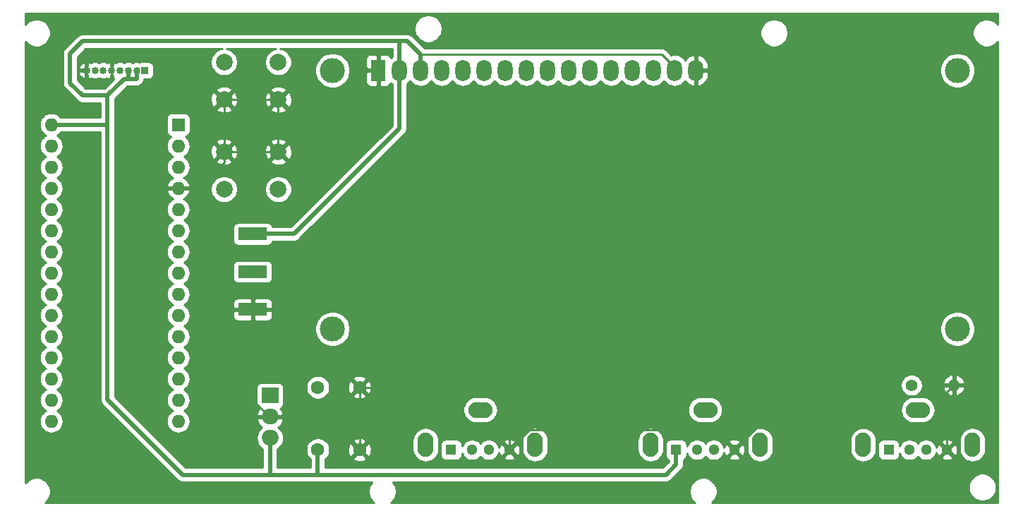
<source format=gbr>
G04 #@! TF.GenerationSoftware,KiCad,Pcbnew,5.1.2-f72e74a~80~ubuntu16.04.1*
G04 #@! TF.CreationDate,2019-04-27T11:28:23+02:00*
G04 #@! TF.ProjectId,bombasaPlaca,626f6d62-6173-4615-906c-6163612e6b69,rev?*
G04 #@! TF.SameCoordinates,Original*
G04 #@! TF.FileFunction,Copper,L2,Bot*
G04 #@! TF.FilePolarity,Positive*
%FSLAX46Y46*%
G04 Gerber Fmt 4.6, Leading zero omitted, Abs format (unit mm)*
G04 Created by KiCad (PCBNEW 5.1.2-f72e74a~80~ubuntu16.04.1) date 2019-04-27 11:28:23*
%MOMM*%
%LPD*%
G04 APERTURE LIST*
%ADD10C,2.000000*%
%ADD11R,3.500000X1.500000*%
%ADD12R,1.600000X1.600000*%
%ADD13O,1.600000X1.600000*%
%ADD14O,2.000000X1.905000*%
%ADD15R,2.000000X1.905000*%
%ADD16C,1.600000*%
%ADD17O,2.900000X1.900000*%
%ADD18O,1.900000X2.900000*%
%ADD19C,1.300000*%
%ADD20R,1.300000X1.300000*%
%ADD21R,1.800000X2.600000*%
%ADD22O,1.800000X2.600000*%
%ADD23C,3.000000*%
%ADD24R,0.850000X0.850000*%
%ADD25O,0.850000X0.850000*%
%ADD26C,1.400000*%
%ADD27O,1.400000X1.400000*%
%ADD28C,0.250000*%
%ADD29C,0.500000*%
%ADD30C,0.254000*%
G04 APERTURE END LIST*
D10*
X191500000Y-69500000D03*
X191500000Y-74000000D03*
X185000000Y-69500000D03*
X185000000Y-74000000D03*
D11*
X188440000Y-90110000D03*
X188440000Y-99170000D03*
X188430000Y-94650000D03*
D12*
X179500000Y-77000000D03*
D13*
X164260000Y-110020000D03*
X179500000Y-79540000D03*
X164260000Y-107480000D03*
X179500000Y-82080000D03*
X164260000Y-104940000D03*
X179500000Y-84620000D03*
X164260000Y-102400000D03*
X179500000Y-87160000D03*
X164260000Y-99860000D03*
X179500000Y-89700000D03*
X164260000Y-97320000D03*
X179500000Y-92240000D03*
X164260000Y-94780000D03*
X179500000Y-94780000D03*
X164260000Y-92240000D03*
X179500000Y-97320000D03*
X164260000Y-89700000D03*
X179500000Y-99860000D03*
X164260000Y-87160000D03*
X179500000Y-102400000D03*
X164260000Y-84620000D03*
X179500000Y-104940000D03*
X164260000Y-82080000D03*
X179500000Y-107480000D03*
X164260000Y-79540000D03*
X179500000Y-110020000D03*
X164260000Y-77000000D03*
X179500000Y-112560000D03*
X164260000Y-112560000D03*
D10*
X191500000Y-80250000D03*
X191500000Y-84750000D03*
X185000000Y-80250000D03*
X185000000Y-84750000D03*
D14*
X190500000Y-114580000D03*
X190500000Y-112040000D03*
D15*
X190500000Y-109500000D03*
D16*
X201250000Y-108500000D03*
X196250000Y-108500000D03*
X201250000Y-116000000D03*
X196250000Y-116000000D03*
D17*
X215750000Y-111220000D03*
D18*
X222320000Y-115400000D03*
X209180000Y-115400000D03*
D19*
X219250000Y-116000000D03*
X216750000Y-116000000D03*
X214750000Y-116000000D03*
D20*
X212250000Y-116000000D03*
D21*
X203500000Y-70500000D03*
D22*
X206040000Y-70500000D03*
X208580000Y-70500000D03*
X211120000Y-70500000D03*
X213660000Y-70500000D03*
X216200000Y-70500000D03*
X218740000Y-70500000D03*
X221280000Y-70500000D03*
X223820000Y-70500000D03*
X226360000Y-70500000D03*
X228900000Y-70500000D03*
X231440000Y-70500000D03*
X233980000Y-70500000D03*
X236520000Y-70500000D03*
X239060000Y-70500000D03*
X241600000Y-70500000D03*
D23*
X198000900Y-70500000D03*
X198000900Y-101500700D03*
X272999480Y-101500700D03*
X273000000Y-70500000D03*
D20*
X264750000Y-116000000D03*
D19*
X267250000Y-116000000D03*
X269250000Y-116000000D03*
X271750000Y-116000000D03*
D18*
X261680000Y-115400000D03*
X274820000Y-115400000D03*
D17*
X268250000Y-111220000D03*
D24*
X175500000Y-70500000D03*
D25*
X174500000Y-70500000D03*
X173500000Y-70500000D03*
X172500000Y-70500000D03*
X171500000Y-70500000D03*
X170500000Y-70500000D03*
X169500000Y-70500000D03*
X168500000Y-70500000D03*
D26*
X267500000Y-108250000D03*
D27*
X272580000Y-108250000D03*
D20*
X239250000Y-116000000D03*
D19*
X241750000Y-116000000D03*
X243750000Y-116000000D03*
X246250000Y-116000000D03*
D18*
X236180000Y-115400000D03*
X249320000Y-115400000D03*
D17*
X242750000Y-111220000D03*
D28*
X271750000Y-109080000D02*
X272580000Y-108250000D01*
X271750000Y-116000000D02*
X271750000Y-109080000D01*
X246899999Y-115350001D02*
X246250000Y-116000000D01*
X243874990Y-113624990D02*
X245600001Y-115350001D01*
X245600001Y-115350001D02*
X246250000Y-116000000D01*
X221625010Y-113624990D02*
X243874990Y-113624990D01*
X219250000Y-116000000D02*
X221625010Y-113624990D01*
X248875000Y-113375000D02*
X269125000Y-113375000D01*
X271750000Y-116000000D02*
X269125000Y-113375000D01*
X248875000Y-113375000D02*
X246899999Y-115350001D01*
X191500000Y-80250000D02*
X191500000Y-74000000D01*
X185000000Y-74000000D02*
X191500000Y-74000000D01*
X186414213Y-80250000D02*
X191500000Y-80250000D01*
X185000000Y-80250000D02*
X186414213Y-80250000D01*
X185000000Y-80250000D02*
X185000000Y-74000000D01*
X168500000Y-70500000D02*
X168749999Y-70250001D01*
X181000000Y-70000000D02*
X185000000Y-74000000D01*
X168500000Y-70500000D02*
X168500000Y-69000000D01*
X168500000Y-69000000D02*
X169000000Y-68500000D01*
X179500000Y-68500000D02*
X181000000Y-70000000D01*
X219250000Y-110250000D02*
X219250000Y-116000000D01*
X201250000Y-108500000D02*
X217500000Y-108500000D01*
X217500000Y-108500000D02*
X219250000Y-110250000D01*
X171500000Y-70500000D02*
X171500000Y-68500000D01*
X169000000Y-68500000D02*
X171500000Y-68500000D01*
X171500000Y-68500000D02*
X179500000Y-68500000D01*
X179500000Y-84620000D02*
X181880000Y-84620000D01*
X185000000Y-81500000D02*
X185000000Y-80250000D01*
X181880000Y-84620000D02*
X185000000Y-81500000D01*
X192040000Y-111750000D02*
X201250000Y-111750000D01*
X190500000Y-112040000D02*
X191750000Y-112040000D01*
X191750000Y-112040000D02*
X192040000Y-111750000D01*
X201250000Y-116000000D02*
X201250000Y-111750000D01*
X201250000Y-111750000D02*
X201250000Y-108500000D01*
X202350000Y-70500000D02*
X203500000Y-70500000D01*
X191500000Y-74000000D02*
X195000000Y-70500000D01*
X195000000Y-70500000D02*
X195000000Y-69000000D01*
X195000000Y-69000000D02*
X196000000Y-68000000D01*
X196000000Y-68000000D02*
X200000000Y-68000000D01*
X200000000Y-68000000D02*
X200000000Y-68150000D01*
X200000000Y-68150000D02*
X202350000Y-70500000D01*
X188440000Y-100170000D02*
X188440000Y-99170000D01*
X188440000Y-110027500D02*
X188440000Y-100170000D01*
X190452500Y-112040000D02*
X188440000Y-110027500D01*
X190500000Y-112040000D02*
X190452500Y-112040000D01*
D29*
X180000000Y-119000000D02*
X171000000Y-110000000D01*
X190500000Y-114580000D02*
X190500000Y-119000000D01*
X190500000Y-119000000D02*
X180000000Y-119000000D01*
X196250000Y-118750000D02*
X196000000Y-119000000D01*
X196250000Y-116000000D02*
X196250000Y-118750000D01*
X196000000Y-119000000D02*
X190500000Y-119000000D01*
X171000000Y-84000000D02*
X171000000Y-83740000D01*
X171000000Y-84000000D02*
X171000000Y-77000000D01*
X164260000Y-77000000D02*
X171000000Y-77000000D01*
X174500000Y-71500000D02*
X174500000Y-70500000D01*
X171000000Y-77000000D02*
X171000000Y-73500000D01*
X171000000Y-73500000D02*
X173000000Y-71500000D01*
X173500000Y-71500000D02*
X173500000Y-70500000D01*
X173500000Y-71500000D02*
X174500000Y-71500000D01*
X173000000Y-71500000D02*
X173500000Y-71500000D01*
X171000000Y-73500000D02*
X168000000Y-73500000D01*
X168000000Y-73500000D02*
X166500000Y-72000000D01*
X166500000Y-72000000D02*
X166500000Y-68500000D01*
X166500000Y-68500000D02*
X168000000Y-67000000D01*
X168000000Y-67000000D02*
X207000000Y-67000000D01*
X208580000Y-68580000D02*
X208580000Y-70500000D01*
X207000000Y-67000000D02*
X208580000Y-68580000D01*
X206040000Y-70500000D02*
X206040000Y-67040000D01*
X171000000Y-110000000D02*
X171000000Y-93500000D01*
X171000000Y-93500000D02*
X171000000Y-84000000D01*
X239250000Y-117750000D02*
X239250000Y-116000000D01*
X196000000Y-119000000D02*
X238000000Y-119000000D01*
X238000000Y-119000000D02*
X239250000Y-117750000D01*
D28*
X237540000Y-68580000D02*
X208580000Y-68580000D01*
X239060000Y-70100000D02*
X237540000Y-68580000D01*
X239060000Y-70500000D02*
X239060000Y-70100000D01*
D29*
X193390000Y-90110000D02*
X188440000Y-90110000D01*
X206040000Y-70500000D02*
X206040000Y-77460000D01*
X206040000Y-77460000D02*
X193390000Y-90110000D01*
D30*
G36*
X277840000Y-64972532D02*
G01*
X277808825Y-64925875D01*
X277574125Y-64691175D01*
X277298147Y-64506772D01*
X276991496Y-64379754D01*
X276665958Y-64315000D01*
X276334042Y-64315000D01*
X276008504Y-64379754D01*
X275701853Y-64506772D01*
X275425875Y-64691175D01*
X275191175Y-64925875D01*
X275006772Y-65201853D01*
X274879754Y-65508504D01*
X274815000Y-65834042D01*
X274815000Y-66165958D01*
X274879754Y-66491496D01*
X275006772Y-66798147D01*
X275191175Y-67074125D01*
X275425875Y-67308825D01*
X275701853Y-67493228D01*
X276008504Y-67620246D01*
X276334042Y-67685000D01*
X276665958Y-67685000D01*
X276991496Y-67620246D01*
X277298147Y-67493228D01*
X277574125Y-67308825D01*
X277808825Y-67074125D01*
X277840000Y-67027468D01*
X277840001Y-122340000D01*
X243527468Y-122340000D01*
X243574125Y-122308825D01*
X243808825Y-122074125D01*
X243993228Y-121798147D01*
X244120246Y-121491496D01*
X244185000Y-121165958D01*
X244185000Y-120834042D01*
X244120246Y-120508504D01*
X244047983Y-120334042D01*
X274315000Y-120334042D01*
X274315000Y-120665958D01*
X274379754Y-120991496D01*
X274506772Y-121298147D01*
X274691175Y-121574125D01*
X274925875Y-121808825D01*
X275201853Y-121993228D01*
X275508504Y-122120246D01*
X275834042Y-122185000D01*
X276165958Y-122185000D01*
X276491496Y-122120246D01*
X276798147Y-121993228D01*
X277074125Y-121808825D01*
X277308825Y-121574125D01*
X277493228Y-121298147D01*
X277620246Y-120991496D01*
X277685000Y-120665958D01*
X277685000Y-120334042D01*
X277620246Y-120008504D01*
X277493228Y-119701853D01*
X277308825Y-119425875D01*
X277074125Y-119191175D01*
X276798147Y-119006772D01*
X276491496Y-118879754D01*
X276165958Y-118815000D01*
X275834042Y-118815000D01*
X275508504Y-118879754D01*
X275201853Y-119006772D01*
X274925875Y-119191175D01*
X274691175Y-119425875D01*
X274506772Y-119701853D01*
X274379754Y-120008504D01*
X274315000Y-120334042D01*
X244047983Y-120334042D01*
X243993228Y-120201853D01*
X243808825Y-119925875D01*
X243574125Y-119691175D01*
X243298147Y-119506772D01*
X242991496Y-119379754D01*
X242665958Y-119315000D01*
X242334042Y-119315000D01*
X242008504Y-119379754D01*
X241701853Y-119506772D01*
X241425875Y-119691175D01*
X241191175Y-119925875D01*
X241006772Y-120201853D01*
X240879754Y-120508504D01*
X240815000Y-120834042D01*
X240815000Y-121165958D01*
X240879754Y-121491496D01*
X241006772Y-121798147D01*
X241191175Y-122074125D01*
X241425875Y-122308825D01*
X241472532Y-122340000D01*
X205027468Y-122340000D01*
X205074125Y-122308825D01*
X205308825Y-122074125D01*
X205493228Y-121798147D01*
X205620246Y-121491496D01*
X205685000Y-121165958D01*
X205685000Y-120834042D01*
X205620246Y-120508504D01*
X205493228Y-120201853D01*
X205308825Y-119925875D01*
X205267950Y-119885000D01*
X237956531Y-119885000D01*
X238000000Y-119889281D01*
X238043469Y-119885000D01*
X238043477Y-119885000D01*
X238173490Y-119872195D01*
X238340313Y-119821589D01*
X238494059Y-119739411D01*
X238628817Y-119628817D01*
X238656534Y-119595044D01*
X239845050Y-118406529D01*
X239878817Y-118378817D01*
X239989411Y-118244059D01*
X240071589Y-118090313D01*
X240122195Y-117923490D01*
X240135000Y-117793477D01*
X240135000Y-117793469D01*
X240139281Y-117750000D01*
X240135000Y-117706531D01*
X240135000Y-117242287D01*
X240144180Y-117239502D01*
X240254494Y-117180537D01*
X240351185Y-117101185D01*
X240430537Y-117004494D01*
X240489502Y-116894180D01*
X240525812Y-116774482D01*
X240538072Y-116650000D01*
X240538072Y-116432016D01*
X240611247Y-116608676D01*
X240751875Y-116819140D01*
X240930860Y-116998125D01*
X241141324Y-117138753D01*
X241375179Y-117235619D01*
X241623439Y-117285000D01*
X241876561Y-117285000D01*
X242124821Y-117235619D01*
X242358676Y-117138753D01*
X242569140Y-116998125D01*
X242748125Y-116819140D01*
X242750000Y-116816334D01*
X242751875Y-116819140D01*
X242930860Y-116998125D01*
X243141324Y-117138753D01*
X243375179Y-117235619D01*
X243623439Y-117285000D01*
X243876561Y-117285000D01*
X244124821Y-117235619D01*
X244358676Y-117138753D01*
X244569140Y-116998125D01*
X244681738Y-116885527D01*
X245544078Y-116885527D01*
X245597466Y-117114201D01*
X245827374Y-117220095D01*
X246073524Y-117279102D01*
X246326455Y-117288952D01*
X246576449Y-117249270D01*
X246813896Y-117161578D01*
X246902534Y-117114201D01*
X246955922Y-116885527D01*
X246250000Y-116179605D01*
X245544078Y-116885527D01*
X244681738Y-116885527D01*
X244748125Y-116819140D01*
X244888753Y-116608676D01*
X244985619Y-116374821D01*
X244998294Y-116311100D01*
X245000730Y-116326449D01*
X245088422Y-116563896D01*
X245135799Y-116652534D01*
X245364473Y-116705922D01*
X246070395Y-116000000D01*
X246429605Y-116000000D01*
X247135527Y-116705922D01*
X247364201Y-116652534D01*
X247470095Y-116422626D01*
X247529102Y-116176476D01*
X247538952Y-115923545D01*
X247499270Y-115673551D01*
X247411578Y-115436104D01*
X247364201Y-115347466D01*
X247135527Y-115294078D01*
X246429605Y-116000000D01*
X246070395Y-116000000D01*
X245364473Y-115294078D01*
X245135799Y-115347466D01*
X245029905Y-115577374D01*
X245000505Y-115700017D01*
X244985619Y-115625179D01*
X244888753Y-115391324D01*
X244748125Y-115180860D01*
X244681738Y-115114473D01*
X245544078Y-115114473D01*
X246250000Y-115820395D01*
X246955922Y-115114473D01*
X246902534Y-114885799D01*
X246764317Y-114822137D01*
X247735000Y-114822137D01*
X247735000Y-115977864D01*
X247757934Y-116210714D01*
X247848566Y-116509488D01*
X247995744Y-116784839D01*
X248193814Y-117026187D01*
X248435162Y-117224256D01*
X248710513Y-117371434D01*
X249009287Y-117462066D01*
X249320000Y-117492669D01*
X249630714Y-117462066D01*
X249929488Y-117371434D01*
X250204839Y-117224256D01*
X250446187Y-117026187D01*
X250644256Y-116784839D01*
X250791434Y-116509488D01*
X250882066Y-116210714D01*
X250905000Y-115977864D01*
X250905000Y-114822136D01*
X260095000Y-114822136D01*
X260095000Y-115977863D01*
X260117934Y-116210713D01*
X260208566Y-116509487D01*
X260355744Y-116784838D01*
X260553813Y-117026187D01*
X260795161Y-117224256D01*
X261070512Y-117371434D01*
X261369286Y-117462066D01*
X261680000Y-117492669D01*
X261990713Y-117462066D01*
X262289487Y-117371434D01*
X262564838Y-117224256D01*
X262806187Y-117026187D01*
X263004256Y-116784839D01*
X263151434Y-116509488D01*
X263242066Y-116210714D01*
X263265000Y-115977864D01*
X263265000Y-115350000D01*
X263461928Y-115350000D01*
X263461928Y-116650000D01*
X263474188Y-116774482D01*
X263510498Y-116894180D01*
X263569463Y-117004494D01*
X263648815Y-117101185D01*
X263745506Y-117180537D01*
X263855820Y-117239502D01*
X263975518Y-117275812D01*
X264100000Y-117288072D01*
X265400000Y-117288072D01*
X265524482Y-117275812D01*
X265644180Y-117239502D01*
X265754494Y-117180537D01*
X265851185Y-117101185D01*
X265930537Y-117004494D01*
X265989502Y-116894180D01*
X266025812Y-116774482D01*
X266038072Y-116650000D01*
X266038072Y-116432016D01*
X266111247Y-116608676D01*
X266251875Y-116819140D01*
X266430860Y-116998125D01*
X266641324Y-117138753D01*
X266875179Y-117235619D01*
X267123439Y-117285000D01*
X267376561Y-117285000D01*
X267624821Y-117235619D01*
X267858676Y-117138753D01*
X268069140Y-116998125D01*
X268248125Y-116819140D01*
X268250000Y-116816334D01*
X268251875Y-116819140D01*
X268430860Y-116998125D01*
X268641324Y-117138753D01*
X268875179Y-117235619D01*
X269123439Y-117285000D01*
X269376561Y-117285000D01*
X269624821Y-117235619D01*
X269858676Y-117138753D01*
X270069140Y-116998125D01*
X270181738Y-116885527D01*
X271044078Y-116885527D01*
X271097466Y-117114201D01*
X271327374Y-117220095D01*
X271573524Y-117279102D01*
X271826455Y-117288952D01*
X272076449Y-117249270D01*
X272313896Y-117161578D01*
X272402534Y-117114201D01*
X272455922Y-116885527D01*
X271750000Y-116179605D01*
X271044078Y-116885527D01*
X270181738Y-116885527D01*
X270248125Y-116819140D01*
X270388753Y-116608676D01*
X270485619Y-116374821D01*
X270498294Y-116311100D01*
X270500730Y-116326449D01*
X270588422Y-116563896D01*
X270635799Y-116652534D01*
X270864473Y-116705922D01*
X271570395Y-116000000D01*
X271929605Y-116000000D01*
X272635527Y-116705922D01*
X272864201Y-116652534D01*
X272970095Y-116422626D01*
X273029102Y-116176476D01*
X273038952Y-115923545D01*
X272999270Y-115673551D01*
X272911578Y-115436104D01*
X272864201Y-115347466D01*
X272635527Y-115294078D01*
X271929605Y-116000000D01*
X271570395Y-116000000D01*
X270864473Y-115294078D01*
X270635799Y-115347466D01*
X270529905Y-115577374D01*
X270500505Y-115700017D01*
X270485619Y-115625179D01*
X270388753Y-115391324D01*
X270248125Y-115180860D01*
X270181738Y-115114473D01*
X271044078Y-115114473D01*
X271750000Y-115820395D01*
X272455922Y-115114473D01*
X272402534Y-114885799D01*
X272264317Y-114822137D01*
X273235000Y-114822137D01*
X273235000Y-115977864D01*
X273257934Y-116210714D01*
X273348566Y-116509488D01*
X273495744Y-116784839D01*
X273693814Y-117026187D01*
X273935162Y-117224256D01*
X274210513Y-117371434D01*
X274509287Y-117462066D01*
X274820000Y-117492669D01*
X275130714Y-117462066D01*
X275429488Y-117371434D01*
X275704839Y-117224256D01*
X275946187Y-117026187D01*
X276144256Y-116784839D01*
X276291434Y-116509488D01*
X276382066Y-116210714D01*
X276405000Y-115977864D01*
X276405000Y-114822136D01*
X276382066Y-114589286D01*
X276291434Y-114290512D01*
X276144256Y-114015161D01*
X275946187Y-113773813D01*
X275704838Y-113575744D01*
X275429487Y-113428566D01*
X275130713Y-113337934D01*
X274820000Y-113307331D01*
X274509286Y-113337934D01*
X274210512Y-113428566D01*
X273935161Y-113575744D01*
X273693813Y-113773813D01*
X273495744Y-114015162D01*
X273348566Y-114290513D01*
X273257934Y-114589287D01*
X273235000Y-114822137D01*
X272264317Y-114822137D01*
X272172626Y-114779905D01*
X271926476Y-114720898D01*
X271673545Y-114711048D01*
X271423551Y-114750730D01*
X271186104Y-114838422D01*
X271097466Y-114885799D01*
X271044078Y-115114473D01*
X270181738Y-115114473D01*
X270069140Y-115001875D01*
X269858676Y-114861247D01*
X269624821Y-114764381D01*
X269376561Y-114715000D01*
X269123439Y-114715000D01*
X268875179Y-114764381D01*
X268641324Y-114861247D01*
X268430860Y-115001875D01*
X268251875Y-115180860D01*
X268250000Y-115183666D01*
X268248125Y-115180860D01*
X268069140Y-115001875D01*
X267858676Y-114861247D01*
X267624821Y-114764381D01*
X267376561Y-114715000D01*
X267123439Y-114715000D01*
X266875179Y-114764381D01*
X266641324Y-114861247D01*
X266430860Y-115001875D01*
X266251875Y-115180860D01*
X266111247Y-115391324D01*
X266038072Y-115567984D01*
X266038072Y-115350000D01*
X266025812Y-115225518D01*
X265989502Y-115105820D01*
X265930537Y-114995506D01*
X265851185Y-114898815D01*
X265754494Y-114819463D01*
X265644180Y-114760498D01*
X265524482Y-114724188D01*
X265400000Y-114711928D01*
X264100000Y-114711928D01*
X263975518Y-114724188D01*
X263855820Y-114760498D01*
X263745506Y-114819463D01*
X263648815Y-114898815D01*
X263569463Y-114995506D01*
X263510498Y-115105820D01*
X263474188Y-115225518D01*
X263461928Y-115350000D01*
X263265000Y-115350000D01*
X263265000Y-114822136D01*
X263242066Y-114589286D01*
X263151434Y-114290512D01*
X263004256Y-114015161D01*
X262806187Y-113773813D01*
X262564839Y-113575744D01*
X262289488Y-113428566D01*
X261990714Y-113337934D01*
X261680000Y-113307331D01*
X261369287Y-113337934D01*
X261070513Y-113428566D01*
X260795162Y-113575744D01*
X260553814Y-113773813D01*
X260355744Y-114015161D01*
X260208566Y-114290512D01*
X260117934Y-114589286D01*
X260095000Y-114822136D01*
X250905000Y-114822136D01*
X250882066Y-114589286D01*
X250791434Y-114290512D01*
X250644256Y-114015161D01*
X250446187Y-113773813D01*
X250204838Y-113575744D01*
X249929487Y-113428566D01*
X249630713Y-113337934D01*
X249320000Y-113307331D01*
X249009286Y-113337934D01*
X248710512Y-113428566D01*
X248435161Y-113575744D01*
X248193813Y-113773813D01*
X247995744Y-114015162D01*
X247848566Y-114290513D01*
X247757934Y-114589287D01*
X247735000Y-114822137D01*
X246764317Y-114822137D01*
X246672626Y-114779905D01*
X246426476Y-114720898D01*
X246173545Y-114711048D01*
X245923551Y-114750730D01*
X245686104Y-114838422D01*
X245597466Y-114885799D01*
X245544078Y-115114473D01*
X244681738Y-115114473D01*
X244569140Y-115001875D01*
X244358676Y-114861247D01*
X244124821Y-114764381D01*
X243876561Y-114715000D01*
X243623439Y-114715000D01*
X243375179Y-114764381D01*
X243141324Y-114861247D01*
X242930860Y-115001875D01*
X242751875Y-115180860D01*
X242750000Y-115183666D01*
X242748125Y-115180860D01*
X242569140Y-115001875D01*
X242358676Y-114861247D01*
X242124821Y-114764381D01*
X241876561Y-114715000D01*
X241623439Y-114715000D01*
X241375179Y-114764381D01*
X241141324Y-114861247D01*
X240930860Y-115001875D01*
X240751875Y-115180860D01*
X240611247Y-115391324D01*
X240538072Y-115567984D01*
X240538072Y-115350000D01*
X240525812Y-115225518D01*
X240489502Y-115105820D01*
X240430537Y-114995506D01*
X240351185Y-114898815D01*
X240254494Y-114819463D01*
X240144180Y-114760498D01*
X240024482Y-114724188D01*
X239900000Y-114711928D01*
X238600000Y-114711928D01*
X238475518Y-114724188D01*
X238355820Y-114760498D01*
X238245506Y-114819463D01*
X238148815Y-114898815D01*
X238069463Y-114995506D01*
X238010498Y-115105820D01*
X237974188Y-115225518D01*
X237961928Y-115350000D01*
X237961928Y-116650000D01*
X237974188Y-116774482D01*
X238010498Y-116894180D01*
X238069463Y-117004494D01*
X238148815Y-117101185D01*
X238245506Y-117180537D01*
X238355820Y-117239502D01*
X238365000Y-117242287D01*
X238365000Y-117383421D01*
X237633422Y-118115000D01*
X197135000Y-118115000D01*
X197135000Y-117134521D01*
X197164759Y-117114637D01*
X197286694Y-116992702D01*
X200436903Y-116992702D01*
X200508486Y-117236671D01*
X200763996Y-117357571D01*
X201038184Y-117426300D01*
X201320512Y-117440217D01*
X201600130Y-117398787D01*
X201866292Y-117303603D01*
X201991514Y-117236671D01*
X202063097Y-116992702D01*
X201250000Y-116179605D01*
X200436903Y-116992702D01*
X197286694Y-116992702D01*
X197364637Y-116914759D01*
X197521680Y-116679727D01*
X197629853Y-116418574D01*
X197685000Y-116141335D01*
X197685000Y-116070512D01*
X199809783Y-116070512D01*
X199851213Y-116350130D01*
X199946397Y-116616292D01*
X200013329Y-116741514D01*
X200257298Y-116813097D01*
X201070395Y-116000000D01*
X201429605Y-116000000D01*
X202242702Y-116813097D01*
X202486671Y-116741514D01*
X202607571Y-116486004D01*
X202676300Y-116211816D01*
X202690217Y-115929488D01*
X202648787Y-115649870D01*
X202553603Y-115383708D01*
X202486671Y-115258486D01*
X202242702Y-115186903D01*
X201429605Y-116000000D01*
X201070395Y-116000000D01*
X200257298Y-115186903D01*
X200013329Y-115258486D01*
X199892429Y-115513996D01*
X199823700Y-115788184D01*
X199809783Y-116070512D01*
X197685000Y-116070512D01*
X197685000Y-115858665D01*
X197629853Y-115581426D01*
X197521680Y-115320273D01*
X197364637Y-115085241D01*
X197286694Y-115007298D01*
X200436903Y-115007298D01*
X201250000Y-115820395D01*
X202063097Y-115007298D01*
X202008769Y-114822136D01*
X207595000Y-114822136D01*
X207595000Y-115977863D01*
X207617934Y-116210713D01*
X207708566Y-116509487D01*
X207855744Y-116784838D01*
X208053813Y-117026187D01*
X208295161Y-117224256D01*
X208570512Y-117371434D01*
X208869286Y-117462066D01*
X209180000Y-117492669D01*
X209490713Y-117462066D01*
X209789487Y-117371434D01*
X210064838Y-117224256D01*
X210306187Y-117026187D01*
X210504256Y-116784839D01*
X210651434Y-116509488D01*
X210742066Y-116210714D01*
X210765000Y-115977864D01*
X210765000Y-115350000D01*
X210961928Y-115350000D01*
X210961928Y-116650000D01*
X210974188Y-116774482D01*
X211010498Y-116894180D01*
X211069463Y-117004494D01*
X211148815Y-117101185D01*
X211245506Y-117180537D01*
X211355820Y-117239502D01*
X211475518Y-117275812D01*
X211600000Y-117288072D01*
X212900000Y-117288072D01*
X213024482Y-117275812D01*
X213144180Y-117239502D01*
X213254494Y-117180537D01*
X213351185Y-117101185D01*
X213430537Y-117004494D01*
X213489502Y-116894180D01*
X213525812Y-116774482D01*
X213538072Y-116650000D01*
X213538072Y-116432016D01*
X213611247Y-116608676D01*
X213751875Y-116819140D01*
X213930860Y-116998125D01*
X214141324Y-117138753D01*
X214375179Y-117235619D01*
X214623439Y-117285000D01*
X214876561Y-117285000D01*
X215124821Y-117235619D01*
X215358676Y-117138753D01*
X215569140Y-116998125D01*
X215748125Y-116819140D01*
X215750000Y-116816334D01*
X215751875Y-116819140D01*
X215930860Y-116998125D01*
X216141324Y-117138753D01*
X216375179Y-117235619D01*
X216623439Y-117285000D01*
X216876561Y-117285000D01*
X217124821Y-117235619D01*
X217358676Y-117138753D01*
X217569140Y-116998125D01*
X217681738Y-116885527D01*
X218544078Y-116885527D01*
X218597466Y-117114201D01*
X218827374Y-117220095D01*
X219073524Y-117279102D01*
X219326455Y-117288952D01*
X219576449Y-117249270D01*
X219813896Y-117161578D01*
X219902534Y-117114201D01*
X219955922Y-116885527D01*
X219250000Y-116179605D01*
X218544078Y-116885527D01*
X217681738Y-116885527D01*
X217748125Y-116819140D01*
X217888753Y-116608676D01*
X217985619Y-116374821D01*
X217998294Y-116311100D01*
X218000730Y-116326449D01*
X218088422Y-116563896D01*
X218135799Y-116652534D01*
X218364473Y-116705922D01*
X219070395Y-116000000D01*
X219429605Y-116000000D01*
X220135527Y-116705922D01*
X220364201Y-116652534D01*
X220470095Y-116422626D01*
X220529102Y-116176476D01*
X220538952Y-115923545D01*
X220499270Y-115673551D01*
X220411578Y-115436104D01*
X220364201Y-115347466D01*
X220135527Y-115294078D01*
X219429605Y-116000000D01*
X219070395Y-116000000D01*
X218364473Y-115294078D01*
X218135799Y-115347466D01*
X218029905Y-115577374D01*
X218000505Y-115700017D01*
X217985619Y-115625179D01*
X217888753Y-115391324D01*
X217748125Y-115180860D01*
X217681738Y-115114473D01*
X218544078Y-115114473D01*
X219250000Y-115820395D01*
X219955922Y-115114473D01*
X219902534Y-114885799D01*
X219764317Y-114822137D01*
X220735000Y-114822137D01*
X220735000Y-115977864D01*
X220757934Y-116210714D01*
X220848566Y-116509488D01*
X220995744Y-116784839D01*
X221193814Y-117026187D01*
X221435162Y-117224256D01*
X221710513Y-117371434D01*
X222009287Y-117462066D01*
X222320000Y-117492669D01*
X222630714Y-117462066D01*
X222929488Y-117371434D01*
X223204839Y-117224256D01*
X223446187Y-117026187D01*
X223644256Y-116784839D01*
X223791434Y-116509488D01*
X223882066Y-116210714D01*
X223905000Y-115977864D01*
X223905000Y-114822136D01*
X234595000Y-114822136D01*
X234595000Y-115977863D01*
X234617934Y-116210713D01*
X234708566Y-116509487D01*
X234855744Y-116784838D01*
X235053813Y-117026187D01*
X235295161Y-117224256D01*
X235570512Y-117371434D01*
X235869286Y-117462066D01*
X236180000Y-117492669D01*
X236490713Y-117462066D01*
X236789487Y-117371434D01*
X237064838Y-117224256D01*
X237306187Y-117026187D01*
X237504256Y-116784839D01*
X237651434Y-116509488D01*
X237742066Y-116210714D01*
X237765000Y-115977864D01*
X237765000Y-114822136D01*
X237742066Y-114589286D01*
X237651434Y-114290512D01*
X237504256Y-114015161D01*
X237306187Y-113773813D01*
X237064839Y-113575744D01*
X236789488Y-113428566D01*
X236490714Y-113337934D01*
X236180000Y-113307331D01*
X235869287Y-113337934D01*
X235570513Y-113428566D01*
X235295162Y-113575744D01*
X235053814Y-113773813D01*
X234855744Y-114015161D01*
X234708566Y-114290512D01*
X234617934Y-114589286D01*
X234595000Y-114822136D01*
X223905000Y-114822136D01*
X223882066Y-114589286D01*
X223791434Y-114290512D01*
X223644256Y-114015161D01*
X223446187Y-113773813D01*
X223204838Y-113575744D01*
X222929487Y-113428566D01*
X222630713Y-113337934D01*
X222320000Y-113307331D01*
X222009286Y-113337934D01*
X221710512Y-113428566D01*
X221435161Y-113575744D01*
X221193813Y-113773813D01*
X220995744Y-114015162D01*
X220848566Y-114290513D01*
X220757934Y-114589287D01*
X220735000Y-114822137D01*
X219764317Y-114822137D01*
X219672626Y-114779905D01*
X219426476Y-114720898D01*
X219173545Y-114711048D01*
X218923551Y-114750730D01*
X218686104Y-114838422D01*
X218597466Y-114885799D01*
X218544078Y-115114473D01*
X217681738Y-115114473D01*
X217569140Y-115001875D01*
X217358676Y-114861247D01*
X217124821Y-114764381D01*
X216876561Y-114715000D01*
X216623439Y-114715000D01*
X216375179Y-114764381D01*
X216141324Y-114861247D01*
X215930860Y-115001875D01*
X215751875Y-115180860D01*
X215750000Y-115183666D01*
X215748125Y-115180860D01*
X215569140Y-115001875D01*
X215358676Y-114861247D01*
X215124821Y-114764381D01*
X214876561Y-114715000D01*
X214623439Y-114715000D01*
X214375179Y-114764381D01*
X214141324Y-114861247D01*
X213930860Y-115001875D01*
X213751875Y-115180860D01*
X213611247Y-115391324D01*
X213538072Y-115567984D01*
X213538072Y-115350000D01*
X213525812Y-115225518D01*
X213489502Y-115105820D01*
X213430537Y-114995506D01*
X213351185Y-114898815D01*
X213254494Y-114819463D01*
X213144180Y-114760498D01*
X213024482Y-114724188D01*
X212900000Y-114711928D01*
X211600000Y-114711928D01*
X211475518Y-114724188D01*
X211355820Y-114760498D01*
X211245506Y-114819463D01*
X211148815Y-114898815D01*
X211069463Y-114995506D01*
X211010498Y-115105820D01*
X210974188Y-115225518D01*
X210961928Y-115350000D01*
X210765000Y-115350000D01*
X210765000Y-114822136D01*
X210742066Y-114589286D01*
X210651434Y-114290512D01*
X210504256Y-114015161D01*
X210306187Y-113773813D01*
X210064839Y-113575744D01*
X209789488Y-113428566D01*
X209490714Y-113337934D01*
X209180000Y-113307331D01*
X208869287Y-113337934D01*
X208570513Y-113428566D01*
X208295162Y-113575744D01*
X208053814Y-113773813D01*
X207855744Y-114015161D01*
X207708566Y-114290512D01*
X207617934Y-114589286D01*
X207595000Y-114822136D01*
X202008769Y-114822136D01*
X201991514Y-114763329D01*
X201736004Y-114642429D01*
X201461816Y-114573700D01*
X201179488Y-114559783D01*
X200899870Y-114601213D01*
X200633708Y-114696397D01*
X200508486Y-114763329D01*
X200436903Y-115007298D01*
X197286694Y-115007298D01*
X197164759Y-114885363D01*
X196929727Y-114728320D01*
X196668574Y-114620147D01*
X196391335Y-114565000D01*
X196108665Y-114565000D01*
X195831426Y-114620147D01*
X195570273Y-114728320D01*
X195335241Y-114885363D01*
X195135363Y-115085241D01*
X194978320Y-115320273D01*
X194870147Y-115581426D01*
X194815000Y-115858665D01*
X194815000Y-116141335D01*
X194870147Y-116418574D01*
X194978320Y-116679727D01*
X195135363Y-116914759D01*
X195335241Y-117114637D01*
X195365000Y-117134522D01*
X195365001Y-118115000D01*
X191385000Y-118115000D01*
X191385000Y-115932394D01*
X191433735Y-115906345D01*
X191675463Y-115707963D01*
X191873845Y-115466235D01*
X192021255Y-115190449D01*
X192112030Y-114891204D01*
X192142681Y-114580000D01*
X192112030Y-114268796D01*
X192021255Y-113969551D01*
X191873845Y-113693765D01*
X191675463Y-113452037D01*
X191496101Y-113304837D01*
X191681315Y-113149437D01*
X191875969Y-112906923D01*
X192019571Y-112631094D01*
X192090563Y-112412980D01*
X191970594Y-112167000D01*
X190627000Y-112167000D01*
X190627000Y-112187000D01*
X190373000Y-112187000D01*
X190373000Y-112167000D01*
X189029406Y-112167000D01*
X188909437Y-112412980D01*
X188980429Y-112631094D01*
X189124031Y-112906923D01*
X189318685Y-113149437D01*
X189503899Y-113304837D01*
X189324537Y-113452037D01*
X189126155Y-113693765D01*
X188978745Y-113969551D01*
X188887970Y-114268796D01*
X188857319Y-114580000D01*
X188887970Y-114891204D01*
X188978745Y-115190449D01*
X189126155Y-115466235D01*
X189324537Y-115707963D01*
X189566265Y-115906345D01*
X189615000Y-115932394D01*
X189615001Y-118115000D01*
X180366579Y-118115000D01*
X171885000Y-109633422D01*
X171885000Y-87160000D01*
X178058057Y-87160000D01*
X178085764Y-87441309D01*
X178167818Y-87711808D01*
X178301068Y-87961101D01*
X178480392Y-88179608D01*
X178698899Y-88358932D01*
X178831858Y-88430000D01*
X178698899Y-88501068D01*
X178480392Y-88680392D01*
X178301068Y-88898899D01*
X178167818Y-89148192D01*
X178085764Y-89418691D01*
X178058057Y-89700000D01*
X178085764Y-89981309D01*
X178167818Y-90251808D01*
X178301068Y-90501101D01*
X178480392Y-90719608D01*
X178698899Y-90898932D01*
X178831858Y-90970000D01*
X178698899Y-91041068D01*
X178480392Y-91220392D01*
X178301068Y-91438899D01*
X178167818Y-91688192D01*
X178085764Y-91958691D01*
X178058057Y-92240000D01*
X178085764Y-92521309D01*
X178167818Y-92791808D01*
X178301068Y-93041101D01*
X178480392Y-93259608D01*
X178698899Y-93438932D01*
X178831858Y-93510000D01*
X178698899Y-93581068D01*
X178480392Y-93760392D01*
X178301068Y-93978899D01*
X178167818Y-94228192D01*
X178085764Y-94498691D01*
X178058057Y-94780000D01*
X178085764Y-95061309D01*
X178167818Y-95331808D01*
X178301068Y-95581101D01*
X178480392Y-95799608D01*
X178698899Y-95978932D01*
X178831858Y-96050000D01*
X178698899Y-96121068D01*
X178480392Y-96300392D01*
X178301068Y-96518899D01*
X178167818Y-96768192D01*
X178085764Y-97038691D01*
X178058057Y-97320000D01*
X178085764Y-97601309D01*
X178167818Y-97871808D01*
X178301068Y-98121101D01*
X178480392Y-98339608D01*
X178698899Y-98518932D01*
X178831858Y-98590000D01*
X178698899Y-98661068D01*
X178480392Y-98840392D01*
X178301068Y-99058899D01*
X178167818Y-99308192D01*
X178085764Y-99578691D01*
X178058057Y-99860000D01*
X178085764Y-100141309D01*
X178167818Y-100411808D01*
X178301068Y-100661101D01*
X178480392Y-100879608D01*
X178698899Y-101058932D01*
X178831858Y-101130000D01*
X178698899Y-101201068D01*
X178480392Y-101380392D01*
X178301068Y-101598899D01*
X178167818Y-101848192D01*
X178085764Y-102118691D01*
X178058057Y-102400000D01*
X178085764Y-102681309D01*
X178167818Y-102951808D01*
X178301068Y-103201101D01*
X178480392Y-103419608D01*
X178698899Y-103598932D01*
X178831858Y-103670000D01*
X178698899Y-103741068D01*
X178480392Y-103920392D01*
X178301068Y-104138899D01*
X178167818Y-104388192D01*
X178085764Y-104658691D01*
X178058057Y-104940000D01*
X178085764Y-105221309D01*
X178167818Y-105491808D01*
X178301068Y-105741101D01*
X178480392Y-105959608D01*
X178698899Y-106138932D01*
X178831858Y-106210000D01*
X178698899Y-106281068D01*
X178480392Y-106460392D01*
X178301068Y-106678899D01*
X178167818Y-106928192D01*
X178085764Y-107198691D01*
X178058057Y-107480000D01*
X178085764Y-107761309D01*
X178167818Y-108031808D01*
X178301068Y-108281101D01*
X178480392Y-108499608D01*
X178698899Y-108678932D01*
X178831858Y-108750000D01*
X178698899Y-108821068D01*
X178480392Y-109000392D01*
X178301068Y-109218899D01*
X178167818Y-109468192D01*
X178085764Y-109738691D01*
X178058057Y-110020000D01*
X178085764Y-110301309D01*
X178167818Y-110571808D01*
X178301068Y-110821101D01*
X178480392Y-111039608D01*
X178698899Y-111218932D01*
X178831858Y-111290000D01*
X178698899Y-111361068D01*
X178480392Y-111540392D01*
X178301068Y-111758899D01*
X178167818Y-112008192D01*
X178085764Y-112278691D01*
X178058057Y-112560000D01*
X178085764Y-112841309D01*
X178167818Y-113111808D01*
X178301068Y-113361101D01*
X178480392Y-113579608D01*
X178698899Y-113758932D01*
X178948192Y-113892182D01*
X179218691Y-113974236D01*
X179429508Y-113995000D01*
X179570492Y-113995000D01*
X179781309Y-113974236D01*
X180051808Y-113892182D01*
X180301101Y-113758932D01*
X180519608Y-113579608D01*
X180698932Y-113361101D01*
X180832182Y-113111808D01*
X180914236Y-112841309D01*
X180941943Y-112560000D01*
X180914236Y-112278691D01*
X180832182Y-112008192D01*
X180698932Y-111758899D01*
X180519608Y-111540392D01*
X180301101Y-111361068D01*
X180168142Y-111290000D01*
X180301101Y-111218932D01*
X180519608Y-111039608D01*
X180698932Y-110821101D01*
X180832182Y-110571808D01*
X180914236Y-110301309D01*
X180941943Y-110020000D01*
X180914236Y-109738691D01*
X180832182Y-109468192D01*
X180698932Y-109218899D01*
X180519608Y-109000392D01*
X180301101Y-108821068D01*
X180168142Y-108750000D01*
X180301101Y-108678932D01*
X180461251Y-108547500D01*
X188861928Y-108547500D01*
X188861928Y-110452500D01*
X188874188Y-110576982D01*
X188910498Y-110696680D01*
X188969463Y-110806994D01*
X189048815Y-110903685D01*
X189145506Y-110983037D01*
X189237219Y-111032059D01*
X189124031Y-111173077D01*
X188980429Y-111448906D01*
X188909437Y-111667020D01*
X189029406Y-111913000D01*
X190373000Y-111913000D01*
X190373000Y-111893000D01*
X190627000Y-111893000D01*
X190627000Y-111913000D01*
X191970594Y-111913000D01*
X192090563Y-111667020D01*
X192019571Y-111448906D01*
X191900399Y-111220000D01*
X213657331Y-111220000D01*
X213687934Y-111530714D01*
X213778566Y-111829488D01*
X213925744Y-112104839D01*
X214123813Y-112346187D01*
X214365161Y-112544256D01*
X214640512Y-112691434D01*
X214939286Y-112782066D01*
X215172136Y-112805000D01*
X216327864Y-112805000D01*
X216560714Y-112782066D01*
X216859488Y-112691434D01*
X217134839Y-112544256D01*
X217376187Y-112346187D01*
X217574256Y-112104839D01*
X217721434Y-111829488D01*
X217812066Y-111530714D01*
X217842669Y-111220000D01*
X240657331Y-111220000D01*
X240687934Y-111530714D01*
X240778566Y-111829488D01*
X240925744Y-112104839D01*
X241123813Y-112346187D01*
X241365161Y-112544256D01*
X241640512Y-112691434D01*
X241939286Y-112782066D01*
X242172136Y-112805000D01*
X243327864Y-112805000D01*
X243560714Y-112782066D01*
X243859488Y-112691434D01*
X244134839Y-112544256D01*
X244376187Y-112346187D01*
X244574256Y-112104839D01*
X244721434Y-111829488D01*
X244812066Y-111530714D01*
X244842669Y-111220000D01*
X266157331Y-111220000D01*
X266187934Y-111530714D01*
X266278566Y-111829488D01*
X266425744Y-112104839D01*
X266623813Y-112346187D01*
X266865161Y-112544256D01*
X267140512Y-112691434D01*
X267439286Y-112782066D01*
X267672136Y-112805000D01*
X268827864Y-112805000D01*
X269060714Y-112782066D01*
X269359488Y-112691434D01*
X269634839Y-112544256D01*
X269876187Y-112346187D01*
X270074256Y-112104839D01*
X270221434Y-111829488D01*
X270312066Y-111530714D01*
X270342669Y-111220000D01*
X270312066Y-110909286D01*
X270221434Y-110610512D01*
X270074256Y-110335161D01*
X269876187Y-110093813D01*
X269634839Y-109895744D01*
X269359488Y-109748566D01*
X269060714Y-109657934D01*
X268827864Y-109635000D01*
X267672136Y-109635000D01*
X267439286Y-109657934D01*
X267140512Y-109748566D01*
X266865161Y-109895744D01*
X266623813Y-110093813D01*
X266425744Y-110335161D01*
X266278566Y-110610512D01*
X266187934Y-110909286D01*
X266157331Y-111220000D01*
X244842669Y-111220000D01*
X244812066Y-110909286D01*
X244721434Y-110610512D01*
X244574256Y-110335161D01*
X244376187Y-110093813D01*
X244134839Y-109895744D01*
X243859488Y-109748566D01*
X243560714Y-109657934D01*
X243327864Y-109635000D01*
X242172136Y-109635000D01*
X241939286Y-109657934D01*
X241640512Y-109748566D01*
X241365161Y-109895744D01*
X241123813Y-110093813D01*
X240925744Y-110335161D01*
X240778566Y-110610512D01*
X240687934Y-110909286D01*
X240657331Y-111220000D01*
X217842669Y-111220000D01*
X217812066Y-110909286D01*
X217721434Y-110610512D01*
X217574256Y-110335161D01*
X217376187Y-110093813D01*
X217134839Y-109895744D01*
X216859488Y-109748566D01*
X216560714Y-109657934D01*
X216327864Y-109635000D01*
X215172136Y-109635000D01*
X214939286Y-109657934D01*
X214640512Y-109748566D01*
X214365161Y-109895744D01*
X214123813Y-110093813D01*
X213925744Y-110335161D01*
X213778566Y-110610512D01*
X213687934Y-110909286D01*
X213657331Y-111220000D01*
X191900399Y-111220000D01*
X191875969Y-111173077D01*
X191762781Y-111032059D01*
X191854494Y-110983037D01*
X191951185Y-110903685D01*
X192030537Y-110806994D01*
X192089502Y-110696680D01*
X192125812Y-110576982D01*
X192138072Y-110452500D01*
X192138072Y-108547500D01*
X192125812Y-108423018D01*
X192106291Y-108358665D01*
X194815000Y-108358665D01*
X194815000Y-108641335D01*
X194870147Y-108918574D01*
X194978320Y-109179727D01*
X195135363Y-109414759D01*
X195335241Y-109614637D01*
X195570273Y-109771680D01*
X195831426Y-109879853D01*
X196108665Y-109935000D01*
X196391335Y-109935000D01*
X196668574Y-109879853D01*
X196929727Y-109771680D01*
X197164759Y-109614637D01*
X197286694Y-109492702D01*
X200436903Y-109492702D01*
X200508486Y-109736671D01*
X200763996Y-109857571D01*
X201038184Y-109926300D01*
X201320512Y-109940217D01*
X201600130Y-109898787D01*
X201866292Y-109803603D01*
X201991514Y-109736671D01*
X202063097Y-109492702D01*
X201250000Y-108679605D01*
X200436903Y-109492702D01*
X197286694Y-109492702D01*
X197364637Y-109414759D01*
X197521680Y-109179727D01*
X197629853Y-108918574D01*
X197685000Y-108641335D01*
X197685000Y-108570512D01*
X199809783Y-108570512D01*
X199851213Y-108850130D01*
X199946397Y-109116292D01*
X200013329Y-109241514D01*
X200257298Y-109313097D01*
X201070395Y-108500000D01*
X201429605Y-108500000D01*
X202242702Y-109313097D01*
X202486671Y-109241514D01*
X202607571Y-108986004D01*
X202676300Y-108711816D01*
X202690217Y-108429488D01*
X202648787Y-108149870D01*
X202637574Y-108118514D01*
X266165000Y-108118514D01*
X266165000Y-108381486D01*
X266216304Y-108639405D01*
X266316939Y-108882359D01*
X266463038Y-109101013D01*
X266648987Y-109286962D01*
X266867641Y-109433061D01*
X267110595Y-109533696D01*
X267368514Y-109585000D01*
X267631486Y-109585000D01*
X267889405Y-109533696D01*
X268132359Y-109433061D01*
X268351013Y-109286962D01*
X268536962Y-109101013D01*
X268683061Y-108882359D01*
X268783696Y-108639405D01*
X268794850Y-108583329D01*
X271287284Y-108583329D01*
X271319953Y-108691044D01*
X271430208Y-108928392D01*
X271584649Y-109139670D01*
X271777340Y-109316759D01*
X272000877Y-109452853D01*
X272246670Y-109542722D01*
X272453000Y-109420201D01*
X272453000Y-108377000D01*
X272707000Y-108377000D01*
X272707000Y-109420201D01*
X272913330Y-109542722D01*
X273159123Y-109452853D01*
X273382660Y-109316759D01*
X273575351Y-109139670D01*
X273729792Y-108928392D01*
X273840047Y-108691044D01*
X273872716Y-108583329D01*
X273749374Y-108377000D01*
X272707000Y-108377000D01*
X272453000Y-108377000D01*
X271410626Y-108377000D01*
X271287284Y-108583329D01*
X268794850Y-108583329D01*
X268835000Y-108381486D01*
X268835000Y-108118514D01*
X268794851Y-107916671D01*
X271287284Y-107916671D01*
X271410626Y-108123000D01*
X272453000Y-108123000D01*
X272453000Y-107079799D01*
X272707000Y-107079799D01*
X272707000Y-108123000D01*
X273749374Y-108123000D01*
X273872716Y-107916671D01*
X273840047Y-107808956D01*
X273729792Y-107571608D01*
X273575351Y-107360330D01*
X273382660Y-107183241D01*
X273159123Y-107047147D01*
X272913330Y-106957278D01*
X272707000Y-107079799D01*
X272453000Y-107079799D01*
X272246670Y-106957278D01*
X272000877Y-107047147D01*
X271777340Y-107183241D01*
X271584649Y-107360330D01*
X271430208Y-107571608D01*
X271319953Y-107808956D01*
X271287284Y-107916671D01*
X268794851Y-107916671D01*
X268783696Y-107860595D01*
X268683061Y-107617641D01*
X268536962Y-107398987D01*
X268351013Y-107213038D01*
X268132359Y-107066939D01*
X267889405Y-106966304D01*
X267631486Y-106915000D01*
X267368514Y-106915000D01*
X267110595Y-106966304D01*
X266867641Y-107066939D01*
X266648987Y-107213038D01*
X266463038Y-107398987D01*
X266316939Y-107617641D01*
X266216304Y-107860595D01*
X266165000Y-108118514D01*
X202637574Y-108118514D01*
X202553603Y-107883708D01*
X202486671Y-107758486D01*
X202242702Y-107686903D01*
X201429605Y-108500000D01*
X201070395Y-108500000D01*
X200257298Y-107686903D01*
X200013329Y-107758486D01*
X199892429Y-108013996D01*
X199823700Y-108288184D01*
X199809783Y-108570512D01*
X197685000Y-108570512D01*
X197685000Y-108358665D01*
X197629853Y-108081426D01*
X197521680Y-107820273D01*
X197364637Y-107585241D01*
X197286694Y-107507298D01*
X200436903Y-107507298D01*
X201250000Y-108320395D01*
X202063097Y-107507298D01*
X201991514Y-107263329D01*
X201736004Y-107142429D01*
X201461816Y-107073700D01*
X201179488Y-107059783D01*
X200899870Y-107101213D01*
X200633708Y-107196397D01*
X200508486Y-107263329D01*
X200436903Y-107507298D01*
X197286694Y-107507298D01*
X197164759Y-107385363D01*
X196929727Y-107228320D01*
X196668574Y-107120147D01*
X196391335Y-107065000D01*
X196108665Y-107065000D01*
X195831426Y-107120147D01*
X195570273Y-107228320D01*
X195335241Y-107385363D01*
X195135363Y-107585241D01*
X194978320Y-107820273D01*
X194870147Y-108081426D01*
X194815000Y-108358665D01*
X192106291Y-108358665D01*
X192089502Y-108303320D01*
X192030537Y-108193006D01*
X191951185Y-108096315D01*
X191854494Y-108016963D01*
X191744180Y-107957998D01*
X191624482Y-107921688D01*
X191500000Y-107909428D01*
X189500000Y-107909428D01*
X189375518Y-107921688D01*
X189255820Y-107957998D01*
X189145506Y-108016963D01*
X189048815Y-108096315D01*
X188969463Y-108193006D01*
X188910498Y-108303320D01*
X188874188Y-108423018D01*
X188861928Y-108547500D01*
X180461251Y-108547500D01*
X180519608Y-108499608D01*
X180698932Y-108281101D01*
X180832182Y-108031808D01*
X180914236Y-107761309D01*
X180941943Y-107480000D01*
X180914236Y-107198691D01*
X180832182Y-106928192D01*
X180698932Y-106678899D01*
X180519608Y-106460392D01*
X180301101Y-106281068D01*
X180168142Y-106210000D01*
X180301101Y-106138932D01*
X180519608Y-105959608D01*
X180698932Y-105741101D01*
X180832182Y-105491808D01*
X180914236Y-105221309D01*
X180941943Y-104940000D01*
X180914236Y-104658691D01*
X180832182Y-104388192D01*
X180698932Y-104138899D01*
X180519608Y-103920392D01*
X180301101Y-103741068D01*
X180168142Y-103670000D01*
X180301101Y-103598932D01*
X180519608Y-103419608D01*
X180698932Y-103201101D01*
X180832182Y-102951808D01*
X180914236Y-102681309D01*
X180941943Y-102400000D01*
X180914236Y-102118691D01*
X180832182Y-101848192D01*
X180698932Y-101598899D01*
X180519608Y-101380392D01*
X180409978Y-101290421D01*
X195865900Y-101290421D01*
X195865900Y-101710979D01*
X195947947Y-102123456D01*
X196108888Y-102512002D01*
X196342537Y-102861683D01*
X196639917Y-103159063D01*
X196989598Y-103392712D01*
X197378144Y-103553653D01*
X197790621Y-103635700D01*
X198211179Y-103635700D01*
X198623656Y-103553653D01*
X199012202Y-103392712D01*
X199361883Y-103159063D01*
X199659263Y-102861683D01*
X199892912Y-102512002D01*
X200053853Y-102123456D01*
X200135900Y-101710979D01*
X200135900Y-101290421D01*
X270864480Y-101290421D01*
X270864480Y-101710979D01*
X270946527Y-102123456D01*
X271107468Y-102512002D01*
X271341117Y-102861683D01*
X271638497Y-103159063D01*
X271988178Y-103392712D01*
X272376724Y-103553653D01*
X272789201Y-103635700D01*
X273209759Y-103635700D01*
X273622236Y-103553653D01*
X274010782Y-103392712D01*
X274360463Y-103159063D01*
X274657843Y-102861683D01*
X274891492Y-102512002D01*
X275052433Y-102123456D01*
X275134480Y-101710979D01*
X275134480Y-101290421D01*
X275052433Y-100877944D01*
X274891492Y-100489398D01*
X274657843Y-100139717D01*
X274360463Y-99842337D01*
X274010782Y-99608688D01*
X273622236Y-99447747D01*
X273209759Y-99365700D01*
X272789201Y-99365700D01*
X272376724Y-99447747D01*
X271988178Y-99608688D01*
X271638497Y-99842337D01*
X271341117Y-100139717D01*
X271107468Y-100489398D01*
X270946527Y-100877944D01*
X270864480Y-101290421D01*
X200135900Y-101290421D01*
X200053853Y-100877944D01*
X199892912Y-100489398D01*
X199659263Y-100139717D01*
X199361883Y-99842337D01*
X199012202Y-99608688D01*
X198623656Y-99447747D01*
X198211179Y-99365700D01*
X197790621Y-99365700D01*
X197378144Y-99447747D01*
X196989598Y-99608688D01*
X196639917Y-99842337D01*
X196342537Y-100139717D01*
X196108888Y-100489398D01*
X195947947Y-100877944D01*
X195865900Y-101290421D01*
X180409978Y-101290421D01*
X180301101Y-101201068D01*
X180168142Y-101130000D01*
X180301101Y-101058932D01*
X180519608Y-100879608D01*
X180698932Y-100661101D01*
X180832182Y-100411808D01*
X180914236Y-100141309D01*
X180936033Y-99920000D01*
X186051928Y-99920000D01*
X186064188Y-100044482D01*
X186100498Y-100164180D01*
X186159463Y-100274494D01*
X186238815Y-100371185D01*
X186335506Y-100450537D01*
X186445820Y-100509502D01*
X186565518Y-100545812D01*
X186690000Y-100558072D01*
X188154250Y-100555000D01*
X188313000Y-100396250D01*
X188313000Y-99297000D01*
X188567000Y-99297000D01*
X188567000Y-100396250D01*
X188725750Y-100555000D01*
X190190000Y-100558072D01*
X190314482Y-100545812D01*
X190434180Y-100509502D01*
X190544494Y-100450537D01*
X190641185Y-100371185D01*
X190720537Y-100274494D01*
X190779502Y-100164180D01*
X190815812Y-100044482D01*
X190828072Y-99920000D01*
X190825000Y-99455750D01*
X190666250Y-99297000D01*
X188567000Y-99297000D01*
X188313000Y-99297000D01*
X186213750Y-99297000D01*
X186055000Y-99455750D01*
X186051928Y-99920000D01*
X180936033Y-99920000D01*
X180941943Y-99860000D01*
X180914236Y-99578691D01*
X180832182Y-99308192D01*
X180698932Y-99058899D01*
X180519608Y-98840392D01*
X180301101Y-98661068D01*
X180168142Y-98590000D01*
X180301101Y-98518932D01*
X180421650Y-98420000D01*
X186051928Y-98420000D01*
X186055000Y-98884250D01*
X186213750Y-99043000D01*
X188313000Y-99043000D01*
X188313000Y-97943750D01*
X188567000Y-97943750D01*
X188567000Y-99043000D01*
X190666250Y-99043000D01*
X190825000Y-98884250D01*
X190828072Y-98420000D01*
X190815812Y-98295518D01*
X190779502Y-98175820D01*
X190720537Y-98065506D01*
X190641185Y-97968815D01*
X190544494Y-97889463D01*
X190434180Y-97830498D01*
X190314482Y-97794188D01*
X190190000Y-97781928D01*
X188725750Y-97785000D01*
X188567000Y-97943750D01*
X188313000Y-97943750D01*
X188154250Y-97785000D01*
X186690000Y-97781928D01*
X186565518Y-97794188D01*
X186445820Y-97830498D01*
X186335506Y-97889463D01*
X186238815Y-97968815D01*
X186159463Y-98065506D01*
X186100498Y-98175820D01*
X186064188Y-98295518D01*
X186051928Y-98420000D01*
X180421650Y-98420000D01*
X180519608Y-98339608D01*
X180698932Y-98121101D01*
X180832182Y-97871808D01*
X180914236Y-97601309D01*
X180941943Y-97320000D01*
X180914236Y-97038691D01*
X180832182Y-96768192D01*
X180698932Y-96518899D01*
X180519608Y-96300392D01*
X180301101Y-96121068D01*
X180168142Y-96050000D01*
X180301101Y-95978932D01*
X180519608Y-95799608D01*
X180698932Y-95581101D01*
X180832182Y-95331808D01*
X180914236Y-95061309D01*
X180941943Y-94780000D01*
X180914236Y-94498691D01*
X180832182Y-94228192D01*
X180698932Y-93978899D01*
X180634182Y-93900000D01*
X186041928Y-93900000D01*
X186041928Y-95400000D01*
X186054188Y-95524482D01*
X186090498Y-95644180D01*
X186149463Y-95754494D01*
X186228815Y-95851185D01*
X186325506Y-95930537D01*
X186435820Y-95989502D01*
X186555518Y-96025812D01*
X186680000Y-96038072D01*
X190180000Y-96038072D01*
X190304482Y-96025812D01*
X190424180Y-95989502D01*
X190534494Y-95930537D01*
X190631185Y-95851185D01*
X190710537Y-95754494D01*
X190769502Y-95644180D01*
X190805812Y-95524482D01*
X190818072Y-95400000D01*
X190818072Y-93900000D01*
X190805812Y-93775518D01*
X190769502Y-93655820D01*
X190710537Y-93545506D01*
X190631185Y-93448815D01*
X190534494Y-93369463D01*
X190424180Y-93310498D01*
X190304482Y-93274188D01*
X190180000Y-93261928D01*
X186680000Y-93261928D01*
X186555518Y-93274188D01*
X186435820Y-93310498D01*
X186325506Y-93369463D01*
X186228815Y-93448815D01*
X186149463Y-93545506D01*
X186090498Y-93655820D01*
X186054188Y-93775518D01*
X186041928Y-93900000D01*
X180634182Y-93900000D01*
X180519608Y-93760392D01*
X180301101Y-93581068D01*
X180168142Y-93510000D01*
X180301101Y-93438932D01*
X180519608Y-93259608D01*
X180698932Y-93041101D01*
X180832182Y-92791808D01*
X180914236Y-92521309D01*
X180941943Y-92240000D01*
X180914236Y-91958691D01*
X180832182Y-91688192D01*
X180698932Y-91438899D01*
X180519608Y-91220392D01*
X180301101Y-91041068D01*
X180168142Y-90970000D01*
X180301101Y-90898932D01*
X180519608Y-90719608D01*
X180698932Y-90501101D01*
X180832182Y-90251808D01*
X180914236Y-89981309D01*
X180941943Y-89700000D01*
X180914236Y-89418691D01*
X180832182Y-89148192D01*
X180698932Y-88898899D01*
X180519608Y-88680392D01*
X180301101Y-88501068D01*
X180168142Y-88430000D01*
X180301101Y-88358932D01*
X180519608Y-88179608D01*
X180698932Y-87961101D01*
X180832182Y-87711808D01*
X180914236Y-87441309D01*
X180941943Y-87160000D01*
X180914236Y-86878691D01*
X180832182Y-86608192D01*
X180698932Y-86358899D01*
X180519608Y-86140392D01*
X180301101Y-85961068D01*
X180163318Y-85887421D01*
X180355131Y-85772385D01*
X180563519Y-85583414D01*
X180731037Y-85357420D01*
X180851246Y-85103087D01*
X180891904Y-84969039D01*
X180769915Y-84747000D01*
X179627000Y-84747000D01*
X179627000Y-84767000D01*
X179373000Y-84767000D01*
X179373000Y-84747000D01*
X178230085Y-84747000D01*
X178108096Y-84969039D01*
X178148754Y-85103087D01*
X178268963Y-85357420D01*
X178436481Y-85583414D01*
X178644869Y-85772385D01*
X178836682Y-85887421D01*
X178698899Y-85961068D01*
X178480392Y-86140392D01*
X178301068Y-86358899D01*
X178167818Y-86608192D01*
X178085764Y-86878691D01*
X178058057Y-87160000D01*
X171885000Y-87160000D01*
X171885000Y-84588967D01*
X183365000Y-84588967D01*
X183365000Y-84911033D01*
X183427832Y-85226912D01*
X183551082Y-85524463D01*
X183730013Y-85792252D01*
X183957748Y-86019987D01*
X184225537Y-86198918D01*
X184523088Y-86322168D01*
X184838967Y-86385000D01*
X185161033Y-86385000D01*
X185476912Y-86322168D01*
X185774463Y-86198918D01*
X186042252Y-86019987D01*
X186269987Y-85792252D01*
X186448918Y-85524463D01*
X186572168Y-85226912D01*
X186635000Y-84911033D01*
X186635000Y-84588967D01*
X189865000Y-84588967D01*
X189865000Y-84911033D01*
X189927832Y-85226912D01*
X190051082Y-85524463D01*
X190230013Y-85792252D01*
X190457748Y-86019987D01*
X190725537Y-86198918D01*
X191023088Y-86322168D01*
X191338967Y-86385000D01*
X191661033Y-86385000D01*
X191976912Y-86322168D01*
X192274463Y-86198918D01*
X192542252Y-86019987D01*
X192769987Y-85792252D01*
X192948918Y-85524463D01*
X193072168Y-85226912D01*
X193135000Y-84911033D01*
X193135000Y-84588967D01*
X193072168Y-84273088D01*
X192948918Y-83975537D01*
X192769987Y-83707748D01*
X192542252Y-83480013D01*
X192274463Y-83301082D01*
X191976912Y-83177832D01*
X191661033Y-83115000D01*
X191338967Y-83115000D01*
X191023088Y-83177832D01*
X190725537Y-83301082D01*
X190457748Y-83480013D01*
X190230013Y-83707748D01*
X190051082Y-83975537D01*
X189927832Y-84273088D01*
X189865000Y-84588967D01*
X186635000Y-84588967D01*
X186572168Y-84273088D01*
X186448918Y-83975537D01*
X186269987Y-83707748D01*
X186042252Y-83480013D01*
X185774463Y-83301082D01*
X185476912Y-83177832D01*
X185161033Y-83115000D01*
X184838967Y-83115000D01*
X184523088Y-83177832D01*
X184225537Y-83301082D01*
X183957748Y-83480013D01*
X183730013Y-83707748D01*
X183551082Y-83975537D01*
X183427832Y-84273088D01*
X183365000Y-84588967D01*
X171885000Y-84588967D01*
X171885000Y-79540000D01*
X178058057Y-79540000D01*
X178085764Y-79821309D01*
X178167818Y-80091808D01*
X178301068Y-80341101D01*
X178480392Y-80559608D01*
X178698899Y-80738932D01*
X178831858Y-80810000D01*
X178698899Y-80881068D01*
X178480392Y-81060392D01*
X178301068Y-81278899D01*
X178167818Y-81528192D01*
X178085764Y-81798691D01*
X178058057Y-82080000D01*
X178085764Y-82361309D01*
X178167818Y-82631808D01*
X178301068Y-82881101D01*
X178480392Y-83099608D01*
X178698899Y-83278932D01*
X178836682Y-83352579D01*
X178644869Y-83467615D01*
X178436481Y-83656586D01*
X178268963Y-83882580D01*
X178148754Y-84136913D01*
X178108096Y-84270961D01*
X178230085Y-84493000D01*
X179373000Y-84493000D01*
X179373000Y-84473000D01*
X179627000Y-84473000D01*
X179627000Y-84493000D01*
X180769915Y-84493000D01*
X180891904Y-84270961D01*
X180851246Y-84136913D01*
X180731037Y-83882580D01*
X180563519Y-83656586D01*
X180355131Y-83467615D01*
X180163318Y-83352579D01*
X180301101Y-83278932D01*
X180519608Y-83099608D01*
X180698932Y-82881101D01*
X180832182Y-82631808D01*
X180914236Y-82361309D01*
X180941943Y-82080000D01*
X180914236Y-81798691D01*
X180832182Y-81528192D01*
X180755865Y-81385413D01*
X184044192Y-81385413D01*
X184139956Y-81649814D01*
X184429571Y-81790704D01*
X184741108Y-81872384D01*
X185062595Y-81891718D01*
X185381675Y-81847961D01*
X185686088Y-81742795D01*
X185860044Y-81649814D01*
X185955808Y-81385413D01*
X190544192Y-81385413D01*
X190639956Y-81649814D01*
X190929571Y-81790704D01*
X191241108Y-81872384D01*
X191562595Y-81891718D01*
X191881675Y-81847961D01*
X192186088Y-81742795D01*
X192360044Y-81649814D01*
X192455808Y-81385413D01*
X191500000Y-80429605D01*
X190544192Y-81385413D01*
X185955808Y-81385413D01*
X185000000Y-80429605D01*
X184044192Y-81385413D01*
X180755865Y-81385413D01*
X180698932Y-81278899D01*
X180519608Y-81060392D01*
X180301101Y-80881068D01*
X180168142Y-80810000D01*
X180301101Y-80738932D01*
X180519608Y-80559608D01*
X180698932Y-80341101D01*
X180714168Y-80312595D01*
X183358282Y-80312595D01*
X183402039Y-80631675D01*
X183507205Y-80936088D01*
X183600186Y-81110044D01*
X183864587Y-81205808D01*
X184820395Y-80250000D01*
X185179605Y-80250000D01*
X186135413Y-81205808D01*
X186399814Y-81110044D01*
X186540704Y-80820429D01*
X186622384Y-80508892D01*
X186634189Y-80312595D01*
X189858282Y-80312595D01*
X189902039Y-80631675D01*
X190007205Y-80936088D01*
X190100186Y-81110044D01*
X190364587Y-81205808D01*
X191320395Y-80250000D01*
X191679605Y-80250000D01*
X192635413Y-81205808D01*
X192899814Y-81110044D01*
X193040704Y-80820429D01*
X193122384Y-80508892D01*
X193141718Y-80187405D01*
X193097961Y-79868325D01*
X192992795Y-79563912D01*
X192899814Y-79389956D01*
X192635413Y-79294192D01*
X191679605Y-80250000D01*
X191320395Y-80250000D01*
X190364587Y-79294192D01*
X190100186Y-79389956D01*
X189959296Y-79679571D01*
X189877616Y-79991108D01*
X189858282Y-80312595D01*
X186634189Y-80312595D01*
X186641718Y-80187405D01*
X186597961Y-79868325D01*
X186492795Y-79563912D01*
X186399814Y-79389956D01*
X186135413Y-79294192D01*
X185179605Y-80250000D01*
X184820395Y-80250000D01*
X183864587Y-79294192D01*
X183600186Y-79389956D01*
X183459296Y-79679571D01*
X183377616Y-79991108D01*
X183358282Y-80312595D01*
X180714168Y-80312595D01*
X180832182Y-80091808D01*
X180914236Y-79821309D01*
X180941943Y-79540000D01*
X180914236Y-79258691D01*
X180870524Y-79114587D01*
X184044192Y-79114587D01*
X185000000Y-80070395D01*
X185955808Y-79114587D01*
X190544192Y-79114587D01*
X191500000Y-80070395D01*
X192455808Y-79114587D01*
X192360044Y-78850186D01*
X192070429Y-78709296D01*
X191758892Y-78627616D01*
X191437405Y-78608282D01*
X191118325Y-78652039D01*
X190813912Y-78757205D01*
X190639956Y-78850186D01*
X190544192Y-79114587D01*
X185955808Y-79114587D01*
X185860044Y-78850186D01*
X185570429Y-78709296D01*
X185258892Y-78627616D01*
X184937405Y-78608282D01*
X184618325Y-78652039D01*
X184313912Y-78757205D01*
X184139956Y-78850186D01*
X184044192Y-79114587D01*
X180870524Y-79114587D01*
X180832182Y-78988192D01*
X180698932Y-78738899D01*
X180519608Y-78520392D01*
X180406518Y-78427581D01*
X180424482Y-78425812D01*
X180544180Y-78389502D01*
X180654494Y-78330537D01*
X180751185Y-78251185D01*
X180830537Y-78154494D01*
X180889502Y-78044180D01*
X180925812Y-77924482D01*
X180938072Y-77800000D01*
X180938072Y-76200000D01*
X180925812Y-76075518D01*
X180889502Y-75955820D01*
X180830537Y-75845506D01*
X180751185Y-75748815D01*
X180654494Y-75669463D01*
X180544180Y-75610498D01*
X180424482Y-75574188D01*
X180300000Y-75561928D01*
X178700000Y-75561928D01*
X178575518Y-75574188D01*
X178455820Y-75610498D01*
X178345506Y-75669463D01*
X178248815Y-75748815D01*
X178169463Y-75845506D01*
X178110498Y-75955820D01*
X178074188Y-76075518D01*
X178061928Y-76200000D01*
X178061928Y-77800000D01*
X178074188Y-77924482D01*
X178110498Y-78044180D01*
X178169463Y-78154494D01*
X178248815Y-78251185D01*
X178345506Y-78330537D01*
X178455820Y-78389502D01*
X178575518Y-78425812D01*
X178593482Y-78427581D01*
X178480392Y-78520392D01*
X178301068Y-78738899D01*
X178167818Y-78988192D01*
X178085764Y-79258691D01*
X178058057Y-79540000D01*
X171885000Y-79540000D01*
X171885000Y-77043476D01*
X171889282Y-77000000D01*
X171885000Y-76956523D01*
X171885000Y-75135413D01*
X184044192Y-75135413D01*
X184139956Y-75399814D01*
X184429571Y-75540704D01*
X184741108Y-75622384D01*
X185062595Y-75641718D01*
X185381675Y-75597961D01*
X185686088Y-75492795D01*
X185860044Y-75399814D01*
X185955808Y-75135413D01*
X190544192Y-75135413D01*
X190639956Y-75399814D01*
X190929571Y-75540704D01*
X191241108Y-75622384D01*
X191562595Y-75641718D01*
X191881675Y-75597961D01*
X192186088Y-75492795D01*
X192360044Y-75399814D01*
X192455808Y-75135413D01*
X191500000Y-74179605D01*
X190544192Y-75135413D01*
X185955808Y-75135413D01*
X185000000Y-74179605D01*
X184044192Y-75135413D01*
X171885000Y-75135413D01*
X171885000Y-74062595D01*
X183358282Y-74062595D01*
X183402039Y-74381675D01*
X183507205Y-74686088D01*
X183600186Y-74860044D01*
X183864587Y-74955808D01*
X184820395Y-74000000D01*
X185179605Y-74000000D01*
X186135413Y-74955808D01*
X186399814Y-74860044D01*
X186540704Y-74570429D01*
X186622384Y-74258892D01*
X186634189Y-74062595D01*
X189858282Y-74062595D01*
X189902039Y-74381675D01*
X190007205Y-74686088D01*
X190100186Y-74860044D01*
X190364587Y-74955808D01*
X191320395Y-74000000D01*
X191679605Y-74000000D01*
X192635413Y-74955808D01*
X192899814Y-74860044D01*
X193040704Y-74570429D01*
X193122384Y-74258892D01*
X193141718Y-73937405D01*
X193097961Y-73618325D01*
X192992795Y-73313912D01*
X192899814Y-73139956D01*
X192635413Y-73044192D01*
X191679605Y-74000000D01*
X191320395Y-74000000D01*
X190364587Y-73044192D01*
X190100186Y-73139956D01*
X189959296Y-73429571D01*
X189877616Y-73741108D01*
X189858282Y-74062595D01*
X186634189Y-74062595D01*
X186641718Y-73937405D01*
X186597961Y-73618325D01*
X186492795Y-73313912D01*
X186399814Y-73139956D01*
X186135413Y-73044192D01*
X185179605Y-74000000D01*
X184820395Y-74000000D01*
X183864587Y-73044192D01*
X183600186Y-73139956D01*
X183459296Y-73429571D01*
X183377616Y-73741108D01*
X183358282Y-74062595D01*
X171885000Y-74062595D01*
X171885000Y-73866578D01*
X172886991Y-72864587D01*
X184044192Y-72864587D01*
X185000000Y-73820395D01*
X185955808Y-72864587D01*
X190544192Y-72864587D01*
X191500000Y-73820395D01*
X192455808Y-72864587D01*
X192360044Y-72600186D01*
X192070429Y-72459296D01*
X191758892Y-72377616D01*
X191437405Y-72358282D01*
X191118325Y-72402039D01*
X190813912Y-72507205D01*
X190639956Y-72600186D01*
X190544192Y-72864587D01*
X185955808Y-72864587D01*
X185860044Y-72600186D01*
X185570429Y-72459296D01*
X185258892Y-72377616D01*
X184937405Y-72358282D01*
X184618325Y-72402039D01*
X184313912Y-72507205D01*
X184139956Y-72600186D01*
X184044192Y-72864587D01*
X172886991Y-72864587D01*
X173366579Y-72385000D01*
X173456523Y-72385000D01*
X173500000Y-72389282D01*
X173543476Y-72385000D01*
X174456523Y-72385000D01*
X174500000Y-72389282D01*
X174543476Y-72385000D01*
X174543477Y-72385000D01*
X174673490Y-72372195D01*
X174840313Y-72321589D01*
X174994059Y-72239411D01*
X175128817Y-72128817D01*
X175239411Y-71994059D01*
X175321589Y-71840313D01*
X175372195Y-71673490D01*
X175383070Y-71563072D01*
X175925000Y-71563072D01*
X176049482Y-71550812D01*
X176169180Y-71514502D01*
X176279494Y-71455537D01*
X176376185Y-71376185D01*
X176455537Y-71279494D01*
X176514502Y-71169180D01*
X176550812Y-71049482D01*
X176563072Y-70925000D01*
X176563072Y-70075000D01*
X176550812Y-69950518D01*
X176514502Y-69830820D01*
X176455537Y-69720506D01*
X176376185Y-69623815D01*
X176279494Y-69544463D01*
X176169180Y-69485498D01*
X176049482Y-69449188D01*
X175925000Y-69436928D01*
X175075000Y-69436928D01*
X174950518Y-69449188D01*
X174830820Y-69485498D01*
X174822276Y-69490065D01*
X174707796Y-69455338D01*
X174552066Y-69440000D01*
X174447934Y-69440000D01*
X174292204Y-69455338D01*
X174092393Y-69515950D01*
X174000000Y-69565335D01*
X173907607Y-69515950D01*
X173707796Y-69455338D01*
X173552066Y-69440000D01*
X173447934Y-69440000D01*
X173292204Y-69455338D01*
X173092393Y-69515950D01*
X173000000Y-69565335D01*
X172907607Y-69515950D01*
X172707796Y-69455338D01*
X172552066Y-69440000D01*
X172447934Y-69440000D01*
X172292204Y-69455338D01*
X172092393Y-69515950D01*
X171998191Y-69566302D01*
X171825250Y-69491128D01*
X171790062Y-69480460D01*
X171627000Y-69607743D01*
X171627000Y-69892867D01*
X171614378Y-69908247D01*
X171515950Y-70092393D01*
X171500000Y-70144973D01*
X171484050Y-70092393D01*
X171385622Y-69908247D01*
X171373000Y-69892867D01*
X171373000Y-69607743D01*
X171209938Y-69480460D01*
X171174750Y-69491128D01*
X171001809Y-69566302D01*
X170907607Y-69515950D01*
X170707796Y-69455338D01*
X170552066Y-69440000D01*
X170447934Y-69440000D01*
X170292204Y-69455338D01*
X170092393Y-69515950D01*
X170000000Y-69565335D01*
X169907607Y-69515950D01*
X169707796Y-69455338D01*
X169552066Y-69440000D01*
X169447934Y-69440000D01*
X169292204Y-69455338D01*
X169092393Y-69515950D01*
X168998191Y-69566302D01*
X168825250Y-69491128D01*
X168790062Y-69480460D01*
X168627000Y-69607743D01*
X168627000Y-69892867D01*
X168614378Y-69908247D01*
X168515950Y-70092393D01*
X168455338Y-70292204D01*
X168434872Y-70500000D01*
X168455338Y-70707796D01*
X168515950Y-70907607D01*
X168614378Y-71091753D01*
X168627000Y-71107133D01*
X168627000Y-71392257D01*
X168790062Y-71519540D01*
X168825250Y-71508872D01*
X168998191Y-71433698D01*
X169092393Y-71484050D01*
X169292204Y-71544662D01*
X169447934Y-71560000D01*
X169552066Y-71560000D01*
X169707796Y-71544662D01*
X169907607Y-71484050D01*
X170000000Y-71434665D01*
X170092393Y-71484050D01*
X170292204Y-71544662D01*
X170447934Y-71560000D01*
X170552066Y-71560000D01*
X170707796Y-71544662D01*
X170907607Y-71484050D01*
X171001809Y-71433698D01*
X171174750Y-71508872D01*
X171209938Y-71519540D01*
X171373000Y-71392257D01*
X171373000Y-71107133D01*
X171385622Y-71091753D01*
X171484050Y-70907607D01*
X171500000Y-70855027D01*
X171515950Y-70907607D01*
X171614378Y-71091753D01*
X171627000Y-71107133D01*
X171627000Y-71392257D01*
X171755702Y-71492719D01*
X170633422Y-72615000D01*
X168366579Y-72615000D01*
X167385000Y-71633422D01*
X167385000Y-70790064D01*
X167480453Y-70790064D01*
X167556632Y-70983394D01*
X167669064Y-71158148D01*
X167813429Y-71307609D01*
X167984178Y-71426034D01*
X168174750Y-71508872D01*
X168209938Y-71519540D01*
X168373000Y-71392257D01*
X168373000Y-70627000D01*
X167606379Y-70627000D01*
X167480453Y-70790064D01*
X167385000Y-70790064D01*
X167385000Y-70209936D01*
X167480453Y-70209936D01*
X167606379Y-70373000D01*
X168373000Y-70373000D01*
X168373000Y-69607743D01*
X168209938Y-69480460D01*
X168174750Y-69491128D01*
X167984178Y-69573966D01*
X167813429Y-69692391D01*
X167669064Y-69841852D01*
X167556632Y-70016606D01*
X167480453Y-70209936D01*
X167385000Y-70209936D01*
X167385000Y-68866578D01*
X168366579Y-67885000D01*
X184738420Y-67885000D01*
X184523088Y-67927832D01*
X184225537Y-68051082D01*
X183957748Y-68230013D01*
X183730013Y-68457748D01*
X183551082Y-68725537D01*
X183427832Y-69023088D01*
X183365000Y-69338967D01*
X183365000Y-69661033D01*
X183427832Y-69976912D01*
X183551082Y-70274463D01*
X183730013Y-70542252D01*
X183957748Y-70769987D01*
X184225537Y-70948918D01*
X184523088Y-71072168D01*
X184838967Y-71135000D01*
X185161033Y-71135000D01*
X185476912Y-71072168D01*
X185774463Y-70948918D01*
X186042252Y-70769987D01*
X186269987Y-70542252D01*
X186448918Y-70274463D01*
X186572168Y-69976912D01*
X186635000Y-69661033D01*
X186635000Y-69338967D01*
X186572168Y-69023088D01*
X186448918Y-68725537D01*
X186269987Y-68457748D01*
X186042252Y-68230013D01*
X185774463Y-68051082D01*
X185476912Y-67927832D01*
X185261580Y-67885000D01*
X191238420Y-67885000D01*
X191023088Y-67927832D01*
X190725537Y-68051082D01*
X190457748Y-68230013D01*
X190230013Y-68457748D01*
X190051082Y-68725537D01*
X189927832Y-69023088D01*
X189865000Y-69338967D01*
X189865000Y-69661033D01*
X189927832Y-69976912D01*
X190051082Y-70274463D01*
X190230013Y-70542252D01*
X190457748Y-70769987D01*
X190725537Y-70948918D01*
X191023088Y-71072168D01*
X191338967Y-71135000D01*
X191661033Y-71135000D01*
X191976912Y-71072168D01*
X192274463Y-70948918D01*
X192542252Y-70769987D01*
X192769987Y-70542252D01*
X192938722Y-70289721D01*
X195865900Y-70289721D01*
X195865900Y-70710279D01*
X195947947Y-71122756D01*
X196108888Y-71511302D01*
X196342537Y-71860983D01*
X196639917Y-72158363D01*
X196989598Y-72392012D01*
X197378144Y-72552953D01*
X197790621Y-72635000D01*
X198211179Y-72635000D01*
X198623656Y-72552953D01*
X199012202Y-72392012D01*
X199361883Y-72158363D01*
X199659263Y-71860983D01*
X199700010Y-71800000D01*
X201961928Y-71800000D01*
X201974188Y-71924482D01*
X202010498Y-72044180D01*
X202069463Y-72154494D01*
X202148815Y-72251185D01*
X202245506Y-72330537D01*
X202355820Y-72389502D01*
X202475518Y-72425812D01*
X202600000Y-72438072D01*
X203214250Y-72435000D01*
X203373000Y-72276250D01*
X203373000Y-70627000D01*
X202123750Y-70627000D01*
X201965000Y-70785750D01*
X201961928Y-71800000D01*
X199700010Y-71800000D01*
X199892912Y-71511302D01*
X200053853Y-71122756D01*
X200135900Y-70710279D01*
X200135900Y-70289721D01*
X200053853Y-69877244D01*
X199892912Y-69488698D01*
X199700011Y-69200000D01*
X201961928Y-69200000D01*
X201965000Y-70214250D01*
X202123750Y-70373000D01*
X203373000Y-70373000D01*
X203373000Y-68723750D01*
X203214250Y-68565000D01*
X202600000Y-68561928D01*
X202475518Y-68574188D01*
X202355820Y-68610498D01*
X202245506Y-68669463D01*
X202148815Y-68748815D01*
X202069463Y-68845506D01*
X202010498Y-68955820D01*
X201974188Y-69075518D01*
X201961928Y-69200000D01*
X199700011Y-69200000D01*
X199659263Y-69139017D01*
X199361883Y-68841637D01*
X199012202Y-68607988D01*
X198623656Y-68447047D01*
X198211179Y-68365000D01*
X197790621Y-68365000D01*
X197378144Y-68447047D01*
X196989598Y-68607988D01*
X196639917Y-68841637D01*
X196342537Y-69139017D01*
X196108888Y-69488698D01*
X195947947Y-69877244D01*
X195865900Y-70289721D01*
X192938722Y-70289721D01*
X192948918Y-70274463D01*
X193072168Y-69976912D01*
X193135000Y-69661033D01*
X193135000Y-69338967D01*
X193072168Y-69023088D01*
X192948918Y-68725537D01*
X192769987Y-68457748D01*
X192542252Y-68230013D01*
X192274463Y-68051082D01*
X191976912Y-67927832D01*
X191761580Y-67885000D01*
X205155001Y-67885000D01*
X205155000Y-68840557D01*
X204994495Y-68972280D01*
X204989502Y-68955820D01*
X204930537Y-68845506D01*
X204851185Y-68748815D01*
X204754494Y-68669463D01*
X204644180Y-68610498D01*
X204524482Y-68574188D01*
X204400000Y-68561928D01*
X203785750Y-68565000D01*
X203627000Y-68723750D01*
X203627000Y-70373000D01*
X203647000Y-70373000D01*
X203647000Y-70627000D01*
X203627000Y-70627000D01*
X203627000Y-72276250D01*
X203785750Y-72435000D01*
X204400000Y-72438072D01*
X204524482Y-72425812D01*
X204644180Y-72389502D01*
X204754494Y-72330537D01*
X204851185Y-72251185D01*
X204930537Y-72154494D01*
X204989502Y-72044180D01*
X204994495Y-72027720D01*
X205155000Y-72159442D01*
X205155001Y-77093420D01*
X193023422Y-89225000D01*
X190812621Y-89225000D01*
X190779502Y-89115820D01*
X190720537Y-89005506D01*
X190641185Y-88908815D01*
X190544494Y-88829463D01*
X190434180Y-88770498D01*
X190314482Y-88734188D01*
X190190000Y-88721928D01*
X186690000Y-88721928D01*
X186565518Y-88734188D01*
X186445820Y-88770498D01*
X186335506Y-88829463D01*
X186238815Y-88908815D01*
X186159463Y-89005506D01*
X186100498Y-89115820D01*
X186064188Y-89235518D01*
X186051928Y-89360000D01*
X186051928Y-90860000D01*
X186064188Y-90984482D01*
X186100498Y-91104180D01*
X186159463Y-91214494D01*
X186238815Y-91311185D01*
X186335506Y-91390537D01*
X186445820Y-91449502D01*
X186565518Y-91485812D01*
X186690000Y-91498072D01*
X190190000Y-91498072D01*
X190314482Y-91485812D01*
X190434180Y-91449502D01*
X190544494Y-91390537D01*
X190641185Y-91311185D01*
X190720537Y-91214494D01*
X190779502Y-91104180D01*
X190812621Y-90995000D01*
X193346531Y-90995000D01*
X193390000Y-90999281D01*
X193433469Y-90995000D01*
X193433477Y-90995000D01*
X193563490Y-90982195D01*
X193730313Y-90931589D01*
X193884059Y-90849411D01*
X194018817Y-90738817D01*
X194046534Y-90705044D01*
X206635049Y-78116530D01*
X206668817Y-78088817D01*
X206779411Y-77954059D01*
X206814035Y-77889282D01*
X206861589Y-77800314D01*
X206912195Y-77633490D01*
X206912655Y-77628817D01*
X206925000Y-77503477D01*
X206925000Y-77503469D01*
X206929281Y-77460000D01*
X206925000Y-77416531D01*
X206925000Y-72159442D01*
X207130661Y-71990661D01*
X207310000Y-71772135D01*
X207489339Y-71990661D01*
X207723074Y-72182481D01*
X207989740Y-72325017D01*
X208279088Y-72412790D01*
X208580000Y-72442427D01*
X208880913Y-72412790D01*
X209170261Y-72325017D01*
X209436927Y-72182481D01*
X209670661Y-71990661D01*
X209850000Y-71772135D01*
X210029339Y-71990661D01*
X210263074Y-72182481D01*
X210529740Y-72325017D01*
X210819088Y-72412790D01*
X211120000Y-72442427D01*
X211420913Y-72412790D01*
X211710261Y-72325017D01*
X211976927Y-72182481D01*
X212210661Y-71990661D01*
X212390000Y-71772135D01*
X212569339Y-71990661D01*
X212803074Y-72182481D01*
X213069740Y-72325017D01*
X213359088Y-72412790D01*
X213660000Y-72442427D01*
X213960913Y-72412790D01*
X214250261Y-72325017D01*
X214516927Y-72182481D01*
X214750661Y-71990661D01*
X214930000Y-71772135D01*
X215109339Y-71990661D01*
X215343074Y-72182481D01*
X215609740Y-72325017D01*
X215899088Y-72412790D01*
X216200000Y-72442427D01*
X216500913Y-72412790D01*
X216790261Y-72325017D01*
X217056927Y-72182481D01*
X217290661Y-71990661D01*
X217470000Y-71772135D01*
X217649339Y-71990661D01*
X217883074Y-72182481D01*
X218149740Y-72325017D01*
X218439088Y-72412790D01*
X218740000Y-72442427D01*
X219040913Y-72412790D01*
X219330261Y-72325017D01*
X219596927Y-72182481D01*
X219830661Y-71990661D01*
X220010000Y-71772135D01*
X220189339Y-71990661D01*
X220423074Y-72182481D01*
X220689740Y-72325017D01*
X220979088Y-72412790D01*
X221280000Y-72442427D01*
X221580913Y-72412790D01*
X221870261Y-72325017D01*
X222136927Y-72182481D01*
X222370661Y-71990661D01*
X222550000Y-71772135D01*
X222729339Y-71990661D01*
X222963074Y-72182481D01*
X223229740Y-72325017D01*
X223519088Y-72412790D01*
X223820000Y-72442427D01*
X224120913Y-72412790D01*
X224410261Y-72325017D01*
X224676927Y-72182481D01*
X224910661Y-71990661D01*
X225090000Y-71772135D01*
X225269339Y-71990661D01*
X225503074Y-72182481D01*
X225769740Y-72325017D01*
X226059088Y-72412790D01*
X226360000Y-72442427D01*
X226660913Y-72412790D01*
X226950261Y-72325017D01*
X227216927Y-72182481D01*
X227450661Y-71990661D01*
X227630000Y-71772135D01*
X227809339Y-71990661D01*
X228043074Y-72182481D01*
X228309740Y-72325017D01*
X228599088Y-72412790D01*
X228900000Y-72442427D01*
X229200913Y-72412790D01*
X229490261Y-72325017D01*
X229756927Y-72182481D01*
X229990661Y-71990661D01*
X230170000Y-71772135D01*
X230349339Y-71990661D01*
X230583074Y-72182481D01*
X230849740Y-72325017D01*
X231139088Y-72412790D01*
X231440000Y-72442427D01*
X231740913Y-72412790D01*
X232030261Y-72325017D01*
X232296927Y-72182481D01*
X232530661Y-71990661D01*
X232710000Y-71772135D01*
X232889339Y-71990661D01*
X233123074Y-72182481D01*
X233389740Y-72325017D01*
X233679088Y-72412790D01*
X233980000Y-72442427D01*
X234280913Y-72412790D01*
X234570261Y-72325017D01*
X234836927Y-72182481D01*
X235070661Y-71990661D01*
X235250000Y-71772135D01*
X235429339Y-71990661D01*
X235663074Y-72182481D01*
X235929740Y-72325017D01*
X236219088Y-72412790D01*
X236520000Y-72442427D01*
X236820913Y-72412790D01*
X237110261Y-72325017D01*
X237376927Y-72182481D01*
X237610661Y-71990661D01*
X237790000Y-71772135D01*
X237969339Y-71990661D01*
X238203074Y-72182481D01*
X238469740Y-72325017D01*
X238759088Y-72412790D01*
X239060000Y-72442427D01*
X239360913Y-72412790D01*
X239650261Y-72325017D01*
X239916927Y-72182481D01*
X240150661Y-71990661D01*
X240334781Y-71766309D01*
X240394252Y-71858396D01*
X240604394Y-72075210D01*
X240852796Y-72246862D01*
X241129913Y-72366755D01*
X241235260Y-72391036D01*
X241473000Y-72270378D01*
X241473000Y-70627000D01*
X241727000Y-70627000D01*
X241727000Y-72270378D01*
X241964740Y-72391036D01*
X242070087Y-72366755D01*
X242347204Y-72246862D01*
X242595606Y-72075210D01*
X242805748Y-71858396D01*
X242969554Y-71604751D01*
X243080729Y-71324023D01*
X243135000Y-71027000D01*
X243135000Y-70627000D01*
X241727000Y-70627000D01*
X241473000Y-70627000D01*
X241453000Y-70627000D01*
X241453000Y-70373000D01*
X241473000Y-70373000D01*
X241473000Y-68729622D01*
X241727000Y-68729622D01*
X241727000Y-70373000D01*
X243135000Y-70373000D01*
X243135000Y-70289721D01*
X270865000Y-70289721D01*
X270865000Y-70710279D01*
X270947047Y-71122756D01*
X271107988Y-71511302D01*
X271341637Y-71860983D01*
X271639017Y-72158363D01*
X271988698Y-72392012D01*
X272377244Y-72552953D01*
X272789721Y-72635000D01*
X273210279Y-72635000D01*
X273622756Y-72552953D01*
X274011302Y-72392012D01*
X274360983Y-72158363D01*
X274658363Y-71860983D01*
X274892012Y-71511302D01*
X275052953Y-71122756D01*
X275135000Y-70710279D01*
X275135000Y-70289721D01*
X275052953Y-69877244D01*
X274892012Y-69488698D01*
X274658363Y-69139017D01*
X274360983Y-68841637D01*
X274011302Y-68607988D01*
X273622756Y-68447047D01*
X273210279Y-68365000D01*
X272789721Y-68365000D01*
X272377244Y-68447047D01*
X271988698Y-68607988D01*
X271639017Y-68841637D01*
X271341637Y-69139017D01*
X271107988Y-69488698D01*
X270947047Y-69877244D01*
X270865000Y-70289721D01*
X243135000Y-70289721D01*
X243135000Y-69973000D01*
X243080729Y-69675977D01*
X242969554Y-69395249D01*
X242805748Y-69141604D01*
X242595606Y-68924790D01*
X242347204Y-68753138D01*
X242070087Y-68633245D01*
X241964740Y-68608964D01*
X241727000Y-68729622D01*
X241473000Y-68729622D01*
X241235260Y-68608964D01*
X241129913Y-68633245D01*
X240852796Y-68753138D01*
X240604394Y-68924790D01*
X240394252Y-69141604D01*
X240334781Y-69233691D01*
X240150661Y-69009339D01*
X239916926Y-68817519D01*
X239650260Y-68674983D01*
X239360912Y-68587210D01*
X239060000Y-68557573D01*
X238759087Y-68587210D01*
X238653915Y-68619114D01*
X238103804Y-68069003D01*
X238080001Y-68039999D01*
X237964276Y-67945026D01*
X237832247Y-67874454D01*
X237688986Y-67830997D01*
X237577333Y-67820000D01*
X237577322Y-67820000D01*
X237540000Y-67816324D01*
X237502678Y-67820000D01*
X209071579Y-67820000D01*
X207656534Y-66404956D01*
X207628817Y-66371183D01*
X207494059Y-66260589D01*
X207340313Y-66178411D01*
X207173490Y-66127805D01*
X207043477Y-66115000D01*
X207043469Y-66115000D01*
X207000000Y-66110719D01*
X206956531Y-66115000D01*
X168043465Y-66115000D01*
X167999999Y-66110719D01*
X167956533Y-66115000D01*
X167956523Y-66115000D01*
X167826510Y-66127805D01*
X167659687Y-66178411D01*
X167505941Y-66260589D01*
X167505939Y-66260590D01*
X167505940Y-66260590D01*
X167404953Y-66343468D01*
X167404951Y-66343470D01*
X167371183Y-66371183D01*
X167343470Y-66404951D01*
X165904951Y-67843471D01*
X165871184Y-67871183D01*
X165843471Y-67904951D01*
X165843468Y-67904954D01*
X165760590Y-68005941D01*
X165678412Y-68159687D01*
X165627805Y-68326510D01*
X165610719Y-68500000D01*
X165615001Y-68543479D01*
X165615000Y-71956531D01*
X165610719Y-72000000D01*
X165615000Y-72043469D01*
X165615000Y-72043476D01*
X165623405Y-72128817D01*
X165627805Y-72173490D01*
X165643157Y-72224096D01*
X165678411Y-72340312D01*
X165760589Y-72494058D01*
X165871183Y-72628817D01*
X165904956Y-72656534D01*
X167343470Y-74095049D01*
X167371183Y-74128817D01*
X167404951Y-74156530D01*
X167404953Y-74156532D01*
X167476452Y-74215210D01*
X167505941Y-74239411D01*
X167659687Y-74321589D01*
X167826510Y-74372195D01*
X167956523Y-74385000D01*
X167956533Y-74385000D01*
X167999999Y-74389281D01*
X168043465Y-74385000D01*
X170115001Y-74385000D01*
X170115000Y-76115000D01*
X165390078Y-76115000D01*
X165279608Y-75980392D01*
X165061101Y-75801068D01*
X164811808Y-75667818D01*
X164541309Y-75585764D01*
X164330492Y-75565000D01*
X164189508Y-75565000D01*
X163978691Y-75585764D01*
X163708192Y-75667818D01*
X163458899Y-75801068D01*
X163240392Y-75980392D01*
X163061068Y-76198899D01*
X162927818Y-76448192D01*
X162845764Y-76718691D01*
X162818057Y-77000000D01*
X162845764Y-77281309D01*
X162927818Y-77551808D01*
X163061068Y-77801101D01*
X163240392Y-78019608D01*
X163458899Y-78198932D01*
X163591858Y-78270000D01*
X163458899Y-78341068D01*
X163240392Y-78520392D01*
X163061068Y-78738899D01*
X162927818Y-78988192D01*
X162845764Y-79258691D01*
X162818057Y-79540000D01*
X162845764Y-79821309D01*
X162927818Y-80091808D01*
X163061068Y-80341101D01*
X163240392Y-80559608D01*
X163458899Y-80738932D01*
X163591858Y-80810000D01*
X163458899Y-80881068D01*
X163240392Y-81060392D01*
X163061068Y-81278899D01*
X162927818Y-81528192D01*
X162845764Y-81798691D01*
X162818057Y-82080000D01*
X162845764Y-82361309D01*
X162927818Y-82631808D01*
X163061068Y-82881101D01*
X163240392Y-83099608D01*
X163458899Y-83278932D01*
X163591858Y-83350000D01*
X163458899Y-83421068D01*
X163240392Y-83600392D01*
X163061068Y-83818899D01*
X162927818Y-84068192D01*
X162845764Y-84338691D01*
X162818057Y-84620000D01*
X162845764Y-84901309D01*
X162927818Y-85171808D01*
X163061068Y-85421101D01*
X163240392Y-85639608D01*
X163458899Y-85818932D01*
X163591858Y-85890000D01*
X163458899Y-85961068D01*
X163240392Y-86140392D01*
X163061068Y-86358899D01*
X162927818Y-86608192D01*
X162845764Y-86878691D01*
X162818057Y-87160000D01*
X162845764Y-87441309D01*
X162927818Y-87711808D01*
X163061068Y-87961101D01*
X163240392Y-88179608D01*
X163458899Y-88358932D01*
X163591858Y-88430000D01*
X163458899Y-88501068D01*
X163240392Y-88680392D01*
X163061068Y-88898899D01*
X162927818Y-89148192D01*
X162845764Y-89418691D01*
X162818057Y-89700000D01*
X162845764Y-89981309D01*
X162927818Y-90251808D01*
X163061068Y-90501101D01*
X163240392Y-90719608D01*
X163458899Y-90898932D01*
X163591858Y-90970000D01*
X163458899Y-91041068D01*
X163240392Y-91220392D01*
X163061068Y-91438899D01*
X162927818Y-91688192D01*
X162845764Y-91958691D01*
X162818057Y-92240000D01*
X162845764Y-92521309D01*
X162927818Y-92791808D01*
X163061068Y-93041101D01*
X163240392Y-93259608D01*
X163458899Y-93438932D01*
X163591858Y-93510000D01*
X163458899Y-93581068D01*
X163240392Y-93760392D01*
X163061068Y-93978899D01*
X162927818Y-94228192D01*
X162845764Y-94498691D01*
X162818057Y-94780000D01*
X162845764Y-95061309D01*
X162927818Y-95331808D01*
X163061068Y-95581101D01*
X163240392Y-95799608D01*
X163458899Y-95978932D01*
X163591858Y-96050000D01*
X163458899Y-96121068D01*
X163240392Y-96300392D01*
X163061068Y-96518899D01*
X162927818Y-96768192D01*
X162845764Y-97038691D01*
X162818057Y-97320000D01*
X162845764Y-97601309D01*
X162927818Y-97871808D01*
X163061068Y-98121101D01*
X163240392Y-98339608D01*
X163458899Y-98518932D01*
X163591858Y-98590000D01*
X163458899Y-98661068D01*
X163240392Y-98840392D01*
X163061068Y-99058899D01*
X162927818Y-99308192D01*
X162845764Y-99578691D01*
X162818057Y-99860000D01*
X162845764Y-100141309D01*
X162927818Y-100411808D01*
X163061068Y-100661101D01*
X163240392Y-100879608D01*
X163458899Y-101058932D01*
X163591858Y-101130000D01*
X163458899Y-101201068D01*
X163240392Y-101380392D01*
X163061068Y-101598899D01*
X162927818Y-101848192D01*
X162845764Y-102118691D01*
X162818057Y-102400000D01*
X162845764Y-102681309D01*
X162927818Y-102951808D01*
X163061068Y-103201101D01*
X163240392Y-103419608D01*
X163458899Y-103598932D01*
X163591858Y-103670000D01*
X163458899Y-103741068D01*
X163240392Y-103920392D01*
X163061068Y-104138899D01*
X162927818Y-104388192D01*
X162845764Y-104658691D01*
X162818057Y-104940000D01*
X162845764Y-105221309D01*
X162927818Y-105491808D01*
X163061068Y-105741101D01*
X163240392Y-105959608D01*
X163458899Y-106138932D01*
X163591858Y-106210000D01*
X163458899Y-106281068D01*
X163240392Y-106460392D01*
X163061068Y-106678899D01*
X162927818Y-106928192D01*
X162845764Y-107198691D01*
X162818057Y-107480000D01*
X162845764Y-107761309D01*
X162927818Y-108031808D01*
X163061068Y-108281101D01*
X163240392Y-108499608D01*
X163458899Y-108678932D01*
X163591858Y-108750000D01*
X163458899Y-108821068D01*
X163240392Y-109000392D01*
X163061068Y-109218899D01*
X162927818Y-109468192D01*
X162845764Y-109738691D01*
X162818057Y-110020000D01*
X162845764Y-110301309D01*
X162927818Y-110571808D01*
X163061068Y-110821101D01*
X163240392Y-111039608D01*
X163458899Y-111218932D01*
X163591858Y-111290000D01*
X163458899Y-111361068D01*
X163240392Y-111540392D01*
X163061068Y-111758899D01*
X162927818Y-112008192D01*
X162845764Y-112278691D01*
X162818057Y-112560000D01*
X162845764Y-112841309D01*
X162927818Y-113111808D01*
X163061068Y-113361101D01*
X163240392Y-113579608D01*
X163458899Y-113758932D01*
X163708192Y-113892182D01*
X163978691Y-113974236D01*
X164189508Y-113995000D01*
X164330492Y-113995000D01*
X164541309Y-113974236D01*
X164811808Y-113892182D01*
X165061101Y-113758932D01*
X165279608Y-113579608D01*
X165458932Y-113361101D01*
X165592182Y-113111808D01*
X165674236Y-112841309D01*
X165701943Y-112560000D01*
X165674236Y-112278691D01*
X165592182Y-112008192D01*
X165458932Y-111758899D01*
X165279608Y-111540392D01*
X165061101Y-111361068D01*
X164928142Y-111290000D01*
X165061101Y-111218932D01*
X165279608Y-111039608D01*
X165458932Y-110821101D01*
X165592182Y-110571808D01*
X165674236Y-110301309D01*
X165701943Y-110020000D01*
X165674236Y-109738691D01*
X165592182Y-109468192D01*
X165458932Y-109218899D01*
X165279608Y-109000392D01*
X165061101Y-108821068D01*
X164928142Y-108750000D01*
X165061101Y-108678932D01*
X165279608Y-108499608D01*
X165458932Y-108281101D01*
X165592182Y-108031808D01*
X165674236Y-107761309D01*
X165701943Y-107480000D01*
X165674236Y-107198691D01*
X165592182Y-106928192D01*
X165458932Y-106678899D01*
X165279608Y-106460392D01*
X165061101Y-106281068D01*
X164928142Y-106210000D01*
X165061101Y-106138932D01*
X165279608Y-105959608D01*
X165458932Y-105741101D01*
X165592182Y-105491808D01*
X165674236Y-105221309D01*
X165701943Y-104940000D01*
X165674236Y-104658691D01*
X165592182Y-104388192D01*
X165458932Y-104138899D01*
X165279608Y-103920392D01*
X165061101Y-103741068D01*
X164928142Y-103670000D01*
X165061101Y-103598932D01*
X165279608Y-103419608D01*
X165458932Y-103201101D01*
X165592182Y-102951808D01*
X165674236Y-102681309D01*
X165701943Y-102400000D01*
X165674236Y-102118691D01*
X165592182Y-101848192D01*
X165458932Y-101598899D01*
X165279608Y-101380392D01*
X165061101Y-101201068D01*
X164928142Y-101130000D01*
X165061101Y-101058932D01*
X165279608Y-100879608D01*
X165458932Y-100661101D01*
X165592182Y-100411808D01*
X165674236Y-100141309D01*
X165701943Y-99860000D01*
X165674236Y-99578691D01*
X165592182Y-99308192D01*
X165458932Y-99058899D01*
X165279608Y-98840392D01*
X165061101Y-98661068D01*
X164928142Y-98590000D01*
X165061101Y-98518932D01*
X165279608Y-98339608D01*
X165458932Y-98121101D01*
X165592182Y-97871808D01*
X165674236Y-97601309D01*
X165701943Y-97320000D01*
X165674236Y-97038691D01*
X165592182Y-96768192D01*
X165458932Y-96518899D01*
X165279608Y-96300392D01*
X165061101Y-96121068D01*
X164928142Y-96050000D01*
X165061101Y-95978932D01*
X165279608Y-95799608D01*
X165458932Y-95581101D01*
X165592182Y-95331808D01*
X165674236Y-95061309D01*
X165701943Y-94780000D01*
X165674236Y-94498691D01*
X165592182Y-94228192D01*
X165458932Y-93978899D01*
X165279608Y-93760392D01*
X165061101Y-93581068D01*
X164928142Y-93510000D01*
X165061101Y-93438932D01*
X165279608Y-93259608D01*
X165458932Y-93041101D01*
X165592182Y-92791808D01*
X165674236Y-92521309D01*
X165701943Y-92240000D01*
X165674236Y-91958691D01*
X165592182Y-91688192D01*
X165458932Y-91438899D01*
X165279608Y-91220392D01*
X165061101Y-91041068D01*
X164928142Y-90970000D01*
X165061101Y-90898932D01*
X165279608Y-90719608D01*
X165458932Y-90501101D01*
X165592182Y-90251808D01*
X165674236Y-89981309D01*
X165701943Y-89700000D01*
X165674236Y-89418691D01*
X165592182Y-89148192D01*
X165458932Y-88898899D01*
X165279608Y-88680392D01*
X165061101Y-88501068D01*
X164928142Y-88430000D01*
X165061101Y-88358932D01*
X165279608Y-88179608D01*
X165458932Y-87961101D01*
X165592182Y-87711808D01*
X165674236Y-87441309D01*
X165701943Y-87160000D01*
X165674236Y-86878691D01*
X165592182Y-86608192D01*
X165458932Y-86358899D01*
X165279608Y-86140392D01*
X165061101Y-85961068D01*
X164928142Y-85890000D01*
X165061101Y-85818932D01*
X165279608Y-85639608D01*
X165458932Y-85421101D01*
X165592182Y-85171808D01*
X165674236Y-84901309D01*
X165701943Y-84620000D01*
X165674236Y-84338691D01*
X165592182Y-84068192D01*
X165458932Y-83818899D01*
X165279608Y-83600392D01*
X165061101Y-83421068D01*
X164928142Y-83350000D01*
X165061101Y-83278932D01*
X165279608Y-83099608D01*
X165458932Y-82881101D01*
X165592182Y-82631808D01*
X165674236Y-82361309D01*
X165701943Y-82080000D01*
X165674236Y-81798691D01*
X165592182Y-81528192D01*
X165458932Y-81278899D01*
X165279608Y-81060392D01*
X165061101Y-80881068D01*
X164928142Y-80810000D01*
X165061101Y-80738932D01*
X165279608Y-80559608D01*
X165458932Y-80341101D01*
X165592182Y-80091808D01*
X165674236Y-79821309D01*
X165701943Y-79540000D01*
X165674236Y-79258691D01*
X165592182Y-78988192D01*
X165458932Y-78738899D01*
X165279608Y-78520392D01*
X165061101Y-78341068D01*
X164928142Y-78270000D01*
X165061101Y-78198932D01*
X165279608Y-78019608D01*
X165390078Y-77885000D01*
X170115001Y-77885000D01*
X170115000Y-84043476D01*
X170115001Y-84043486D01*
X170115000Y-93543476D01*
X170115001Y-93543486D01*
X170115000Y-109956531D01*
X170110719Y-110000000D01*
X170115000Y-110043469D01*
X170115000Y-110043476D01*
X170127805Y-110173489D01*
X170178411Y-110340312D01*
X170260589Y-110494058D01*
X170371183Y-110628817D01*
X170404956Y-110656534D01*
X179343470Y-119595049D01*
X179371183Y-119628817D01*
X179404951Y-119656530D01*
X179404953Y-119656532D01*
X179447166Y-119691175D01*
X179505941Y-119739411D01*
X179659687Y-119821589D01*
X179826510Y-119872195D01*
X179956523Y-119885000D01*
X179956533Y-119885000D01*
X179999999Y-119889281D01*
X180043466Y-119885000D01*
X190456524Y-119885000D01*
X190500000Y-119889282D01*
X190543477Y-119885000D01*
X195956531Y-119885000D01*
X196000000Y-119889281D01*
X196043469Y-119885000D01*
X202732050Y-119885000D01*
X202691175Y-119925875D01*
X202506772Y-120201853D01*
X202379754Y-120508504D01*
X202315000Y-120834042D01*
X202315000Y-121165958D01*
X202379754Y-121491496D01*
X202506772Y-121798147D01*
X202691175Y-122074125D01*
X202925875Y-122308825D01*
X202972532Y-122340000D01*
X163527468Y-122340000D01*
X163574125Y-122308825D01*
X163808825Y-122074125D01*
X163993228Y-121798147D01*
X164120246Y-121491496D01*
X164185000Y-121165958D01*
X164185000Y-120834042D01*
X164120246Y-120508504D01*
X163993228Y-120201853D01*
X163808825Y-119925875D01*
X163574125Y-119691175D01*
X163298147Y-119506772D01*
X162991496Y-119379754D01*
X162665958Y-119315000D01*
X162334042Y-119315000D01*
X162008504Y-119379754D01*
X161701853Y-119506772D01*
X161425875Y-119691175D01*
X161191175Y-119925875D01*
X161160000Y-119972532D01*
X161160000Y-67027468D01*
X161191175Y-67074125D01*
X161425875Y-67308825D01*
X161701853Y-67493228D01*
X162008504Y-67620246D01*
X162334042Y-67685000D01*
X162665958Y-67685000D01*
X162991496Y-67620246D01*
X163298147Y-67493228D01*
X163574125Y-67308825D01*
X163808825Y-67074125D01*
X163993228Y-66798147D01*
X164120246Y-66491496D01*
X164185000Y-66165958D01*
X164185000Y-65834042D01*
X164120246Y-65508504D01*
X164047983Y-65334042D01*
X207815000Y-65334042D01*
X207815000Y-65665958D01*
X207879754Y-65991496D01*
X208006772Y-66298147D01*
X208191175Y-66574125D01*
X208425875Y-66808825D01*
X208701853Y-66993228D01*
X209008504Y-67120246D01*
X209334042Y-67185000D01*
X209665958Y-67185000D01*
X209991496Y-67120246D01*
X210298147Y-66993228D01*
X210574125Y-66808825D01*
X210808825Y-66574125D01*
X210993228Y-66298147D01*
X211120246Y-65991496D01*
X211151565Y-65834042D01*
X249315000Y-65834042D01*
X249315000Y-66165958D01*
X249379754Y-66491496D01*
X249506772Y-66798147D01*
X249691175Y-67074125D01*
X249925875Y-67308825D01*
X250201853Y-67493228D01*
X250508504Y-67620246D01*
X250834042Y-67685000D01*
X251165958Y-67685000D01*
X251491496Y-67620246D01*
X251798147Y-67493228D01*
X252074125Y-67308825D01*
X252308825Y-67074125D01*
X252493228Y-66798147D01*
X252620246Y-66491496D01*
X252685000Y-66165958D01*
X252685000Y-65834042D01*
X252620246Y-65508504D01*
X252493228Y-65201853D01*
X252308825Y-64925875D01*
X252074125Y-64691175D01*
X251798147Y-64506772D01*
X251491496Y-64379754D01*
X251165958Y-64315000D01*
X250834042Y-64315000D01*
X250508504Y-64379754D01*
X250201853Y-64506772D01*
X249925875Y-64691175D01*
X249691175Y-64925875D01*
X249506772Y-65201853D01*
X249379754Y-65508504D01*
X249315000Y-65834042D01*
X211151565Y-65834042D01*
X211185000Y-65665958D01*
X211185000Y-65334042D01*
X211120246Y-65008504D01*
X210993228Y-64701853D01*
X210808825Y-64425875D01*
X210574125Y-64191175D01*
X210298147Y-64006772D01*
X209991496Y-63879754D01*
X209665958Y-63815000D01*
X209334042Y-63815000D01*
X209008504Y-63879754D01*
X208701853Y-64006772D01*
X208425875Y-64191175D01*
X208191175Y-64425875D01*
X208006772Y-64701853D01*
X207879754Y-65008504D01*
X207815000Y-65334042D01*
X164047983Y-65334042D01*
X163993228Y-65201853D01*
X163808825Y-64925875D01*
X163574125Y-64691175D01*
X163298147Y-64506772D01*
X162991496Y-64379754D01*
X162665958Y-64315000D01*
X162334042Y-64315000D01*
X162008504Y-64379754D01*
X161701853Y-64506772D01*
X161425875Y-64691175D01*
X161191175Y-64925875D01*
X161160000Y-64972532D01*
X161160000Y-63660000D01*
X277840000Y-63660000D01*
X277840000Y-64972532D01*
X277840000Y-64972532D01*
G37*
X277840000Y-64972532D02*
X277808825Y-64925875D01*
X277574125Y-64691175D01*
X277298147Y-64506772D01*
X276991496Y-64379754D01*
X276665958Y-64315000D01*
X276334042Y-64315000D01*
X276008504Y-64379754D01*
X275701853Y-64506772D01*
X275425875Y-64691175D01*
X275191175Y-64925875D01*
X275006772Y-65201853D01*
X274879754Y-65508504D01*
X274815000Y-65834042D01*
X274815000Y-66165958D01*
X274879754Y-66491496D01*
X275006772Y-66798147D01*
X275191175Y-67074125D01*
X275425875Y-67308825D01*
X275701853Y-67493228D01*
X276008504Y-67620246D01*
X276334042Y-67685000D01*
X276665958Y-67685000D01*
X276991496Y-67620246D01*
X277298147Y-67493228D01*
X277574125Y-67308825D01*
X277808825Y-67074125D01*
X277840000Y-67027468D01*
X277840001Y-122340000D01*
X243527468Y-122340000D01*
X243574125Y-122308825D01*
X243808825Y-122074125D01*
X243993228Y-121798147D01*
X244120246Y-121491496D01*
X244185000Y-121165958D01*
X244185000Y-120834042D01*
X244120246Y-120508504D01*
X244047983Y-120334042D01*
X274315000Y-120334042D01*
X274315000Y-120665958D01*
X274379754Y-120991496D01*
X274506772Y-121298147D01*
X274691175Y-121574125D01*
X274925875Y-121808825D01*
X275201853Y-121993228D01*
X275508504Y-122120246D01*
X275834042Y-122185000D01*
X276165958Y-122185000D01*
X276491496Y-122120246D01*
X276798147Y-121993228D01*
X277074125Y-121808825D01*
X277308825Y-121574125D01*
X277493228Y-121298147D01*
X277620246Y-120991496D01*
X277685000Y-120665958D01*
X277685000Y-120334042D01*
X277620246Y-120008504D01*
X277493228Y-119701853D01*
X277308825Y-119425875D01*
X277074125Y-119191175D01*
X276798147Y-119006772D01*
X276491496Y-118879754D01*
X276165958Y-118815000D01*
X275834042Y-118815000D01*
X275508504Y-118879754D01*
X275201853Y-119006772D01*
X274925875Y-119191175D01*
X274691175Y-119425875D01*
X274506772Y-119701853D01*
X274379754Y-120008504D01*
X274315000Y-120334042D01*
X244047983Y-120334042D01*
X243993228Y-120201853D01*
X243808825Y-119925875D01*
X243574125Y-119691175D01*
X243298147Y-119506772D01*
X242991496Y-119379754D01*
X242665958Y-119315000D01*
X242334042Y-119315000D01*
X242008504Y-119379754D01*
X241701853Y-119506772D01*
X241425875Y-119691175D01*
X241191175Y-119925875D01*
X241006772Y-120201853D01*
X240879754Y-120508504D01*
X240815000Y-120834042D01*
X240815000Y-121165958D01*
X240879754Y-121491496D01*
X241006772Y-121798147D01*
X241191175Y-122074125D01*
X241425875Y-122308825D01*
X241472532Y-122340000D01*
X205027468Y-122340000D01*
X205074125Y-122308825D01*
X205308825Y-122074125D01*
X205493228Y-121798147D01*
X205620246Y-121491496D01*
X205685000Y-121165958D01*
X205685000Y-120834042D01*
X205620246Y-120508504D01*
X205493228Y-120201853D01*
X205308825Y-119925875D01*
X205267950Y-119885000D01*
X237956531Y-119885000D01*
X238000000Y-119889281D01*
X238043469Y-119885000D01*
X238043477Y-119885000D01*
X238173490Y-119872195D01*
X238340313Y-119821589D01*
X238494059Y-119739411D01*
X238628817Y-119628817D01*
X238656534Y-119595044D01*
X239845050Y-118406529D01*
X239878817Y-118378817D01*
X239989411Y-118244059D01*
X240071589Y-118090313D01*
X240122195Y-117923490D01*
X240135000Y-117793477D01*
X240135000Y-117793469D01*
X240139281Y-117750000D01*
X240135000Y-117706531D01*
X240135000Y-117242287D01*
X240144180Y-117239502D01*
X240254494Y-117180537D01*
X240351185Y-117101185D01*
X240430537Y-117004494D01*
X240489502Y-116894180D01*
X240525812Y-116774482D01*
X240538072Y-116650000D01*
X240538072Y-116432016D01*
X240611247Y-116608676D01*
X240751875Y-116819140D01*
X240930860Y-116998125D01*
X241141324Y-117138753D01*
X241375179Y-117235619D01*
X241623439Y-117285000D01*
X241876561Y-117285000D01*
X242124821Y-117235619D01*
X242358676Y-117138753D01*
X242569140Y-116998125D01*
X242748125Y-116819140D01*
X242750000Y-116816334D01*
X242751875Y-116819140D01*
X242930860Y-116998125D01*
X243141324Y-117138753D01*
X243375179Y-117235619D01*
X243623439Y-117285000D01*
X243876561Y-117285000D01*
X244124821Y-117235619D01*
X244358676Y-117138753D01*
X244569140Y-116998125D01*
X244681738Y-116885527D01*
X245544078Y-116885527D01*
X245597466Y-117114201D01*
X245827374Y-117220095D01*
X246073524Y-117279102D01*
X246326455Y-117288952D01*
X246576449Y-117249270D01*
X246813896Y-117161578D01*
X246902534Y-117114201D01*
X246955922Y-116885527D01*
X246250000Y-116179605D01*
X245544078Y-116885527D01*
X244681738Y-116885527D01*
X244748125Y-116819140D01*
X244888753Y-116608676D01*
X244985619Y-116374821D01*
X244998294Y-116311100D01*
X245000730Y-116326449D01*
X245088422Y-116563896D01*
X245135799Y-116652534D01*
X245364473Y-116705922D01*
X246070395Y-116000000D01*
X246429605Y-116000000D01*
X247135527Y-116705922D01*
X247364201Y-116652534D01*
X247470095Y-116422626D01*
X247529102Y-116176476D01*
X247538952Y-115923545D01*
X247499270Y-115673551D01*
X247411578Y-115436104D01*
X247364201Y-115347466D01*
X247135527Y-115294078D01*
X246429605Y-116000000D01*
X246070395Y-116000000D01*
X245364473Y-115294078D01*
X245135799Y-115347466D01*
X245029905Y-115577374D01*
X245000505Y-115700017D01*
X244985619Y-115625179D01*
X244888753Y-115391324D01*
X244748125Y-115180860D01*
X244681738Y-115114473D01*
X245544078Y-115114473D01*
X246250000Y-115820395D01*
X246955922Y-115114473D01*
X246902534Y-114885799D01*
X246764317Y-114822137D01*
X247735000Y-114822137D01*
X247735000Y-115977864D01*
X247757934Y-116210714D01*
X247848566Y-116509488D01*
X247995744Y-116784839D01*
X248193814Y-117026187D01*
X248435162Y-117224256D01*
X248710513Y-117371434D01*
X249009287Y-117462066D01*
X249320000Y-117492669D01*
X249630714Y-117462066D01*
X249929488Y-117371434D01*
X250204839Y-117224256D01*
X250446187Y-117026187D01*
X250644256Y-116784839D01*
X250791434Y-116509488D01*
X250882066Y-116210714D01*
X250905000Y-115977864D01*
X250905000Y-114822136D01*
X260095000Y-114822136D01*
X260095000Y-115977863D01*
X260117934Y-116210713D01*
X260208566Y-116509487D01*
X260355744Y-116784838D01*
X260553813Y-117026187D01*
X260795161Y-117224256D01*
X261070512Y-117371434D01*
X261369286Y-117462066D01*
X261680000Y-117492669D01*
X261990713Y-117462066D01*
X262289487Y-117371434D01*
X262564838Y-117224256D01*
X262806187Y-117026187D01*
X263004256Y-116784839D01*
X263151434Y-116509488D01*
X263242066Y-116210714D01*
X263265000Y-115977864D01*
X263265000Y-115350000D01*
X263461928Y-115350000D01*
X263461928Y-116650000D01*
X263474188Y-116774482D01*
X263510498Y-116894180D01*
X263569463Y-117004494D01*
X263648815Y-117101185D01*
X263745506Y-117180537D01*
X263855820Y-117239502D01*
X263975518Y-117275812D01*
X264100000Y-117288072D01*
X265400000Y-117288072D01*
X265524482Y-117275812D01*
X265644180Y-117239502D01*
X265754494Y-117180537D01*
X265851185Y-117101185D01*
X265930537Y-117004494D01*
X265989502Y-116894180D01*
X266025812Y-116774482D01*
X266038072Y-116650000D01*
X266038072Y-116432016D01*
X266111247Y-116608676D01*
X266251875Y-116819140D01*
X266430860Y-116998125D01*
X266641324Y-117138753D01*
X266875179Y-117235619D01*
X267123439Y-117285000D01*
X267376561Y-117285000D01*
X267624821Y-117235619D01*
X267858676Y-117138753D01*
X268069140Y-116998125D01*
X268248125Y-116819140D01*
X268250000Y-116816334D01*
X268251875Y-116819140D01*
X268430860Y-116998125D01*
X268641324Y-117138753D01*
X268875179Y-117235619D01*
X269123439Y-117285000D01*
X269376561Y-117285000D01*
X269624821Y-117235619D01*
X269858676Y-117138753D01*
X270069140Y-116998125D01*
X270181738Y-116885527D01*
X271044078Y-116885527D01*
X271097466Y-117114201D01*
X271327374Y-117220095D01*
X271573524Y-117279102D01*
X271826455Y-117288952D01*
X272076449Y-117249270D01*
X272313896Y-117161578D01*
X272402534Y-117114201D01*
X272455922Y-116885527D01*
X271750000Y-116179605D01*
X271044078Y-116885527D01*
X270181738Y-116885527D01*
X270248125Y-116819140D01*
X270388753Y-116608676D01*
X270485619Y-116374821D01*
X270498294Y-116311100D01*
X270500730Y-116326449D01*
X270588422Y-116563896D01*
X270635799Y-116652534D01*
X270864473Y-116705922D01*
X271570395Y-116000000D01*
X271929605Y-116000000D01*
X272635527Y-116705922D01*
X272864201Y-116652534D01*
X272970095Y-116422626D01*
X273029102Y-116176476D01*
X273038952Y-115923545D01*
X272999270Y-115673551D01*
X272911578Y-115436104D01*
X272864201Y-115347466D01*
X272635527Y-115294078D01*
X271929605Y-116000000D01*
X271570395Y-116000000D01*
X270864473Y-115294078D01*
X270635799Y-115347466D01*
X270529905Y-115577374D01*
X270500505Y-115700017D01*
X270485619Y-115625179D01*
X270388753Y-115391324D01*
X270248125Y-115180860D01*
X270181738Y-115114473D01*
X271044078Y-115114473D01*
X271750000Y-115820395D01*
X272455922Y-115114473D01*
X272402534Y-114885799D01*
X272264317Y-114822137D01*
X273235000Y-114822137D01*
X273235000Y-115977864D01*
X273257934Y-116210714D01*
X273348566Y-116509488D01*
X273495744Y-116784839D01*
X273693814Y-117026187D01*
X273935162Y-117224256D01*
X274210513Y-117371434D01*
X274509287Y-117462066D01*
X274820000Y-117492669D01*
X275130714Y-117462066D01*
X275429488Y-117371434D01*
X275704839Y-117224256D01*
X275946187Y-117026187D01*
X276144256Y-116784839D01*
X276291434Y-116509488D01*
X276382066Y-116210714D01*
X276405000Y-115977864D01*
X276405000Y-114822136D01*
X276382066Y-114589286D01*
X276291434Y-114290512D01*
X276144256Y-114015161D01*
X275946187Y-113773813D01*
X275704838Y-113575744D01*
X275429487Y-113428566D01*
X275130713Y-113337934D01*
X274820000Y-113307331D01*
X274509286Y-113337934D01*
X274210512Y-113428566D01*
X273935161Y-113575744D01*
X273693813Y-113773813D01*
X273495744Y-114015162D01*
X273348566Y-114290513D01*
X273257934Y-114589287D01*
X273235000Y-114822137D01*
X272264317Y-114822137D01*
X272172626Y-114779905D01*
X271926476Y-114720898D01*
X271673545Y-114711048D01*
X271423551Y-114750730D01*
X271186104Y-114838422D01*
X271097466Y-114885799D01*
X271044078Y-115114473D01*
X270181738Y-115114473D01*
X270069140Y-115001875D01*
X269858676Y-114861247D01*
X269624821Y-114764381D01*
X269376561Y-114715000D01*
X269123439Y-114715000D01*
X268875179Y-114764381D01*
X268641324Y-114861247D01*
X268430860Y-115001875D01*
X268251875Y-115180860D01*
X268250000Y-115183666D01*
X268248125Y-115180860D01*
X268069140Y-115001875D01*
X267858676Y-114861247D01*
X267624821Y-114764381D01*
X267376561Y-114715000D01*
X267123439Y-114715000D01*
X266875179Y-114764381D01*
X266641324Y-114861247D01*
X266430860Y-115001875D01*
X266251875Y-115180860D01*
X266111247Y-115391324D01*
X266038072Y-115567984D01*
X266038072Y-115350000D01*
X266025812Y-115225518D01*
X265989502Y-115105820D01*
X265930537Y-114995506D01*
X265851185Y-114898815D01*
X265754494Y-114819463D01*
X265644180Y-114760498D01*
X265524482Y-114724188D01*
X265400000Y-114711928D01*
X264100000Y-114711928D01*
X263975518Y-114724188D01*
X263855820Y-114760498D01*
X263745506Y-114819463D01*
X263648815Y-114898815D01*
X263569463Y-114995506D01*
X263510498Y-115105820D01*
X263474188Y-115225518D01*
X263461928Y-115350000D01*
X263265000Y-115350000D01*
X263265000Y-114822136D01*
X263242066Y-114589286D01*
X263151434Y-114290512D01*
X263004256Y-114015161D01*
X262806187Y-113773813D01*
X262564839Y-113575744D01*
X262289488Y-113428566D01*
X261990714Y-113337934D01*
X261680000Y-113307331D01*
X261369287Y-113337934D01*
X261070513Y-113428566D01*
X260795162Y-113575744D01*
X260553814Y-113773813D01*
X260355744Y-114015161D01*
X260208566Y-114290512D01*
X260117934Y-114589286D01*
X260095000Y-114822136D01*
X250905000Y-114822136D01*
X250882066Y-114589286D01*
X250791434Y-114290512D01*
X250644256Y-114015161D01*
X250446187Y-113773813D01*
X250204838Y-113575744D01*
X249929487Y-113428566D01*
X249630713Y-113337934D01*
X249320000Y-113307331D01*
X249009286Y-113337934D01*
X248710512Y-113428566D01*
X248435161Y-113575744D01*
X248193813Y-113773813D01*
X247995744Y-114015162D01*
X247848566Y-114290513D01*
X247757934Y-114589287D01*
X247735000Y-114822137D01*
X246764317Y-114822137D01*
X246672626Y-114779905D01*
X246426476Y-114720898D01*
X246173545Y-114711048D01*
X245923551Y-114750730D01*
X245686104Y-114838422D01*
X245597466Y-114885799D01*
X245544078Y-115114473D01*
X244681738Y-115114473D01*
X244569140Y-115001875D01*
X244358676Y-114861247D01*
X244124821Y-114764381D01*
X243876561Y-114715000D01*
X243623439Y-114715000D01*
X243375179Y-114764381D01*
X243141324Y-114861247D01*
X242930860Y-115001875D01*
X242751875Y-115180860D01*
X242750000Y-115183666D01*
X242748125Y-115180860D01*
X242569140Y-115001875D01*
X242358676Y-114861247D01*
X242124821Y-114764381D01*
X241876561Y-114715000D01*
X241623439Y-114715000D01*
X241375179Y-114764381D01*
X241141324Y-114861247D01*
X240930860Y-115001875D01*
X240751875Y-115180860D01*
X240611247Y-115391324D01*
X240538072Y-115567984D01*
X240538072Y-115350000D01*
X240525812Y-115225518D01*
X240489502Y-115105820D01*
X240430537Y-114995506D01*
X240351185Y-114898815D01*
X240254494Y-114819463D01*
X240144180Y-114760498D01*
X240024482Y-114724188D01*
X239900000Y-114711928D01*
X238600000Y-114711928D01*
X238475518Y-114724188D01*
X238355820Y-114760498D01*
X238245506Y-114819463D01*
X238148815Y-114898815D01*
X238069463Y-114995506D01*
X238010498Y-115105820D01*
X237974188Y-115225518D01*
X237961928Y-115350000D01*
X237961928Y-116650000D01*
X237974188Y-116774482D01*
X238010498Y-116894180D01*
X238069463Y-117004494D01*
X238148815Y-117101185D01*
X238245506Y-117180537D01*
X238355820Y-117239502D01*
X238365000Y-117242287D01*
X238365000Y-117383421D01*
X237633422Y-118115000D01*
X197135000Y-118115000D01*
X197135000Y-117134521D01*
X197164759Y-117114637D01*
X197286694Y-116992702D01*
X200436903Y-116992702D01*
X200508486Y-117236671D01*
X200763996Y-117357571D01*
X201038184Y-117426300D01*
X201320512Y-117440217D01*
X201600130Y-117398787D01*
X201866292Y-117303603D01*
X201991514Y-117236671D01*
X202063097Y-116992702D01*
X201250000Y-116179605D01*
X200436903Y-116992702D01*
X197286694Y-116992702D01*
X197364637Y-116914759D01*
X197521680Y-116679727D01*
X197629853Y-116418574D01*
X197685000Y-116141335D01*
X197685000Y-116070512D01*
X199809783Y-116070512D01*
X199851213Y-116350130D01*
X199946397Y-116616292D01*
X200013329Y-116741514D01*
X200257298Y-116813097D01*
X201070395Y-116000000D01*
X201429605Y-116000000D01*
X202242702Y-116813097D01*
X202486671Y-116741514D01*
X202607571Y-116486004D01*
X202676300Y-116211816D01*
X202690217Y-115929488D01*
X202648787Y-115649870D01*
X202553603Y-115383708D01*
X202486671Y-115258486D01*
X202242702Y-115186903D01*
X201429605Y-116000000D01*
X201070395Y-116000000D01*
X200257298Y-115186903D01*
X200013329Y-115258486D01*
X199892429Y-115513996D01*
X199823700Y-115788184D01*
X199809783Y-116070512D01*
X197685000Y-116070512D01*
X197685000Y-115858665D01*
X197629853Y-115581426D01*
X197521680Y-115320273D01*
X197364637Y-115085241D01*
X197286694Y-115007298D01*
X200436903Y-115007298D01*
X201250000Y-115820395D01*
X202063097Y-115007298D01*
X202008769Y-114822136D01*
X207595000Y-114822136D01*
X207595000Y-115977863D01*
X207617934Y-116210713D01*
X207708566Y-116509487D01*
X207855744Y-116784838D01*
X208053813Y-117026187D01*
X208295161Y-117224256D01*
X208570512Y-117371434D01*
X208869286Y-117462066D01*
X209180000Y-117492669D01*
X209490713Y-117462066D01*
X209789487Y-117371434D01*
X210064838Y-117224256D01*
X210306187Y-117026187D01*
X210504256Y-116784839D01*
X210651434Y-116509488D01*
X210742066Y-116210714D01*
X210765000Y-115977864D01*
X210765000Y-115350000D01*
X210961928Y-115350000D01*
X210961928Y-116650000D01*
X210974188Y-116774482D01*
X211010498Y-116894180D01*
X211069463Y-117004494D01*
X211148815Y-117101185D01*
X211245506Y-117180537D01*
X211355820Y-117239502D01*
X211475518Y-117275812D01*
X211600000Y-117288072D01*
X212900000Y-117288072D01*
X213024482Y-117275812D01*
X213144180Y-117239502D01*
X213254494Y-117180537D01*
X213351185Y-117101185D01*
X213430537Y-117004494D01*
X213489502Y-116894180D01*
X213525812Y-116774482D01*
X213538072Y-116650000D01*
X213538072Y-116432016D01*
X213611247Y-116608676D01*
X213751875Y-116819140D01*
X213930860Y-116998125D01*
X214141324Y-117138753D01*
X214375179Y-117235619D01*
X214623439Y-117285000D01*
X214876561Y-117285000D01*
X215124821Y-117235619D01*
X215358676Y-117138753D01*
X215569140Y-116998125D01*
X215748125Y-116819140D01*
X215750000Y-116816334D01*
X215751875Y-116819140D01*
X215930860Y-116998125D01*
X216141324Y-117138753D01*
X216375179Y-117235619D01*
X216623439Y-117285000D01*
X216876561Y-117285000D01*
X217124821Y-117235619D01*
X217358676Y-117138753D01*
X217569140Y-116998125D01*
X217681738Y-116885527D01*
X218544078Y-116885527D01*
X218597466Y-117114201D01*
X218827374Y-117220095D01*
X219073524Y-117279102D01*
X219326455Y-117288952D01*
X219576449Y-117249270D01*
X219813896Y-117161578D01*
X219902534Y-117114201D01*
X219955922Y-116885527D01*
X219250000Y-116179605D01*
X218544078Y-116885527D01*
X217681738Y-116885527D01*
X217748125Y-116819140D01*
X217888753Y-116608676D01*
X217985619Y-116374821D01*
X217998294Y-116311100D01*
X218000730Y-116326449D01*
X218088422Y-116563896D01*
X218135799Y-116652534D01*
X218364473Y-116705922D01*
X219070395Y-116000000D01*
X219429605Y-116000000D01*
X220135527Y-116705922D01*
X220364201Y-116652534D01*
X220470095Y-116422626D01*
X220529102Y-116176476D01*
X220538952Y-115923545D01*
X220499270Y-115673551D01*
X220411578Y-115436104D01*
X220364201Y-115347466D01*
X220135527Y-115294078D01*
X219429605Y-116000000D01*
X219070395Y-116000000D01*
X218364473Y-115294078D01*
X218135799Y-115347466D01*
X218029905Y-115577374D01*
X218000505Y-115700017D01*
X217985619Y-115625179D01*
X217888753Y-115391324D01*
X217748125Y-115180860D01*
X217681738Y-115114473D01*
X218544078Y-115114473D01*
X219250000Y-115820395D01*
X219955922Y-115114473D01*
X219902534Y-114885799D01*
X219764317Y-114822137D01*
X220735000Y-114822137D01*
X220735000Y-115977864D01*
X220757934Y-116210714D01*
X220848566Y-116509488D01*
X220995744Y-116784839D01*
X221193814Y-117026187D01*
X221435162Y-117224256D01*
X221710513Y-117371434D01*
X222009287Y-117462066D01*
X222320000Y-117492669D01*
X222630714Y-117462066D01*
X222929488Y-117371434D01*
X223204839Y-117224256D01*
X223446187Y-117026187D01*
X223644256Y-116784839D01*
X223791434Y-116509488D01*
X223882066Y-116210714D01*
X223905000Y-115977864D01*
X223905000Y-114822136D01*
X234595000Y-114822136D01*
X234595000Y-115977863D01*
X234617934Y-116210713D01*
X234708566Y-116509487D01*
X234855744Y-116784838D01*
X235053813Y-117026187D01*
X235295161Y-117224256D01*
X235570512Y-117371434D01*
X235869286Y-117462066D01*
X236180000Y-117492669D01*
X236490713Y-117462066D01*
X236789487Y-117371434D01*
X237064838Y-117224256D01*
X237306187Y-117026187D01*
X237504256Y-116784839D01*
X237651434Y-116509488D01*
X237742066Y-116210714D01*
X237765000Y-115977864D01*
X237765000Y-114822136D01*
X237742066Y-114589286D01*
X237651434Y-114290512D01*
X237504256Y-114015161D01*
X237306187Y-113773813D01*
X237064839Y-113575744D01*
X236789488Y-113428566D01*
X236490714Y-113337934D01*
X236180000Y-113307331D01*
X235869287Y-113337934D01*
X235570513Y-113428566D01*
X235295162Y-113575744D01*
X235053814Y-113773813D01*
X234855744Y-114015161D01*
X234708566Y-114290512D01*
X234617934Y-114589286D01*
X234595000Y-114822136D01*
X223905000Y-114822136D01*
X223882066Y-114589286D01*
X223791434Y-114290512D01*
X223644256Y-114015161D01*
X223446187Y-113773813D01*
X223204838Y-113575744D01*
X222929487Y-113428566D01*
X222630713Y-113337934D01*
X222320000Y-113307331D01*
X222009286Y-113337934D01*
X221710512Y-113428566D01*
X221435161Y-113575744D01*
X221193813Y-113773813D01*
X220995744Y-114015162D01*
X220848566Y-114290513D01*
X220757934Y-114589287D01*
X220735000Y-114822137D01*
X219764317Y-114822137D01*
X219672626Y-114779905D01*
X219426476Y-114720898D01*
X219173545Y-114711048D01*
X218923551Y-114750730D01*
X218686104Y-114838422D01*
X218597466Y-114885799D01*
X218544078Y-115114473D01*
X217681738Y-115114473D01*
X217569140Y-115001875D01*
X217358676Y-114861247D01*
X217124821Y-114764381D01*
X216876561Y-114715000D01*
X216623439Y-114715000D01*
X216375179Y-114764381D01*
X216141324Y-114861247D01*
X215930860Y-115001875D01*
X215751875Y-115180860D01*
X215750000Y-115183666D01*
X215748125Y-115180860D01*
X215569140Y-115001875D01*
X215358676Y-114861247D01*
X215124821Y-114764381D01*
X214876561Y-114715000D01*
X214623439Y-114715000D01*
X214375179Y-114764381D01*
X214141324Y-114861247D01*
X213930860Y-115001875D01*
X213751875Y-115180860D01*
X213611247Y-115391324D01*
X213538072Y-115567984D01*
X213538072Y-115350000D01*
X213525812Y-115225518D01*
X213489502Y-115105820D01*
X213430537Y-114995506D01*
X213351185Y-114898815D01*
X213254494Y-114819463D01*
X213144180Y-114760498D01*
X213024482Y-114724188D01*
X212900000Y-114711928D01*
X211600000Y-114711928D01*
X211475518Y-114724188D01*
X211355820Y-114760498D01*
X211245506Y-114819463D01*
X211148815Y-114898815D01*
X211069463Y-114995506D01*
X211010498Y-115105820D01*
X210974188Y-115225518D01*
X210961928Y-115350000D01*
X210765000Y-115350000D01*
X210765000Y-114822136D01*
X210742066Y-114589286D01*
X210651434Y-114290512D01*
X210504256Y-114015161D01*
X210306187Y-113773813D01*
X210064839Y-113575744D01*
X209789488Y-113428566D01*
X209490714Y-113337934D01*
X209180000Y-113307331D01*
X208869287Y-113337934D01*
X208570513Y-113428566D01*
X208295162Y-113575744D01*
X208053814Y-113773813D01*
X207855744Y-114015161D01*
X207708566Y-114290512D01*
X207617934Y-114589286D01*
X207595000Y-114822136D01*
X202008769Y-114822136D01*
X201991514Y-114763329D01*
X201736004Y-114642429D01*
X201461816Y-114573700D01*
X201179488Y-114559783D01*
X200899870Y-114601213D01*
X200633708Y-114696397D01*
X200508486Y-114763329D01*
X200436903Y-115007298D01*
X197286694Y-115007298D01*
X197164759Y-114885363D01*
X196929727Y-114728320D01*
X196668574Y-114620147D01*
X196391335Y-114565000D01*
X196108665Y-114565000D01*
X195831426Y-114620147D01*
X195570273Y-114728320D01*
X195335241Y-114885363D01*
X195135363Y-115085241D01*
X194978320Y-115320273D01*
X194870147Y-115581426D01*
X194815000Y-115858665D01*
X194815000Y-116141335D01*
X194870147Y-116418574D01*
X194978320Y-116679727D01*
X195135363Y-116914759D01*
X195335241Y-117114637D01*
X195365000Y-117134522D01*
X195365001Y-118115000D01*
X191385000Y-118115000D01*
X191385000Y-115932394D01*
X191433735Y-115906345D01*
X191675463Y-115707963D01*
X191873845Y-115466235D01*
X192021255Y-115190449D01*
X192112030Y-114891204D01*
X192142681Y-114580000D01*
X192112030Y-114268796D01*
X192021255Y-113969551D01*
X191873845Y-113693765D01*
X191675463Y-113452037D01*
X191496101Y-113304837D01*
X191681315Y-113149437D01*
X191875969Y-112906923D01*
X192019571Y-112631094D01*
X192090563Y-112412980D01*
X191970594Y-112167000D01*
X190627000Y-112167000D01*
X190627000Y-112187000D01*
X190373000Y-112187000D01*
X190373000Y-112167000D01*
X189029406Y-112167000D01*
X188909437Y-112412980D01*
X188980429Y-112631094D01*
X189124031Y-112906923D01*
X189318685Y-113149437D01*
X189503899Y-113304837D01*
X189324537Y-113452037D01*
X189126155Y-113693765D01*
X188978745Y-113969551D01*
X188887970Y-114268796D01*
X188857319Y-114580000D01*
X188887970Y-114891204D01*
X188978745Y-115190449D01*
X189126155Y-115466235D01*
X189324537Y-115707963D01*
X189566265Y-115906345D01*
X189615000Y-115932394D01*
X189615001Y-118115000D01*
X180366579Y-118115000D01*
X171885000Y-109633422D01*
X171885000Y-87160000D01*
X178058057Y-87160000D01*
X178085764Y-87441309D01*
X178167818Y-87711808D01*
X178301068Y-87961101D01*
X178480392Y-88179608D01*
X178698899Y-88358932D01*
X178831858Y-88430000D01*
X178698899Y-88501068D01*
X178480392Y-88680392D01*
X178301068Y-88898899D01*
X178167818Y-89148192D01*
X178085764Y-89418691D01*
X178058057Y-89700000D01*
X178085764Y-89981309D01*
X178167818Y-90251808D01*
X178301068Y-90501101D01*
X178480392Y-90719608D01*
X178698899Y-90898932D01*
X178831858Y-90970000D01*
X178698899Y-91041068D01*
X178480392Y-91220392D01*
X178301068Y-91438899D01*
X178167818Y-91688192D01*
X178085764Y-91958691D01*
X178058057Y-92240000D01*
X178085764Y-92521309D01*
X178167818Y-92791808D01*
X178301068Y-93041101D01*
X178480392Y-93259608D01*
X178698899Y-93438932D01*
X178831858Y-93510000D01*
X178698899Y-93581068D01*
X178480392Y-93760392D01*
X178301068Y-93978899D01*
X178167818Y-94228192D01*
X178085764Y-94498691D01*
X178058057Y-94780000D01*
X178085764Y-95061309D01*
X178167818Y-95331808D01*
X178301068Y-95581101D01*
X178480392Y-95799608D01*
X178698899Y-95978932D01*
X178831858Y-96050000D01*
X178698899Y-96121068D01*
X178480392Y-96300392D01*
X178301068Y-96518899D01*
X178167818Y-96768192D01*
X178085764Y-97038691D01*
X178058057Y-97320000D01*
X178085764Y-97601309D01*
X178167818Y-97871808D01*
X178301068Y-98121101D01*
X178480392Y-98339608D01*
X178698899Y-98518932D01*
X178831858Y-98590000D01*
X178698899Y-98661068D01*
X178480392Y-98840392D01*
X178301068Y-99058899D01*
X178167818Y-99308192D01*
X178085764Y-99578691D01*
X178058057Y-99860000D01*
X178085764Y-100141309D01*
X178167818Y-100411808D01*
X178301068Y-100661101D01*
X178480392Y-100879608D01*
X178698899Y-101058932D01*
X178831858Y-101130000D01*
X178698899Y-101201068D01*
X178480392Y-101380392D01*
X178301068Y-101598899D01*
X178167818Y-101848192D01*
X178085764Y-102118691D01*
X178058057Y-102400000D01*
X178085764Y-102681309D01*
X178167818Y-102951808D01*
X178301068Y-103201101D01*
X178480392Y-103419608D01*
X178698899Y-103598932D01*
X178831858Y-103670000D01*
X178698899Y-103741068D01*
X178480392Y-103920392D01*
X178301068Y-104138899D01*
X178167818Y-104388192D01*
X178085764Y-104658691D01*
X178058057Y-104940000D01*
X178085764Y-105221309D01*
X178167818Y-105491808D01*
X178301068Y-105741101D01*
X178480392Y-105959608D01*
X178698899Y-106138932D01*
X178831858Y-106210000D01*
X178698899Y-106281068D01*
X178480392Y-106460392D01*
X178301068Y-106678899D01*
X178167818Y-106928192D01*
X178085764Y-107198691D01*
X178058057Y-107480000D01*
X178085764Y-107761309D01*
X178167818Y-108031808D01*
X178301068Y-108281101D01*
X178480392Y-108499608D01*
X178698899Y-108678932D01*
X178831858Y-108750000D01*
X178698899Y-108821068D01*
X178480392Y-109000392D01*
X178301068Y-109218899D01*
X178167818Y-109468192D01*
X178085764Y-109738691D01*
X178058057Y-110020000D01*
X178085764Y-110301309D01*
X178167818Y-110571808D01*
X178301068Y-110821101D01*
X178480392Y-111039608D01*
X178698899Y-111218932D01*
X178831858Y-111290000D01*
X178698899Y-111361068D01*
X178480392Y-111540392D01*
X178301068Y-111758899D01*
X178167818Y-112008192D01*
X178085764Y-112278691D01*
X178058057Y-112560000D01*
X178085764Y-112841309D01*
X178167818Y-113111808D01*
X178301068Y-113361101D01*
X178480392Y-113579608D01*
X178698899Y-113758932D01*
X178948192Y-113892182D01*
X179218691Y-113974236D01*
X179429508Y-113995000D01*
X179570492Y-113995000D01*
X179781309Y-113974236D01*
X180051808Y-113892182D01*
X180301101Y-113758932D01*
X180519608Y-113579608D01*
X180698932Y-113361101D01*
X180832182Y-113111808D01*
X180914236Y-112841309D01*
X180941943Y-112560000D01*
X180914236Y-112278691D01*
X180832182Y-112008192D01*
X180698932Y-111758899D01*
X180519608Y-111540392D01*
X180301101Y-111361068D01*
X180168142Y-111290000D01*
X180301101Y-111218932D01*
X180519608Y-111039608D01*
X180698932Y-110821101D01*
X180832182Y-110571808D01*
X180914236Y-110301309D01*
X180941943Y-110020000D01*
X180914236Y-109738691D01*
X180832182Y-109468192D01*
X180698932Y-109218899D01*
X180519608Y-109000392D01*
X180301101Y-108821068D01*
X180168142Y-108750000D01*
X180301101Y-108678932D01*
X180461251Y-108547500D01*
X188861928Y-108547500D01*
X188861928Y-110452500D01*
X188874188Y-110576982D01*
X188910498Y-110696680D01*
X188969463Y-110806994D01*
X189048815Y-110903685D01*
X189145506Y-110983037D01*
X189237219Y-111032059D01*
X189124031Y-111173077D01*
X188980429Y-111448906D01*
X188909437Y-111667020D01*
X189029406Y-111913000D01*
X190373000Y-111913000D01*
X190373000Y-111893000D01*
X190627000Y-111893000D01*
X190627000Y-111913000D01*
X191970594Y-111913000D01*
X192090563Y-111667020D01*
X192019571Y-111448906D01*
X191900399Y-111220000D01*
X213657331Y-111220000D01*
X213687934Y-111530714D01*
X213778566Y-111829488D01*
X213925744Y-112104839D01*
X214123813Y-112346187D01*
X214365161Y-112544256D01*
X214640512Y-112691434D01*
X214939286Y-112782066D01*
X215172136Y-112805000D01*
X216327864Y-112805000D01*
X216560714Y-112782066D01*
X216859488Y-112691434D01*
X217134839Y-112544256D01*
X217376187Y-112346187D01*
X217574256Y-112104839D01*
X217721434Y-111829488D01*
X217812066Y-111530714D01*
X217842669Y-111220000D01*
X240657331Y-111220000D01*
X240687934Y-111530714D01*
X240778566Y-111829488D01*
X240925744Y-112104839D01*
X241123813Y-112346187D01*
X241365161Y-112544256D01*
X241640512Y-112691434D01*
X241939286Y-112782066D01*
X242172136Y-112805000D01*
X243327864Y-112805000D01*
X243560714Y-112782066D01*
X243859488Y-112691434D01*
X244134839Y-112544256D01*
X244376187Y-112346187D01*
X244574256Y-112104839D01*
X244721434Y-111829488D01*
X244812066Y-111530714D01*
X244842669Y-111220000D01*
X266157331Y-111220000D01*
X266187934Y-111530714D01*
X266278566Y-111829488D01*
X266425744Y-112104839D01*
X266623813Y-112346187D01*
X266865161Y-112544256D01*
X267140512Y-112691434D01*
X267439286Y-112782066D01*
X267672136Y-112805000D01*
X268827864Y-112805000D01*
X269060714Y-112782066D01*
X269359488Y-112691434D01*
X269634839Y-112544256D01*
X269876187Y-112346187D01*
X270074256Y-112104839D01*
X270221434Y-111829488D01*
X270312066Y-111530714D01*
X270342669Y-111220000D01*
X270312066Y-110909286D01*
X270221434Y-110610512D01*
X270074256Y-110335161D01*
X269876187Y-110093813D01*
X269634839Y-109895744D01*
X269359488Y-109748566D01*
X269060714Y-109657934D01*
X268827864Y-109635000D01*
X267672136Y-109635000D01*
X267439286Y-109657934D01*
X267140512Y-109748566D01*
X266865161Y-109895744D01*
X266623813Y-110093813D01*
X266425744Y-110335161D01*
X266278566Y-110610512D01*
X266187934Y-110909286D01*
X266157331Y-111220000D01*
X244842669Y-111220000D01*
X244812066Y-110909286D01*
X244721434Y-110610512D01*
X244574256Y-110335161D01*
X244376187Y-110093813D01*
X244134839Y-109895744D01*
X243859488Y-109748566D01*
X243560714Y-109657934D01*
X243327864Y-109635000D01*
X242172136Y-109635000D01*
X241939286Y-109657934D01*
X241640512Y-109748566D01*
X241365161Y-109895744D01*
X241123813Y-110093813D01*
X240925744Y-110335161D01*
X240778566Y-110610512D01*
X240687934Y-110909286D01*
X240657331Y-111220000D01*
X217842669Y-111220000D01*
X217812066Y-110909286D01*
X217721434Y-110610512D01*
X217574256Y-110335161D01*
X217376187Y-110093813D01*
X217134839Y-109895744D01*
X216859488Y-109748566D01*
X216560714Y-109657934D01*
X216327864Y-109635000D01*
X215172136Y-109635000D01*
X214939286Y-109657934D01*
X214640512Y-109748566D01*
X214365161Y-109895744D01*
X214123813Y-110093813D01*
X213925744Y-110335161D01*
X213778566Y-110610512D01*
X213687934Y-110909286D01*
X213657331Y-111220000D01*
X191900399Y-111220000D01*
X191875969Y-111173077D01*
X191762781Y-111032059D01*
X191854494Y-110983037D01*
X191951185Y-110903685D01*
X192030537Y-110806994D01*
X192089502Y-110696680D01*
X192125812Y-110576982D01*
X192138072Y-110452500D01*
X192138072Y-108547500D01*
X192125812Y-108423018D01*
X192106291Y-108358665D01*
X194815000Y-108358665D01*
X194815000Y-108641335D01*
X194870147Y-108918574D01*
X194978320Y-109179727D01*
X195135363Y-109414759D01*
X195335241Y-109614637D01*
X195570273Y-109771680D01*
X195831426Y-109879853D01*
X196108665Y-109935000D01*
X196391335Y-109935000D01*
X196668574Y-109879853D01*
X196929727Y-109771680D01*
X197164759Y-109614637D01*
X197286694Y-109492702D01*
X200436903Y-109492702D01*
X200508486Y-109736671D01*
X200763996Y-109857571D01*
X201038184Y-109926300D01*
X201320512Y-109940217D01*
X201600130Y-109898787D01*
X201866292Y-109803603D01*
X201991514Y-109736671D01*
X202063097Y-109492702D01*
X201250000Y-108679605D01*
X200436903Y-109492702D01*
X197286694Y-109492702D01*
X197364637Y-109414759D01*
X197521680Y-109179727D01*
X197629853Y-108918574D01*
X197685000Y-108641335D01*
X197685000Y-108570512D01*
X199809783Y-108570512D01*
X199851213Y-108850130D01*
X199946397Y-109116292D01*
X200013329Y-109241514D01*
X200257298Y-109313097D01*
X201070395Y-108500000D01*
X201429605Y-108500000D01*
X202242702Y-109313097D01*
X202486671Y-109241514D01*
X202607571Y-108986004D01*
X202676300Y-108711816D01*
X202690217Y-108429488D01*
X202648787Y-108149870D01*
X202637574Y-108118514D01*
X266165000Y-108118514D01*
X266165000Y-108381486D01*
X266216304Y-108639405D01*
X266316939Y-108882359D01*
X266463038Y-109101013D01*
X266648987Y-109286962D01*
X266867641Y-109433061D01*
X267110595Y-109533696D01*
X267368514Y-109585000D01*
X267631486Y-109585000D01*
X267889405Y-109533696D01*
X268132359Y-109433061D01*
X268351013Y-109286962D01*
X268536962Y-109101013D01*
X268683061Y-108882359D01*
X268783696Y-108639405D01*
X268794850Y-108583329D01*
X271287284Y-108583329D01*
X271319953Y-108691044D01*
X271430208Y-108928392D01*
X271584649Y-109139670D01*
X271777340Y-109316759D01*
X272000877Y-109452853D01*
X272246670Y-109542722D01*
X272453000Y-109420201D01*
X272453000Y-108377000D01*
X272707000Y-108377000D01*
X272707000Y-109420201D01*
X272913330Y-109542722D01*
X273159123Y-109452853D01*
X273382660Y-109316759D01*
X273575351Y-109139670D01*
X273729792Y-108928392D01*
X273840047Y-108691044D01*
X273872716Y-108583329D01*
X273749374Y-108377000D01*
X272707000Y-108377000D01*
X272453000Y-108377000D01*
X271410626Y-108377000D01*
X271287284Y-108583329D01*
X268794850Y-108583329D01*
X268835000Y-108381486D01*
X268835000Y-108118514D01*
X268794851Y-107916671D01*
X271287284Y-107916671D01*
X271410626Y-108123000D01*
X272453000Y-108123000D01*
X272453000Y-107079799D01*
X272707000Y-107079799D01*
X272707000Y-108123000D01*
X273749374Y-108123000D01*
X273872716Y-107916671D01*
X273840047Y-107808956D01*
X273729792Y-107571608D01*
X273575351Y-107360330D01*
X273382660Y-107183241D01*
X273159123Y-107047147D01*
X272913330Y-106957278D01*
X272707000Y-107079799D01*
X272453000Y-107079799D01*
X272246670Y-106957278D01*
X272000877Y-107047147D01*
X271777340Y-107183241D01*
X271584649Y-107360330D01*
X271430208Y-107571608D01*
X271319953Y-107808956D01*
X271287284Y-107916671D01*
X268794851Y-107916671D01*
X268783696Y-107860595D01*
X268683061Y-107617641D01*
X268536962Y-107398987D01*
X268351013Y-107213038D01*
X268132359Y-107066939D01*
X267889405Y-106966304D01*
X267631486Y-106915000D01*
X267368514Y-106915000D01*
X267110595Y-106966304D01*
X266867641Y-107066939D01*
X266648987Y-107213038D01*
X266463038Y-107398987D01*
X266316939Y-107617641D01*
X266216304Y-107860595D01*
X266165000Y-108118514D01*
X202637574Y-108118514D01*
X202553603Y-107883708D01*
X202486671Y-107758486D01*
X202242702Y-107686903D01*
X201429605Y-108500000D01*
X201070395Y-108500000D01*
X200257298Y-107686903D01*
X200013329Y-107758486D01*
X199892429Y-108013996D01*
X199823700Y-108288184D01*
X199809783Y-108570512D01*
X197685000Y-108570512D01*
X197685000Y-108358665D01*
X197629853Y-108081426D01*
X197521680Y-107820273D01*
X197364637Y-107585241D01*
X197286694Y-107507298D01*
X200436903Y-107507298D01*
X201250000Y-108320395D01*
X202063097Y-107507298D01*
X201991514Y-107263329D01*
X201736004Y-107142429D01*
X201461816Y-107073700D01*
X201179488Y-107059783D01*
X200899870Y-107101213D01*
X200633708Y-107196397D01*
X200508486Y-107263329D01*
X200436903Y-107507298D01*
X197286694Y-107507298D01*
X197164759Y-107385363D01*
X196929727Y-107228320D01*
X196668574Y-107120147D01*
X196391335Y-107065000D01*
X196108665Y-107065000D01*
X195831426Y-107120147D01*
X195570273Y-107228320D01*
X195335241Y-107385363D01*
X195135363Y-107585241D01*
X194978320Y-107820273D01*
X194870147Y-108081426D01*
X194815000Y-108358665D01*
X192106291Y-108358665D01*
X192089502Y-108303320D01*
X192030537Y-108193006D01*
X191951185Y-108096315D01*
X191854494Y-108016963D01*
X191744180Y-107957998D01*
X191624482Y-107921688D01*
X191500000Y-107909428D01*
X189500000Y-107909428D01*
X189375518Y-107921688D01*
X189255820Y-107957998D01*
X189145506Y-108016963D01*
X189048815Y-108096315D01*
X188969463Y-108193006D01*
X188910498Y-108303320D01*
X188874188Y-108423018D01*
X188861928Y-108547500D01*
X180461251Y-108547500D01*
X180519608Y-108499608D01*
X180698932Y-108281101D01*
X180832182Y-108031808D01*
X180914236Y-107761309D01*
X180941943Y-107480000D01*
X180914236Y-107198691D01*
X180832182Y-106928192D01*
X180698932Y-106678899D01*
X180519608Y-106460392D01*
X180301101Y-106281068D01*
X180168142Y-106210000D01*
X180301101Y-106138932D01*
X180519608Y-105959608D01*
X180698932Y-105741101D01*
X180832182Y-105491808D01*
X180914236Y-105221309D01*
X180941943Y-104940000D01*
X180914236Y-104658691D01*
X180832182Y-104388192D01*
X180698932Y-104138899D01*
X180519608Y-103920392D01*
X180301101Y-103741068D01*
X180168142Y-103670000D01*
X180301101Y-103598932D01*
X180519608Y-103419608D01*
X180698932Y-103201101D01*
X180832182Y-102951808D01*
X180914236Y-102681309D01*
X180941943Y-102400000D01*
X180914236Y-102118691D01*
X180832182Y-101848192D01*
X180698932Y-101598899D01*
X180519608Y-101380392D01*
X180409978Y-101290421D01*
X195865900Y-101290421D01*
X195865900Y-101710979D01*
X195947947Y-102123456D01*
X196108888Y-102512002D01*
X196342537Y-102861683D01*
X196639917Y-103159063D01*
X196989598Y-103392712D01*
X197378144Y-103553653D01*
X197790621Y-103635700D01*
X198211179Y-103635700D01*
X198623656Y-103553653D01*
X199012202Y-103392712D01*
X199361883Y-103159063D01*
X199659263Y-102861683D01*
X199892912Y-102512002D01*
X200053853Y-102123456D01*
X200135900Y-101710979D01*
X200135900Y-101290421D01*
X270864480Y-101290421D01*
X270864480Y-101710979D01*
X270946527Y-102123456D01*
X271107468Y-102512002D01*
X271341117Y-102861683D01*
X271638497Y-103159063D01*
X271988178Y-103392712D01*
X272376724Y-103553653D01*
X272789201Y-103635700D01*
X273209759Y-103635700D01*
X273622236Y-103553653D01*
X274010782Y-103392712D01*
X274360463Y-103159063D01*
X274657843Y-102861683D01*
X274891492Y-102512002D01*
X275052433Y-102123456D01*
X275134480Y-101710979D01*
X275134480Y-101290421D01*
X275052433Y-100877944D01*
X274891492Y-100489398D01*
X274657843Y-100139717D01*
X274360463Y-99842337D01*
X274010782Y-99608688D01*
X273622236Y-99447747D01*
X273209759Y-99365700D01*
X272789201Y-99365700D01*
X272376724Y-99447747D01*
X271988178Y-99608688D01*
X271638497Y-99842337D01*
X271341117Y-100139717D01*
X271107468Y-100489398D01*
X270946527Y-100877944D01*
X270864480Y-101290421D01*
X200135900Y-101290421D01*
X200053853Y-100877944D01*
X199892912Y-100489398D01*
X199659263Y-100139717D01*
X199361883Y-99842337D01*
X199012202Y-99608688D01*
X198623656Y-99447747D01*
X198211179Y-99365700D01*
X197790621Y-99365700D01*
X197378144Y-99447747D01*
X196989598Y-99608688D01*
X196639917Y-99842337D01*
X196342537Y-100139717D01*
X196108888Y-100489398D01*
X195947947Y-100877944D01*
X195865900Y-101290421D01*
X180409978Y-101290421D01*
X180301101Y-101201068D01*
X180168142Y-101130000D01*
X180301101Y-101058932D01*
X180519608Y-100879608D01*
X180698932Y-100661101D01*
X180832182Y-100411808D01*
X180914236Y-100141309D01*
X180936033Y-99920000D01*
X186051928Y-99920000D01*
X186064188Y-100044482D01*
X186100498Y-100164180D01*
X186159463Y-100274494D01*
X186238815Y-100371185D01*
X186335506Y-100450537D01*
X186445820Y-100509502D01*
X186565518Y-100545812D01*
X186690000Y-100558072D01*
X188154250Y-100555000D01*
X188313000Y-100396250D01*
X188313000Y-99297000D01*
X188567000Y-99297000D01*
X188567000Y-100396250D01*
X188725750Y-100555000D01*
X190190000Y-100558072D01*
X190314482Y-100545812D01*
X190434180Y-100509502D01*
X190544494Y-100450537D01*
X190641185Y-100371185D01*
X190720537Y-100274494D01*
X190779502Y-100164180D01*
X190815812Y-100044482D01*
X190828072Y-99920000D01*
X190825000Y-99455750D01*
X190666250Y-99297000D01*
X188567000Y-99297000D01*
X188313000Y-99297000D01*
X186213750Y-99297000D01*
X186055000Y-99455750D01*
X186051928Y-99920000D01*
X180936033Y-99920000D01*
X180941943Y-99860000D01*
X180914236Y-99578691D01*
X180832182Y-99308192D01*
X180698932Y-99058899D01*
X180519608Y-98840392D01*
X180301101Y-98661068D01*
X180168142Y-98590000D01*
X180301101Y-98518932D01*
X180421650Y-98420000D01*
X186051928Y-98420000D01*
X186055000Y-98884250D01*
X186213750Y-99043000D01*
X188313000Y-99043000D01*
X188313000Y-97943750D01*
X188567000Y-97943750D01*
X188567000Y-99043000D01*
X190666250Y-99043000D01*
X190825000Y-98884250D01*
X190828072Y-98420000D01*
X190815812Y-98295518D01*
X190779502Y-98175820D01*
X190720537Y-98065506D01*
X190641185Y-97968815D01*
X190544494Y-97889463D01*
X190434180Y-97830498D01*
X190314482Y-97794188D01*
X190190000Y-97781928D01*
X188725750Y-97785000D01*
X188567000Y-97943750D01*
X188313000Y-97943750D01*
X188154250Y-97785000D01*
X186690000Y-97781928D01*
X186565518Y-97794188D01*
X186445820Y-97830498D01*
X186335506Y-97889463D01*
X186238815Y-97968815D01*
X186159463Y-98065506D01*
X186100498Y-98175820D01*
X186064188Y-98295518D01*
X186051928Y-98420000D01*
X180421650Y-98420000D01*
X180519608Y-98339608D01*
X180698932Y-98121101D01*
X180832182Y-97871808D01*
X180914236Y-97601309D01*
X180941943Y-97320000D01*
X180914236Y-97038691D01*
X180832182Y-96768192D01*
X180698932Y-96518899D01*
X180519608Y-96300392D01*
X180301101Y-96121068D01*
X180168142Y-96050000D01*
X180301101Y-95978932D01*
X180519608Y-95799608D01*
X180698932Y-95581101D01*
X180832182Y-95331808D01*
X180914236Y-95061309D01*
X180941943Y-94780000D01*
X180914236Y-94498691D01*
X180832182Y-94228192D01*
X180698932Y-93978899D01*
X180634182Y-93900000D01*
X186041928Y-93900000D01*
X186041928Y-95400000D01*
X186054188Y-95524482D01*
X186090498Y-95644180D01*
X186149463Y-95754494D01*
X186228815Y-95851185D01*
X186325506Y-95930537D01*
X186435820Y-95989502D01*
X186555518Y-96025812D01*
X186680000Y-96038072D01*
X190180000Y-96038072D01*
X190304482Y-96025812D01*
X190424180Y-95989502D01*
X190534494Y-95930537D01*
X190631185Y-95851185D01*
X190710537Y-95754494D01*
X190769502Y-95644180D01*
X190805812Y-95524482D01*
X190818072Y-95400000D01*
X190818072Y-93900000D01*
X190805812Y-93775518D01*
X190769502Y-93655820D01*
X190710537Y-93545506D01*
X190631185Y-93448815D01*
X190534494Y-93369463D01*
X190424180Y-93310498D01*
X190304482Y-93274188D01*
X190180000Y-93261928D01*
X186680000Y-93261928D01*
X186555518Y-93274188D01*
X186435820Y-93310498D01*
X186325506Y-93369463D01*
X186228815Y-93448815D01*
X186149463Y-93545506D01*
X186090498Y-93655820D01*
X186054188Y-93775518D01*
X186041928Y-93900000D01*
X180634182Y-93900000D01*
X180519608Y-93760392D01*
X180301101Y-93581068D01*
X180168142Y-93510000D01*
X180301101Y-93438932D01*
X180519608Y-93259608D01*
X180698932Y-93041101D01*
X180832182Y-92791808D01*
X180914236Y-92521309D01*
X180941943Y-92240000D01*
X180914236Y-91958691D01*
X180832182Y-91688192D01*
X180698932Y-91438899D01*
X180519608Y-91220392D01*
X180301101Y-91041068D01*
X180168142Y-90970000D01*
X180301101Y-90898932D01*
X180519608Y-90719608D01*
X180698932Y-90501101D01*
X180832182Y-90251808D01*
X180914236Y-89981309D01*
X180941943Y-89700000D01*
X180914236Y-89418691D01*
X180832182Y-89148192D01*
X180698932Y-88898899D01*
X180519608Y-88680392D01*
X180301101Y-88501068D01*
X180168142Y-88430000D01*
X180301101Y-88358932D01*
X180519608Y-88179608D01*
X180698932Y-87961101D01*
X180832182Y-87711808D01*
X180914236Y-87441309D01*
X180941943Y-87160000D01*
X180914236Y-86878691D01*
X180832182Y-86608192D01*
X180698932Y-86358899D01*
X180519608Y-86140392D01*
X180301101Y-85961068D01*
X180163318Y-85887421D01*
X180355131Y-85772385D01*
X180563519Y-85583414D01*
X180731037Y-85357420D01*
X180851246Y-85103087D01*
X180891904Y-84969039D01*
X180769915Y-84747000D01*
X179627000Y-84747000D01*
X179627000Y-84767000D01*
X179373000Y-84767000D01*
X179373000Y-84747000D01*
X178230085Y-84747000D01*
X178108096Y-84969039D01*
X178148754Y-85103087D01*
X178268963Y-85357420D01*
X178436481Y-85583414D01*
X178644869Y-85772385D01*
X178836682Y-85887421D01*
X178698899Y-85961068D01*
X178480392Y-86140392D01*
X178301068Y-86358899D01*
X178167818Y-86608192D01*
X178085764Y-86878691D01*
X178058057Y-87160000D01*
X171885000Y-87160000D01*
X171885000Y-84588967D01*
X183365000Y-84588967D01*
X183365000Y-84911033D01*
X183427832Y-85226912D01*
X183551082Y-85524463D01*
X183730013Y-85792252D01*
X183957748Y-86019987D01*
X184225537Y-86198918D01*
X184523088Y-86322168D01*
X184838967Y-86385000D01*
X185161033Y-86385000D01*
X185476912Y-86322168D01*
X185774463Y-86198918D01*
X186042252Y-86019987D01*
X186269987Y-85792252D01*
X186448918Y-85524463D01*
X186572168Y-85226912D01*
X186635000Y-84911033D01*
X186635000Y-84588967D01*
X189865000Y-84588967D01*
X189865000Y-84911033D01*
X189927832Y-85226912D01*
X190051082Y-85524463D01*
X190230013Y-85792252D01*
X190457748Y-86019987D01*
X190725537Y-86198918D01*
X191023088Y-86322168D01*
X191338967Y-86385000D01*
X191661033Y-86385000D01*
X191976912Y-86322168D01*
X192274463Y-86198918D01*
X192542252Y-86019987D01*
X192769987Y-85792252D01*
X192948918Y-85524463D01*
X193072168Y-85226912D01*
X193135000Y-84911033D01*
X193135000Y-84588967D01*
X193072168Y-84273088D01*
X192948918Y-83975537D01*
X192769987Y-83707748D01*
X192542252Y-83480013D01*
X192274463Y-83301082D01*
X191976912Y-83177832D01*
X191661033Y-83115000D01*
X191338967Y-83115000D01*
X191023088Y-83177832D01*
X190725537Y-83301082D01*
X190457748Y-83480013D01*
X190230013Y-83707748D01*
X190051082Y-83975537D01*
X189927832Y-84273088D01*
X189865000Y-84588967D01*
X186635000Y-84588967D01*
X186572168Y-84273088D01*
X186448918Y-83975537D01*
X186269987Y-83707748D01*
X186042252Y-83480013D01*
X185774463Y-83301082D01*
X185476912Y-83177832D01*
X185161033Y-83115000D01*
X184838967Y-83115000D01*
X184523088Y-83177832D01*
X184225537Y-83301082D01*
X183957748Y-83480013D01*
X183730013Y-83707748D01*
X183551082Y-83975537D01*
X183427832Y-84273088D01*
X183365000Y-84588967D01*
X171885000Y-84588967D01*
X171885000Y-79540000D01*
X178058057Y-79540000D01*
X178085764Y-79821309D01*
X178167818Y-80091808D01*
X178301068Y-80341101D01*
X178480392Y-80559608D01*
X178698899Y-80738932D01*
X178831858Y-80810000D01*
X178698899Y-80881068D01*
X178480392Y-81060392D01*
X178301068Y-81278899D01*
X178167818Y-81528192D01*
X178085764Y-81798691D01*
X178058057Y-82080000D01*
X178085764Y-82361309D01*
X178167818Y-82631808D01*
X178301068Y-82881101D01*
X178480392Y-83099608D01*
X178698899Y-83278932D01*
X178836682Y-83352579D01*
X178644869Y-83467615D01*
X178436481Y-83656586D01*
X178268963Y-83882580D01*
X178148754Y-84136913D01*
X178108096Y-84270961D01*
X178230085Y-84493000D01*
X179373000Y-84493000D01*
X179373000Y-84473000D01*
X179627000Y-84473000D01*
X179627000Y-84493000D01*
X180769915Y-84493000D01*
X180891904Y-84270961D01*
X180851246Y-84136913D01*
X180731037Y-83882580D01*
X180563519Y-83656586D01*
X180355131Y-83467615D01*
X180163318Y-83352579D01*
X180301101Y-83278932D01*
X180519608Y-83099608D01*
X180698932Y-82881101D01*
X180832182Y-82631808D01*
X180914236Y-82361309D01*
X180941943Y-82080000D01*
X180914236Y-81798691D01*
X180832182Y-81528192D01*
X180755865Y-81385413D01*
X184044192Y-81385413D01*
X184139956Y-81649814D01*
X184429571Y-81790704D01*
X184741108Y-81872384D01*
X185062595Y-81891718D01*
X185381675Y-81847961D01*
X185686088Y-81742795D01*
X185860044Y-81649814D01*
X185955808Y-81385413D01*
X190544192Y-81385413D01*
X190639956Y-81649814D01*
X190929571Y-81790704D01*
X191241108Y-81872384D01*
X191562595Y-81891718D01*
X191881675Y-81847961D01*
X192186088Y-81742795D01*
X192360044Y-81649814D01*
X192455808Y-81385413D01*
X191500000Y-80429605D01*
X190544192Y-81385413D01*
X185955808Y-81385413D01*
X185000000Y-80429605D01*
X184044192Y-81385413D01*
X180755865Y-81385413D01*
X180698932Y-81278899D01*
X180519608Y-81060392D01*
X180301101Y-80881068D01*
X180168142Y-80810000D01*
X180301101Y-80738932D01*
X180519608Y-80559608D01*
X180698932Y-80341101D01*
X180714168Y-80312595D01*
X183358282Y-80312595D01*
X183402039Y-80631675D01*
X183507205Y-80936088D01*
X183600186Y-81110044D01*
X183864587Y-81205808D01*
X184820395Y-80250000D01*
X185179605Y-80250000D01*
X186135413Y-81205808D01*
X186399814Y-81110044D01*
X186540704Y-80820429D01*
X186622384Y-80508892D01*
X186634189Y-80312595D01*
X189858282Y-80312595D01*
X189902039Y-80631675D01*
X190007205Y-80936088D01*
X190100186Y-81110044D01*
X190364587Y-81205808D01*
X191320395Y-80250000D01*
X191679605Y-80250000D01*
X192635413Y-81205808D01*
X192899814Y-81110044D01*
X193040704Y-80820429D01*
X193122384Y-80508892D01*
X193141718Y-80187405D01*
X193097961Y-79868325D01*
X192992795Y-79563912D01*
X192899814Y-79389956D01*
X192635413Y-79294192D01*
X191679605Y-80250000D01*
X191320395Y-80250000D01*
X190364587Y-79294192D01*
X190100186Y-79389956D01*
X189959296Y-79679571D01*
X189877616Y-79991108D01*
X189858282Y-80312595D01*
X186634189Y-80312595D01*
X186641718Y-80187405D01*
X186597961Y-79868325D01*
X186492795Y-79563912D01*
X186399814Y-79389956D01*
X186135413Y-79294192D01*
X185179605Y-80250000D01*
X184820395Y-80250000D01*
X183864587Y-79294192D01*
X183600186Y-79389956D01*
X183459296Y-79679571D01*
X183377616Y-79991108D01*
X183358282Y-80312595D01*
X180714168Y-80312595D01*
X180832182Y-80091808D01*
X180914236Y-79821309D01*
X180941943Y-79540000D01*
X180914236Y-79258691D01*
X180870524Y-79114587D01*
X184044192Y-79114587D01*
X185000000Y-80070395D01*
X185955808Y-79114587D01*
X190544192Y-79114587D01*
X191500000Y-80070395D01*
X192455808Y-79114587D01*
X192360044Y-78850186D01*
X192070429Y-78709296D01*
X191758892Y-78627616D01*
X191437405Y-78608282D01*
X191118325Y-78652039D01*
X190813912Y-78757205D01*
X190639956Y-78850186D01*
X190544192Y-79114587D01*
X185955808Y-79114587D01*
X185860044Y-78850186D01*
X185570429Y-78709296D01*
X185258892Y-78627616D01*
X184937405Y-78608282D01*
X184618325Y-78652039D01*
X184313912Y-78757205D01*
X184139956Y-78850186D01*
X184044192Y-79114587D01*
X180870524Y-79114587D01*
X180832182Y-78988192D01*
X180698932Y-78738899D01*
X180519608Y-78520392D01*
X180406518Y-78427581D01*
X180424482Y-78425812D01*
X180544180Y-78389502D01*
X180654494Y-78330537D01*
X180751185Y-78251185D01*
X180830537Y-78154494D01*
X180889502Y-78044180D01*
X180925812Y-77924482D01*
X180938072Y-77800000D01*
X180938072Y-76200000D01*
X180925812Y-76075518D01*
X180889502Y-75955820D01*
X180830537Y-75845506D01*
X180751185Y-75748815D01*
X180654494Y-75669463D01*
X180544180Y-75610498D01*
X180424482Y-75574188D01*
X180300000Y-75561928D01*
X178700000Y-75561928D01*
X178575518Y-75574188D01*
X178455820Y-75610498D01*
X178345506Y-75669463D01*
X178248815Y-75748815D01*
X178169463Y-75845506D01*
X178110498Y-75955820D01*
X178074188Y-76075518D01*
X178061928Y-76200000D01*
X178061928Y-77800000D01*
X178074188Y-77924482D01*
X178110498Y-78044180D01*
X178169463Y-78154494D01*
X178248815Y-78251185D01*
X178345506Y-78330537D01*
X178455820Y-78389502D01*
X178575518Y-78425812D01*
X178593482Y-78427581D01*
X178480392Y-78520392D01*
X178301068Y-78738899D01*
X178167818Y-78988192D01*
X178085764Y-79258691D01*
X178058057Y-79540000D01*
X171885000Y-79540000D01*
X171885000Y-77043476D01*
X171889282Y-77000000D01*
X171885000Y-76956523D01*
X171885000Y-75135413D01*
X184044192Y-75135413D01*
X184139956Y-75399814D01*
X184429571Y-75540704D01*
X184741108Y-75622384D01*
X185062595Y-75641718D01*
X185381675Y-75597961D01*
X185686088Y-75492795D01*
X185860044Y-75399814D01*
X185955808Y-75135413D01*
X190544192Y-75135413D01*
X190639956Y-75399814D01*
X190929571Y-75540704D01*
X191241108Y-75622384D01*
X191562595Y-75641718D01*
X191881675Y-75597961D01*
X192186088Y-75492795D01*
X192360044Y-75399814D01*
X192455808Y-75135413D01*
X191500000Y-74179605D01*
X190544192Y-75135413D01*
X185955808Y-75135413D01*
X185000000Y-74179605D01*
X184044192Y-75135413D01*
X171885000Y-75135413D01*
X171885000Y-74062595D01*
X183358282Y-74062595D01*
X183402039Y-74381675D01*
X183507205Y-74686088D01*
X183600186Y-74860044D01*
X183864587Y-74955808D01*
X184820395Y-74000000D01*
X185179605Y-74000000D01*
X186135413Y-74955808D01*
X186399814Y-74860044D01*
X186540704Y-74570429D01*
X186622384Y-74258892D01*
X186634189Y-74062595D01*
X189858282Y-74062595D01*
X189902039Y-74381675D01*
X190007205Y-74686088D01*
X190100186Y-74860044D01*
X190364587Y-74955808D01*
X191320395Y-74000000D01*
X191679605Y-74000000D01*
X192635413Y-74955808D01*
X192899814Y-74860044D01*
X193040704Y-74570429D01*
X193122384Y-74258892D01*
X193141718Y-73937405D01*
X193097961Y-73618325D01*
X192992795Y-73313912D01*
X192899814Y-73139956D01*
X192635413Y-73044192D01*
X191679605Y-74000000D01*
X191320395Y-74000000D01*
X190364587Y-73044192D01*
X190100186Y-73139956D01*
X189959296Y-73429571D01*
X189877616Y-73741108D01*
X189858282Y-74062595D01*
X186634189Y-74062595D01*
X186641718Y-73937405D01*
X186597961Y-73618325D01*
X186492795Y-73313912D01*
X186399814Y-73139956D01*
X186135413Y-73044192D01*
X185179605Y-74000000D01*
X184820395Y-74000000D01*
X183864587Y-73044192D01*
X183600186Y-73139956D01*
X183459296Y-73429571D01*
X183377616Y-73741108D01*
X183358282Y-74062595D01*
X171885000Y-74062595D01*
X171885000Y-73866578D01*
X172886991Y-72864587D01*
X184044192Y-72864587D01*
X185000000Y-73820395D01*
X185955808Y-72864587D01*
X190544192Y-72864587D01*
X191500000Y-73820395D01*
X192455808Y-72864587D01*
X192360044Y-72600186D01*
X192070429Y-72459296D01*
X191758892Y-72377616D01*
X191437405Y-72358282D01*
X191118325Y-72402039D01*
X190813912Y-72507205D01*
X190639956Y-72600186D01*
X190544192Y-72864587D01*
X185955808Y-72864587D01*
X185860044Y-72600186D01*
X185570429Y-72459296D01*
X185258892Y-72377616D01*
X184937405Y-72358282D01*
X184618325Y-72402039D01*
X184313912Y-72507205D01*
X184139956Y-72600186D01*
X184044192Y-72864587D01*
X172886991Y-72864587D01*
X173366579Y-72385000D01*
X173456523Y-72385000D01*
X173500000Y-72389282D01*
X173543476Y-72385000D01*
X174456523Y-72385000D01*
X174500000Y-72389282D01*
X174543476Y-72385000D01*
X174543477Y-72385000D01*
X174673490Y-72372195D01*
X174840313Y-72321589D01*
X174994059Y-72239411D01*
X175128817Y-72128817D01*
X175239411Y-71994059D01*
X175321589Y-71840313D01*
X175372195Y-71673490D01*
X175383070Y-71563072D01*
X175925000Y-71563072D01*
X176049482Y-71550812D01*
X176169180Y-71514502D01*
X176279494Y-71455537D01*
X176376185Y-71376185D01*
X176455537Y-71279494D01*
X176514502Y-71169180D01*
X176550812Y-71049482D01*
X176563072Y-70925000D01*
X176563072Y-70075000D01*
X176550812Y-69950518D01*
X176514502Y-69830820D01*
X176455537Y-69720506D01*
X176376185Y-69623815D01*
X176279494Y-69544463D01*
X176169180Y-69485498D01*
X176049482Y-69449188D01*
X175925000Y-69436928D01*
X175075000Y-69436928D01*
X174950518Y-69449188D01*
X174830820Y-69485498D01*
X174822276Y-69490065D01*
X174707796Y-69455338D01*
X174552066Y-69440000D01*
X174447934Y-69440000D01*
X174292204Y-69455338D01*
X174092393Y-69515950D01*
X174000000Y-69565335D01*
X173907607Y-69515950D01*
X173707796Y-69455338D01*
X173552066Y-69440000D01*
X173447934Y-69440000D01*
X173292204Y-69455338D01*
X173092393Y-69515950D01*
X173000000Y-69565335D01*
X172907607Y-69515950D01*
X172707796Y-69455338D01*
X172552066Y-69440000D01*
X172447934Y-69440000D01*
X172292204Y-69455338D01*
X172092393Y-69515950D01*
X171998191Y-69566302D01*
X171825250Y-69491128D01*
X171790062Y-69480460D01*
X171627000Y-69607743D01*
X171627000Y-69892867D01*
X171614378Y-69908247D01*
X171515950Y-70092393D01*
X171500000Y-70144973D01*
X171484050Y-70092393D01*
X171385622Y-69908247D01*
X171373000Y-69892867D01*
X171373000Y-69607743D01*
X171209938Y-69480460D01*
X171174750Y-69491128D01*
X171001809Y-69566302D01*
X170907607Y-69515950D01*
X170707796Y-69455338D01*
X170552066Y-69440000D01*
X170447934Y-69440000D01*
X170292204Y-69455338D01*
X170092393Y-69515950D01*
X170000000Y-69565335D01*
X169907607Y-69515950D01*
X169707796Y-69455338D01*
X169552066Y-69440000D01*
X169447934Y-69440000D01*
X169292204Y-69455338D01*
X169092393Y-69515950D01*
X168998191Y-69566302D01*
X168825250Y-69491128D01*
X168790062Y-69480460D01*
X168627000Y-69607743D01*
X168627000Y-69892867D01*
X168614378Y-69908247D01*
X168515950Y-70092393D01*
X168455338Y-70292204D01*
X168434872Y-70500000D01*
X168455338Y-70707796D01*
X168515950Y-70907607D01*
X168614378Y-71091753D01*
X168627000Y-71107133D01*
X168627000Y-71392257D01*
X168790062Y-71519540D01*
X168825250Y-71508872D01*
X168998191Y-71433698D01*
X169092393Y-71484050D01*
X169292204Y-71544662D01*
X169447934Y-71560000D01*
X169552066Y-71560000D01*
X169707796Y-71544662D01*
X169907607Y-71484050D01*
X170000000Y-71434665D01*
X170092393Y-71484050D01*
X170292204Y-71544662D01*
X170447934Y-71560000D01*
X170552066Y-71560000D01*
X170707796Y-71544662D01*
X170907607Y-71484050D01*
X171001809Y-71433698D01*
X171174750Y-71508872D01*
X171209938Y-71519540D01*
X171373000Y-71392257D01*
X171373000Y-71107133D01*
X171385622Y-71091753D01*
X171484050Y-70907607D01*
X171500000Y-70855027D01*
X171515950Y-70907607D01*
X171614378Y-71091753D01*
X171627000Y-71107133D01*
X171627000Y-71392257D01*
X171755702Y-71492719D01*
X170633422Y-72615000D01*
X168366579Y-72615000D01*
X167385000Y-71633422D01*
X167385000Y-70790064D01*
X167480453Y-70790064D01*
X167556632Y-70983394D01*
X167669064Y-71158148D01*
X167813429Y-71307609D01*
X167984178Y-71426034D01*
X168174750Y-71508872D01*
X168209938Y-71519540D01*
X168373000Y-71392257D01*
X168373000Y-70627000D01*
X167606379Y-70627000D01*
X167480453Y-70790064D01*
X167385000Y-70790064D01*
X167385000Y-70209936D01*
X167480453Y-70209936D01*
X167606379Y-70373000D01*
X168373000Y-70373000D01*
X168373000Y-69607743D01*
X168209938Y-69480460D01*
X168174750Y-69491128D01*
X167984178Y-69573966D01*
X167813429Y-69692391D01*
X167669064Y-69841852D01*
X167556632Y-70016606D01*
X167480453Y-70209936D01*
X167385000Y-70209936D01*
X167385000Y-68866578D01*
X168366579Y-67885000D01*
X184738420Y-67885000D01*
X184523088Y-67927832D01*
X184225537Y-68051082D01*
X183957748Y-68230013D01*
X183730013Y-68457748D01*
X183551082Y-68725537D01*
X183427832Y-69023088D01*
X183365000Y-69338967D01*
X183365000Y-69661033D01*
X183427832Y-69976912D01*
X183551082Y-70274463D01*
X183730013Y-70542252D01*
X183957748Y-70769987D01*
X184225537Y-70948918D01*
X184523088Y-71072168D01*
X184838967Y-71135000D01*
X185161033Y-71135000D01*
X185476912Y-71072168D01*
X185774463Y-70948918D01*
X186042252Y-70769987D01*
X186269987Y-70542252D01*
X186448918Y-70274463D01*
X186572168Y-69976912D01*
X186635000Y-69661033D01*
X186635000Y-69338967D01*
X186572168Y-69023088D01*
X186448918Y-68725537D01*
X186269987Y-68457748D01*
X186042252Y-68230013D01*
X185774463Y-68051082D01*
X185476912Y-67927832D01*
X185261580Y-67885000D01*
X191238420Y-67885000D01*
X191023088Y-67927832D01*
X190725537Y-68051082D01*
X190457748Y-68230013D01*
X190230013Y-68457748D01*
X190051082Y-68725537D01*
X189927832Y-69023088D01*
X189865000Y-69338967D01*
X189865000Y-69661033D01*
X189927832Y-69976912D01*
X190051082Y-70274463D01*
X190230013Y-70542252D01*
X190457748Y-70769987D01*
X190725537Y-70948918D01*
X191023088Y-71072168D01*
X191338967Y-71135000D01*
X191661033Y-71135000D01*
X191976912Y-71072168D01*
X192274463Y-70948918D01*
X192542252Y-70769987D01*
X192769987Y-70542252D01*
X192938722Y-70289721D01*
X195865900Y-70289721D01*
X195865900Y-70710279D01*
X195947947Y-71122756D01*
X196108888Y-71511302D01*
X196342537Y-71860983D01*
X196639917Y-72158363D01*
X196989598Y-72392012D01*
X197378144Y-72552953D01*
X197790621Y-72635000D01*
X198211179Y-72635000D01*
X198623656Y-72552953D01*
X199012202Y-72392012D01*
X199361883Y-72158363D01*
X199659263Y-71860983D01*
X199700010Y-71800000D01*
X201961928Y-71800000D01*
X201974188Y-71924482D01*
X202010498Y-72044180D01*
X202069463Y-72154494D01*
X202148815Y-72251185D01*
X202245506Y-72330537D01*
X202355820Y-72389502D01*
X202475518Y-72425812D01*
X202600000Y-72438072D01*
X203214250Y-72435000D01*
X203373000Y-72276250D01*
X203373000Y-70627000D01*
X202123750Y-70627000D01*
X201965000Y-70785750D01*
X201961928Y-71800000D01*
X199700010Y-71800000D01*
X199892912Y-71511302D01*
X200053853Y-71122756D01*
X200135900Y-70710279D01*
X200135900Y-70289721D01*
X200053853Y-69877244D01*
X199892912Y-69488698D01*
X199700011Y-69200000D01*
X201961928Y-69200000D01*
X201965000Y-70214250D01*
X202123750Y-70373000D01*
X203373000Y-70373000D01*
X203373000Y-68723750D01*
X203214250Y-68565000D01*
X202600000Y-68561928D01*
X202475518Y-68574188D01*
X202355820Y-68610498D01*
X202245506Y-68669463D01*
X202148815Y-68748815D01*
X202069463Y-68845506D01*
X202010498Y-68955820D01*
X201974188Y-69075518D01*
X201961928Y-69200000D01*
X199700011Y-69200000D01*
X199659263Y-69139017D01*
X199361883Y-68841637D01*
X199012202Y-68607988D01*
X198623656Y-68447047D01*
X198211179Y-68365000D01*
X197790621Y-68365000D01*
X197378144Y-68447047D01*
X196989598Y-68607988D01*
X196639917Y-68841637D01*
X196342537Y-69139017D01*
X196108888Y-69488698D01*
X195947947Y-69877244D01*
X195865900Y-70289721D01*
X192938722Y-70289721D01*
X192948918Y-70274463D01*
X193072168Y-69976912D01*
X193135000Y-69661033D01*
X193135000Y-69338967D01*
X193072168Y-69023088D01*
X192948918Y-68725537D01*
X192769987Y-68457748D01*
X192542252Y-68230013D01*
X192274463Y-68051082D01*
X191976912Y-67927832D01*
X191761580Y-67885000D01*
X205155001Y-67885000D01*
X205155000Y-68840557D01*
X204994495Y-68972280D01*
X204989502Y-68955820D01*
X204930537Y-68845506D01*
X204851185Y-68748815D01*
X204754494Y-68669463D01*
X204644180Y-68610498D01*
X204524482Y-68574188D01*
X204400000Y-68561928D01*
X203785750Y-68565000D01*
X203627000Y-68723750D01*
X203627000Y-70373000D01*
X203647000Y-70373000D01*
X203647000Y-70627000D01*
X203627000Y-70627000D01*
X203627000Y-72276250D01*
X203785750Y-72435000D01*
X204400000Y-72438072D01*
X204524482Y-72425812D01*
X204644180Y-72389502D01*
X204754494Y-72330537D01*
X204851185Y-72251185D01*
X204930537Y-72154494D01*
X204989502Y-72044180D01*
X204994495Y-72027720D01*
X205155000Y-72159442D01*
X205155001Y-77093420D01*
X193023422Y-89225000D01*
X190812621Y-89225000D01*
X190779502Y-89115820D01*
X190720537Y-89005506D01*
X190641185Y-88908815D01*
X190544494Y-88829463D01*
X190434180Y-88770498D01*
X190314482Y-88734188D01*
X190190000Y-88721928D01*
X186690000Y-88721928D01*
X186565518Y-88734188D01*
X186445820Y-88770498D01*
X186335506Y-88829463D01*
X186238815Y-88908815D01*
X186159463Y-89005506D01*
X186100498Y-89115820D01*
X186064188Y-89235518D01*
X186051928Y-89360000D01*
X186051928Y-90860000D01*
X186064188Y-90984482D01*
X186100498Y-91104180D01*
X186159463Y-91214494D01*
X186238815Y-91311185D01*
X186335506Y-91390537D01*
X186445820Y-91449502D01*
X186565518Y-91485812D01*
X186690000Y-91498072D01*
X190190000Y-91498072D01*
X190314482Y-91485812D01*
X190434180Y-91449502D01*
X190544494Y-91390537D01*
X190641185Y-91311185D01*
X190720537Y-91214494D01*
X190779502Y-91104180D01*
X190812621Y-90995000D01*
X193346531Y-90995000D01*
X193390000Y-90999281D01*
X193433469Y-90995000D01*
X193433477Y-90995000D01*
X193563490Y-90982195D01*
X193730313Y-90931589D01*
X193884059Y-90849411D01*
X194018817Y-90738817D01*
X194046534Y-90705044D01*
X206635049Y-78116530D01*
X206668817Y-78088817D01*
X206779411Y-77954059D01*
X206814035Y-77889282D01*
X206861589Y-77800314D01*
X206912195Y-77633490D01*
X206912655Y-77628817D01*
X206925000Y-77503477D01*
X206925000Y-77503469D01*
X206929281Y-77460000D01*
X206925000Y-77416531D01*
X206925000Y-72159442D01*
X207130661Y-71990661D01*
X207310000Y-71772135D01*
X207489339Y-71990661D01*
X207723074Y-72182481D01*
X207989740Y-72325017D01*
X208279088Y-72412790D01*
X208580000Y-72442427D01*
X208880913Y-72412790D01*
X209170261Y-72325017D01*
X209436927Y-72182481D01*
X209670661Y-71990661D01*
X209850000Y-71772135D01*
X210029339Y-71990661D01*
X210263074Y-72182481D01*
X210529740Y-72325017D01*
X210819088Y-72412790D01*
X211120000Y-72442427D01*
X211420913Y-72412790D01*
X211710261Y-72325017D01*
X211976927Y-72182481D01*
X212210661Y-71990661D01*
X212390000Y-71772135D01*
X212569339Y-71990661D01*
X212803074Y-72182481D01*
X213069740Y-72325017D01*
X213359088Y-72412790D01*
X213660000Y-72442427D01*
X213960913Y-72412790D01*
X214250261Y-72325017D01*
X214516927Y-72182481D01*
X214750661Y-71990661D01*
X214930000Y-71772135D01*
X215109339Y-71990661D01*
X215343074Y-72182481D01*
X215609740Y-72325017D01*
X215899088Y-72412790D01*
X216200000Y-72442427D01*
X216500913Y-72412790D01*
X216790261Y-72325017D01*
X217056927Y-72182481D01*
X217290661Y-71990661D01*
X217470000Y-71772135D01*
X217649339Y-71990661D01*
X217883074Y-72182481D01*
X218149740Y-72325017D01*
X218439088Y-72412790D01*
X218740000Y-72442427D01*
X219040913Y-72412790D01*
X219330261Y-72325017D01*
X219596927Y-72182481D01*
X219830661Y-71990661D01*
X220010000Y-71772135D01*
X220189339Y-71990661D01*
X220423074Y-72182481D01*
X220689740Y-72325017D01*
X220979088Y-72412790D01*
X221280000Y-72442427D01*
X221580913Y-72412790D01*
X221870261Y-72325017D01*
X222136927Y-72182481D01*
X222370661Y-71990661D01*
X222550000Y-71772135D01*
X222729339Y-71990661D01*
X222963074Y-72182481D01*
X223229740Y-72325017D01*
X223519088Y-72412790D01*
X223820000Y-72442427D01*
X224120913Y-72412790D01*
X224410261Y-72325017D01*
X224676927Y-72182481D01*
X224910661Y-71990661D01*
X225090000Y-71772135D01*
X225269339Y-71990661D01*
X225503074Y-72182481D01*
X225769740Y-72325017D01*
X226059088Y-72412790D01*
X226360000Y-72442427D01*
X226660913Y-72412790D01*
X226950261Y-72325017D01*
X227216927Y-72182481D01*
X227450661Y-71990661D01*
X227630000Y-71772135D01*
X227809339Y-71990661D01*
X228043074Y-72182481D01*
X228309740Y-72325017D01*
X228599088Y-72412790D01*
X228900000Y-72442427D01*
X229200913Y-72412790D01*
X229490261Y-72325017D01*
X229756927Y-72182481D01*
X229990661Y-71990661D01*
X230170000Y-71772135D01*
X230349339Y-71990661D01*
X230583074Y-72182481D01*
X230849740Y-72325017D01*
X231139088Y-72412790D01*
X231440000Y-72442427D01*
X231740913Y-72412790D01*
X232030261Y-72325017D01*
X232296927Y-72182481D01*
X232530661Y-71990661D01*
X232710000Y-71772135D01*
X232889339Y-71990661D01*
X233123074Y-72182481D01*
X233389740Y-72325017D01*
X233679088Y-72412790D01*
X233980000Y-72442427D01*
X234280913Y-72412790D01*
X234570261Y-72325017D01*
X234836927Y-72182481D01*
X235070661Y-71990661D01*
X235250000Y-71772135D01*
X235429339Y-71990661D01*
X235663074Y-72182481D01*
X235929740Y-72325017D01*
X236219088Y-72412790D01*
X236520000Y-72442427D01*
X236820913Y-72412790D01*
X237110261Y-72325017D01*
X237376927Y-72182481D01*
X237610661Y-71990661D01*
X237790000Y-71772135D01*
X237969339Y-71990661D01*
X238203074Y-72182481D01*
X238469740Y-72325017D01*
X238759088Y-72412790D01*
X239060000Y-72442427D01*
X239360913Y-72412790D01*
X239650261Y-72325017D01*
X239916927Y-72182481D01*
X240150661Y-71990661D01*
X240334781Y-71766309D01*
X240394252Y-71858396D01*
X240604394Y-72075210D01*
X240852796Y-72246862D01*
X241129913Y-72366755D01*
X241235260Y-72391036D01*
X241473000Y-72270378D01*
X241473000Y-70627000D01*
X241727000Y-70627000D01*
X241727000Y-72270378D01*
X241964740Y-72391036D01*
X242070087Y-72366755D01*
X242347204Y-72246862D01*
X242595606Y-72075210D01*
X242805748Y-71858396D01*
X242969554Y-71604751D01*
X243080729Y-71324023D01*
X243135000Y-71027000D01*
X243135000Y-70627000D01*
X241727000Y-70627000D01*
X241473000Y-70627000D01*
X241453000Y-70627000D01*
X241453000Y-70373000D01*
X241473000Y-70373000D01*
X241473000Y-68729622D01*
X241727000Y-68729622D01*
X241727000Y-70373000D01*
X243135000Y-70373000D01*
X243135000Y-70289721D01*
X270865000Y-70289721D01*
X270865000Y-70710279D01*
X270947047Y-71122756D01*
X271107988Y-71511302D01*
X271341637Y-71860983D01*
X271639017Y-72158363D01*
X271988698Y-72392012D01*
X272377244Y-72552953D01*
X272789721Y-72635000D01*
X273210279Y-72635000D01*
X273622756Y-72552953D01*
X274011302Y-72392012D01*
X274360983Y-72158363D01*
X274658363Y-71860983D01*
X274892012Y-71511302D01*
X275052953Y-71122756D01*
X275135000Y-70710279D01*
X275135000Y-70289721D01*
X275052953Y-69877244D01*
X274892012Y-69488698D01*
X274658363Y-69139017D01*
X274360983Y-68841637D01*
X274011302Y-68607988D01*
X273622756Y-68447047D01*
X273210279Y-68365000D01*
X272789721Y-68365000D01*
X272377244Y-68447047D01*
X271988698Y-68607988D01*
X271639017Y-68841637D01*
X271341637Y-69139017D01*
X271107988Y-69488698D01*
X270947047Y-69877244D01*
X270865000Y-70289721D01*
X243135000Y-70289721D01*
X243135000Y-69973000D01*
X243080729Y-69675977D01*
X242969554Y-69395249D01*
X242805748Y-69141604D01*
X242595606Y-68924790D01*
X242347204Y-68753138D01*
X242070087Y-68633245D01*
X241964740Y-68608964D01*
X241727000Y-68729622D01*
X241473000Y-68729622D01*
X241235260Y-68608964D01*
X241129913Y-68633245D01*
X240852796Y-68753138D01*
X240604394Y-68924790D01*
X240394252Y-69141604D01*
X240334781Y-69233691D01*
X240150661Y-69009339D01*
X239916926Y-68817519D01*
X239650260Y-68674983D01*
X239360912Y-68587210D01*
X239060000Y-68557573D01*
X238759087Y-68587210D01*
X238653915Y-68619114D01*
X238103804Y-68069003D01*
X238080001Y-68039999D01*
X237964276Y-67945026D01*
X237832247Y-67874454D01*
X237688986Y-67830997D01*
X237577333Y-67820000D01*
X237577322Y-67820000D01*
X237540000Y-67816324D01*
X237502678Y-67820000D01*
X209071579Y-67820000D01*
X207656534Y-66404956D01*
X207628817Y-66371183D01*
X207494059Y-66260589D01*
X207340313Y-66178411D01*
X207173490Y-66127805D01*
X207043477Y-66115000D01*
X207043469Y-66115000D01*
X207000000Y-66110719D01*
X206956531Y-66115000D01*
X168043465Y-66115000D01*
X167999999Y-66110719D01*
X167956533Y-66115000D01*
X167956523Y-66115000D01*
X167826510Y-66127805D01*
X167659687Y-66178411D01*
X167505941Y-66260589D01*
X167505939Y-66260590D01*
X167505940Y-66260590D01*
X167404953Y-66343468D01*
X167404951Y-66343470D01*
X167371183Y-66371183D01*
X167343470Y-66404951D01*
X165904951Y-67843471D01*
X165871184Y-67871183D01*
X165843471Y-67904951D01*
X165843468Y-67904954D01*
X165760590Y-68005941D01*
X165678412Y-68159687D01*
X165627805Y-68326510D01*
X165610719Y-68500000D01*
X165615001Y-68543479D01*
X165615000Y-71956531D01*
X165610719Y-72000000D01*
X165615000Y-72043469D01*
X165615000Y-72043476D01*
X165623405Y-72128817D01*
X165627805Y-72173490D01*
X165643157Y-72224096D01*
X165678411Y-72340312D01*
X165760589Y-72494058D01*
X165871183Y-72628817D01*
X165904956Y-72656534D01*
X167343470Y-74095049D01*
X167371183Y-74128817D01*
X167404951Y-74156530D01*
X167404953Y-74156532D01*
X167476452Y-74215210D01*
X167505941Y-74239411D01*
X167659687Y-74321589D01*
X167826510Y-74372195D01*
X167956523Y-74385000D01*
X167956533Y-74385000D01*
X167999999Y-74389281D01*
X168043465Y-74385000D01*
X170115001Y-74385000D01*
X170115000Y-76115000D01*
X165390078Y-76115000D01*
X165279608Y-75980392D01*
X165061101Y-75801068D01*
X164811808Y-75667818D01*
X164541309Y-75585764D01*
X164330492Y-75565000D01*
X164189508Y-75565000D01*
X163978691Y-75585764D01*
X163708192Y-75667818D01*
X163458899Y-75801068D01*
X163240392Y-75980392D01*
X163061068Y-76198899D01*
X162927818Y-76448192D01*
X162845764Y-76718691D01*
X162818057Y-77000000D01*
X162845764Y-77281309D01*
X162927818Y-77551808D01*
X163061068Y-77801101D01*
X163240392Y-78019608D01*
X163458899Y-78198932D01*
X163591858Y-78270000D01*
X163458899Y-78341068D01*
X163240392Y-78520392D01*
X163061068Y-78738899D01*
X162927818Y-78988192D01*
X162845764Y-79258691D01*
X162818057Y-79540000D01*
X162845764Y-79821309D01*
X162927818Y-80091808D01*
X163061068Y-80341101D01*
X163240392Y-80559608D01*
X163458899Y-80738932D01*
X163591858Y-80810000D01*
X163458899Y-80881068D01*
X163240392Y-81060392D01*
X163061068Y-81278899D01*
X162927818Y-81528192D01*
X162845764Y-81798691D01*
X162818057Y-82080000D01*
X162845764Y-82361309D01*
X162927818Y-82631808D01*
X163061068Y-82881101D01*
X163240392Y-83099608D01*
X163458899Y-83278932D01*
X163591858Y-83350000D01*
X163458899Y-83421068D01*
X163240392Y-83600392D01*
X163061068Y-83818899D01*
X162927818Y-84068192D01*
X162845764Y-84338691D01*
X162818057Y-84620000D01*
X162845764Y-84901309D01*
X162927818Y-85171808D01*
X163061068Y-85421101D01*
X163240392Y-85639608D01*
X163458899Y-85818932D01*
X163591858Y-85890000D01*
X163458899Y-85961068D01*
X163240392Y-86140392D01*
X163061068Y-86358899D01*
X162927818Y-86608192D01*
X162845764Y-86878691D01*
X162818057Y-87160000D01*
X162845764Y-87441309D01*
X162927818Y-87711808D01*
X163061068Y-87961101D01*
X163240392Y-88179608D01*
X163458899Y-88358932D01*
X163591858Y-88430000D01*
X163458899Y-88501068D01*
X163240392Y-88680392D01*
X163061068Y-88898899D01*
X162927818Y-89148192D01*
X162845764Y-89418691D01*
X162818057Y-89700000D01*
X162845764Y-89981309D01*
X162927818Y-90251808D01*
X163061068Y-90501101D01*
X163240392Y-90719608D01*
X163458899Y-90898932D01*
X163591858Y-90970000D01*
X163458899Y-91041068D01*
X163240392Y-91220392D01*
X163061068Y-91438899D01*
X162927818Y-91688192D01*
X162845764Y-91958691D01*
X162818057Y-92240000D01*
X162845764Y-92521309D01*
X162927818Y-92791808D01*
X163061068Y-93041101D01*
X163240392Y-93259608D01*
X163458899Y-93438932D01*
X163591858Y-93510000D01*
X163458899Y-93581068D01*
X163240392Y-93760392D01*
X163061068Y-93978899D01*
X162927818Y-94228192D01*
X162845764Y-94498691D01*
X162818057Y-94780000D01*
X162845764Y-95061309D01*
X162927818Y-95331808D01*
X163061068Y-95581101D01*
X163240392Y-95799608D01*
X163458899Y-95978932D01*
X163591858Y-96050000D01*
X163458899Y-96121068D01*
X163240392Y-96300392D01*
X163061068Y-96518899D01*
X162927818Y-96768192D01*
X162845764Y-97038691D01*
X162818057Y-97320000D01*
X162845764Y-97601309D01*
X162927818Y-97871808D01*
X163061068Y-98121101D01*
X163240392Y-98339608D01*
X163458899Y-98518932D01*
X163591858Y-98590000D01*
X163458899Y-98661068D01*
X163240392Y-98840392D01*
X163061068Y-99058899D01*
X162927818Y-99308192D01*
X162845764Y-99578691D01*
X162818057Y-99860000D01*
X162845764Y-100141309D01*
X162927818Y-100411808D01*
X163061068Y-100661101D01*
X163240392Y-100879608D01*
X163458899Y-101058932D01*
X163591858Y-101130000D01*
X163458899Y-101201068D01*
X163240392Y-101380392D01*
X163061068Y-101598899D01*
X162927818Y-101848192D01*
X162845764Y-102118691D01*
X162818057Y-102400000D01*
X162845764Y-102681309D01*
X162927818Y-102951808D01*
X163061068Y-103201101D01*
X163240392Y-103419608D01*
X163458899Y-103598932D01*
X163591858Y-103670000D01*
X163458899Y-103741068D01*
X163240392Y-103920392D01*
X163061068Y-104138899D01*
X162927818Y-104388192D01*
X162845764Y-104658691D01*
X162818057Y-104940000D01*
X162845764Y-105221309D01*
X162927818Y-105491808D01*
X163061068Y-105741101D01*
X163240392Y-105959608D01*
X163458899Y-106138932D01*
X163591858Y-106210000D01*
X163458899Y-106281068D01*
X163240392Y-106460392D01*
X163061068Y-106678899D01*
X162927818Y-106928192D01*
X162845764Y-107198691D01*
X162818057Y-107480000D01*
X162845764Y-107761309D01*
X162927818Y-108031808D01*
X163061068Y-108281101D01*
X163240392Y-108499608D01*
X163458899Y-108678932D01*
X163591858Y-108750000D01*
X163458899Y-108821068D01*
X163240392Y-109000392D01*
X163061068Y-109218899D01*
X162927818Y-109468192D01*
X162845764Y-109738691D01*
X162818057Y-110020000D01*
X162845764Y-110301309D01*
X162927818Y-110571808D01*
X163061068Y-110821101D01*
X163240392Y-111039608D01*
X163458899Y-111218932D01*
X163591858Y-111290000D01*
X163458899Y-111361068D01*
X163240392Y-111540392D01*
X163061068Y-111758899D01*
X162927818Y-112008192D01*
X162845764Y-112278691D01*
X162818057Y-112560000D01*
X162845764Y-112841309D01*
X162927818Y-113111808D01*
X163061068Y-113361101D01*
X163240392Y-113579608D01*
X163458899Y-113758932D01*
X163708192Y-113892182D01*
X163978691Y-113974236D01*
X164189508Y-113995000D01*
X164330492Y-113995000D01*
X164541309Y-113974236D01*
X164811808Y-113892182D01*
X165061101Y-113758932D01*
X165279608Y-113579608D01*
X165458932Y-113361101D01*
X165592182Y-113111808D01*
X165674236Y-112841309D01*
X165701943Y-112560000D01*
X165674236Y-112278691D01*
X165592182Y-112008192D01*
X165458932Y-111758899D01*
X165279608Y-111540392D01*
X165061101Y-111361068D01*
X164928142Y-111290000D01*
X165061101Y-111218932D01*
X165279608Y-111039608D01*
X165458932Y-110821101D01*
X165592182Y-110571808D01*
X165674236Y-110301309D01*
X165701943Y-110020000D01*
X165674236Y-109738691D01*
X165592182Y-109468192D01*
X165458932Y-109218899D01*
X165279608Y-109000392D01*
X165061101Y-108821068D01*
X164928142Y-108750000D01*
X165061101Y-108678932D01*
X165279608Y-108499608D01*
X165458932Y-108281101D01*
X165592182Y-108031808D01*
X165674236Y-107761309D01*
X165701943Y-107480000D01*
X165674236Y-107198691D01*
X165592182Y-106928192D01*
X165458932Y-106678899D01*
X165279608Y-106460392D01*
X165061101Y-106281068D01*
X164928142Y-106210000D01*
X165061101Y-106138932D01*
X165279608Y-105959608D01*
X165458932Y-105741101D01*
X165592182Y-105491808D01*
X165674236Y-105221309D01*
X165701943Y-104940000D01*
X165674236Y-104658691D01*
X165592182Y-104388192D01*
X165458932Y-104138899D01*
X165279608Y-103920392D01*
X165061101Y-103741068D01*
X164928142Y-103670000D01*
X165061101Y-103598932D01*
X165279608Y-103419608D01*
X165458932Y-103201101D01*
X165592182Y-102951808D01*
X165674236Y-102681309D01*
X165701943Y-102400000D01*
X165674236Y-102118691D01*
X165592182Y-101848192D01*
X165458932Y-101598899D01*
X165279608Y-101380392D01*
X165061101Y-101201068D01*
X164928142Y-101130000D01*
X165061101Y-101058932D01*
X165279608Y-100879608D01*
X165458932Y-100661101D01*
X165592182Y-100411808D01*
X165674236Y-100141309D01*
X165701943Y-99860000D01*
X165674236Y-99578691D01*
X165592182Y-99308192D01*
X165458932Y-99058899D01*
X165279608Y-98840392D01*
X165061101Y-98661068D01*
X164928142Y-98590000D01*
X165061101Y-98518932D01*
X165279608Y-98339608D01*
X165458932Y-98121101D01*
X165592182Y-97871808D01*
X165674236Y-97601309D01*
X165701943Y-97320000D01*
X165674236Y-97038691D01*
X165592182Y-96768192D01*
X165458932Y-96518899D01*
X165279608Y-96300392D01*
X165061101Y-96121068D01*
X164928142Y-96050000D01*
X165061101Y-95978932D01*
X165279608Y-95799608D01*
X165458932Y-95581101D01*
X165592182Y-95331808D01*
X165674236Y-95061309D01*
X165701943Y-94780000D01*
X165674236Y-94498691D01*
X165592182Y-94228192D01*
X165458932Y-93978899D01*
X165279608Y-93760392D01*
X165061101Y-93581068D01*
X164928142Y-93510000D01*
X165061101Y-93438932D01*
X165279608Y-93259608D01*
X165458932Y-93041101D01*
X165592182Y-92791808D01*
X165674236Y-92521309D01*
X165701943Y-92240000D01*
X165674236Y-91958691D01*
X165592182Y-91688192D01*
X165458932Y-91438899D01*
X165279608Y-91220392D01*
X165061101Y-91041068D01*
X164928142Y-90970000D01*
X165061101Y-90898932D01*
X165279608Y-90719608D01*
X165458932Y-90501101D01*
X165592182Y-90251808D01*
X165674236Y-89981309D01*
X165701943Y-89700000D01*
X165674236Y-89418691D01*
X165592182Y-89148192D01*
X165458932Y-88898899D01*
X165279608Y-88680392D01*
X165061101Y-88501068D01*
X164928142Y-88430000D01*
X165061101Y-88358932D01*
X165279608Y-88179608D01*
X165458932Y-87961101D01*
X165592182Y-87711808D01*
X165674236Y-87441309D01*
X165701943Y-87160000D01*
X165674236Y-86878691D01*
X165592182Y-86608192D01*
X165458932Y-86358899D01*
X165279608Y-86140392D01*
X165061101Y-85961068D01*
X164928142Y-85890000D01*
X165061101Y-85818932D01*
X165279608Y-85639608D01*
X165458932Y-85421101D01*
X165592182Y-85171808D01*
X165674236Y-84901309D01*
X165701943Y-84620000D01*
X165674236Y-84338691D01*
X165592182Y-84068192D01*
X165458932Y-83818899D01*
X165279608Y-83600392D01*
X165061101Y-83421068D01*
X164928142Y-83350000D01*
X165061101Y-83278932D01*
X165279608Y-83099608D01*
X165458932Y-82881101D01*
X165592182Y-82631808D01*
X165674236Y-82361309D01*
X165701943Y-82080000D01*
X165674236Y-81798691D01*
X165592182Y-81528192D01*
X165458932Y-81278899D01*
X165279608Y-81060392D01*
X165061101Y-80881068D01*
X164928142Y-80810000D01*
X165061101Y-80738932D01*
X165279608Y-80559608D01*
X165458932Y-80341101D01*
X165592182Y-80091808D01*
X165674236Y-79821309D01*
X165701943Y-79540000D01*
X165674236Y-79258691D01*
X165592182Y-78988192D01*
X165458932Y-78738899D01*
X165279608Y-78520392D01*
X165061101Y-78341068D01*
X164928142Y-78270000D01*
X165061101Y-78198932D01*
X165279608Y-78019608D01*
X165390078Y-77885000D01*
X170115001Y-77885000D01*
X170115000Y-84043476D01*
X170115001Y-84043486D01*
X170115000Y-93543476D01*
X170115001Y-93543486D01*
X170115000Y-109956531D01*
X170110719Y-110000000D01*
X170115000Y-110043469D01*
X170115000Y-110043476D01*
X170127805Y-110173489D01*
X170178411Y-110340312D01*
X170260589Y-110494058D01*
X170371183Y-110628817D01*
X170404956Y-110656534D01*
X179343470Y-119595049D01*
X179371183Y-119628817D01*
X179404951Y-119656530D01*
X179404953Y-119656532D01*
X179447166Y-119691175D01*
X179505941Y-119739411D01*
X179659687Y-119821589D01*
X179826510Y-119872195D01*
X179956523Y-119885000D01*
X179956533Y-119885000D01*
X179999999Y-119889281D01*
X180043466Y-119885000D01*
X190456524Y-119885000D01*
X190500000Y-119889282D01*
X190543477Y-119885000D01*
X195956531Y-119885000D01*
X196000000Y-119889281D01*
X196043469Y-119885000D01*
X202732050Y-119885000D01*
X202691175Y-119925875D01*
X202506772Y-120201853D01*
X202379754Y-120508504D01*
X202315000Y-120834042D01*
X202315000Y-121165958D01*
X202379754Y-121491496D01*
X202506772Y-121798147D01*
X202691175Y-122074125D01*
X202925875Y-122308825D01*
X202972532Y-122340000D01*
X163527468Y-122340000D01*
X163574125Y-122308825D01*
X163808825Y-122074125D01*
X163993228Y-121798147D01*
X164120246Y-121491496D01*
X164185000Y-121165958D01*
X164185000Y-120834042D01*
X164120246Y-120508504D01*
X163993228Y-120201853D01*
X163808825Y-119925875D01*
X163574125Y-119691175D01*
X163298147Y-119506772D01*
X162991496Y-119379754D01*
X162665958Y-119315000D01*
X162334042Y-119315000D01*
X162008504Y-119379754D01*
X161701853Y-119506772D01*
X161425875Y-119691175D01*
X161191175Y-119925875D01*
X161160000Y-119972532D01*
X161160000Y-67027468D01*
X161191175Y-67074125D01*
X161425875Y-67308825D01*
X161701853Y-67493228D01*
X162008504Y-67620246D01*
X162334042Y-67685000D01*
X162665958Y-67685000D01*
X162991496Y-67620246D01*
X163298147Y-67493228D01*
X163574125Y-67308825D01*
X163808825Y-67074125D01*
X163993228Y-66798147D01*
X164120246Y-66491496D01*
X164185000Y-66165958D01*
X164185000Y-65834042D01*
X164120246Y-65508504D01*
X164047983Y-65334042D01*
X207815000Y-65334042D01*
X207815000Y-65665958D01*
X207879754Y-65991496D01*
X208006772Y-66298147D01*
X208191175Y-66574125D01*
X208425875Y-66808825D01*
X208701853Y-66993228D01*
X209008504Y-67120246D01*
X209334042Y-67185000D01*
X209665958Y-67185000D01*
X209991496Y-67120246D01*
X210298147Y-66993228D01*
X210574125Y-66808825D01*
X210808825Y-66574125D01*
X210993228Y-66298147D01*
X211120246Y-65991496D01*
X211151565Y-65834042D01*
X249315000Y-65834042D01*
X249315000Y-66165958D01*
X249379754Y-66491496D01*
X249506772Y-66798147D01*
X249691175Y-67074125D01*
X249925875Y-67308825D01*
X250201853Y-67493228D01*
X250508504Y-67620246D01*
X250834042Y-67685000D01*
X251165958Y-67685000D01*
X251491496Y-67620246D01*
X251798147Y-67493228D01*
X252074125Y-67308825D01*
X252308825Y-67074125D01*
X252493228Y-66798147D01*
X252620246Y-66491496D01*
X252685000Y-66165958D01*
X252685000Y-65834042D01*
X252620246Y-65508504D01*
X252493228Y-65201853D01*
X252308825Y-64925875D01*
X252074125Y-64691175D01*
X251798147Y-64506772D01*
X251491496Y-64379754D01*
X251165958Y-64315000D01*
X250834042Y-64315000D01*
X250508504Y-64379754D01*
X250201853Y-64506772D01*
X249925875Y-64691175D01*
X249691175Y-64925875D01*
X249506772Y-65201853D01*
X249379754Y-65508504D01*
X249315000Y-65834042D01*
X211151565Y-65834042D01*
X211185000Y-65665958D01*
X211185000Y-65334042D01*
X211120246Y-65008504D01*
X210993228Y-64701853D01*
X210808825Y-64425875D01*
X210574125Y-64191175D01*
X210298147Y-64006772D01*
X209991496Y-63879754D01*
X209665958Y-63815000D01*
X209334042Y-63815000D01*
X209008504Y-63879754D01*
X208701853Y-64006772D01*
X208425875Y-64191175D01*
X208191175Y-64425875D01*
X208006772Y-64701853D01*
X207879754Y-65008504D01*
X207815000Y-65334042D01*
X164047983Y-65334042D01*
X163993228Y-65201853D01*
X163808825Y-64925875D01*
X163574125Y-64691175D01*
X163298147Y-64506772D01*
X162991496Y-64379754D01*
X162665958Y-64315000D01*
X162334042Y-64315000D01*
X162008504Y-64379754D01*
X161701853Y-64506772D01*
X161425875Y-64691175D01*
X161191175Y-64925875D01*
X161160000Y-64972532D01*
X161160000Y-63660000D01*
X277840000Y-63660000D01*
X277840000Y-64972532D01*
M02*

</source>
